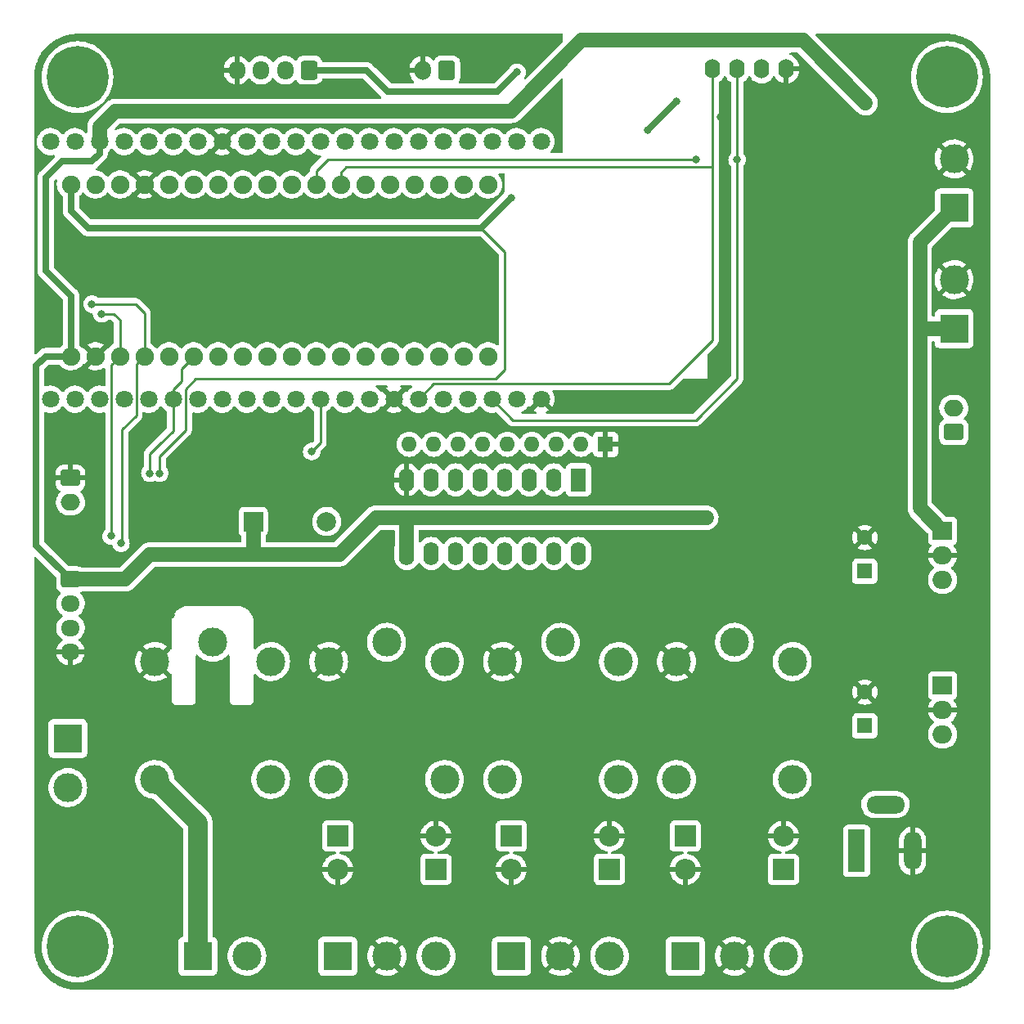
<source format=gbr>
%TF.GenerationSoftware,KiCad,Pcbnew,(5.99.0-10406-ge27733587d)*%
%TF.CreationDate,2021-05-19T17:56:25+05:30*%
%TF.ProjectId,OxiKit-Brainboard_v1,4f78694b-6974-42d4-9272-61696e626f61,rev?*%
%TF.SameCoordinates,Original*%
%TF.FileFunction,Copper,L2,Bot*%
%TF.FilePolarity,Positive*%
%FSLAX46Y46*%
G04 Gerber Fmt 4.6, Leading zero omitted, Abs format (unit mm)*
G04 Created by KiCad (PCBNEW (5.99.0-10406-ge27733587d)) date 2021-05-19 17:56:25*
%MOMM*%
%LPD*%
G01*
G04 APERTURE LIST*
G04 Aperture macros list*
%AMRoundRect*
0 Rectangle with rounded corners*
0 $1 Rounding radius*
0 $2 $3 $4 $5 $6 $7 $8 $9 X,Y pos of 4 corners*
0 Add a 4 corners polygon primitive as box body*
4,1,4,$2,$3,$4,$5,$6,$7,$8,$9,$2,$3,0*
0 Add four circle primitives for the rounded corners*
1,1,$1+$1,$2,$3*
1,1,$1+$1,$4,$5*
1,1,$1+$1,$6,$7*
1,1,$1+$1,$8,$9*
0 Add four rect primitives between the rounded corners*
20,1,$1+$1,$2,$3,$4,$5,0*
20,1,$1+$1,$4,$5,$6,$7,0*
20,1,$1+$1,$6,$7,$8,$9,0*
20,1,$1+$1,$8,$9,$2,$3,0*%
G04 Aperture macros list end*
%TA.AperFunction,ComponentPad*%
%ADD10RoundRect,0.250000X-0.750000X0.600000X-0.750000X-0.600000X0.750000X-0.600000X0.750000X0.600000X0*%
%TD*%
%TA.AperFunction,ComponentPad*%
%ADD11O,2.000000X1.700000*%
%TD*%
%TA.AperFunction,ComponentPad*%
%ADD12R,1.600000X1.600000*%
%TD*%
%TA.AperFunction,ComponentPad*%
%ADD13C,1.600000*%
%TD*%
%TA.AperFunction,ComponentPad*%
%ADD14R,2.200000X2.200000*%
%TD*%
%TA.AperFunction,ComponentPad*%
%ADD15O,2.200000X2.200000*%
%TD*%
%TA.AperFunction,ComponentPad*%
%ADD16R,3.000000X3.000000*%
%TD*%
%TA.AperFunction,ComponentPad*%
%ADD17C,3.000000*%
%TD*%
%TA.AperFunction,ComponentPad*%
%ADD18C,0.800000*%
%TD*%
%TA.AperFunction,ComponentPad*%
%ADD19C,6.400000*%
%TD*%
%TA.AperFunction,ComponentPad*%
%ADD20R,2.000000X2.000000*%
%TD*%
%TA.AperFunction,ComponentPad*%
%ADD21C,2.000000*%
%TD*%
%TA.AperFunction,ComponentPad*%
%ADD22C,1.800000*%
%TD*%
%TA.AperFunction,ComponentPad*%
%ADD23O,1.600000X2.000000*%
%TD*%
%TA.AperFunction,ComponentPad*%
%ADD24O,1.600000X1.600000*%
%TD*%
%TA.AperFunction,ComponentPad*%
%ADD25RoundRect,0.250000X0.600000X0.725000X-0.600000X0.725000X-0.600000X-0.725000X0.600000X-0.725000X0*%
%TD*%
%TA.AperFunction,ComponentPad*%
%ADD26O,1.700000X1.950000*%
%TD*%
%TA.AperFunction,ComponentPad*%
%ADD27R,2.000000X1.905000*%
%TD*%
%TA.AperFunction,ComponentPad*%
%ADD28O,2.000000X1.905000*%
%TD*%
%TA.AperFunction,ComponentPad*%
%ADD29C,1.900000*%
%TD*%
%TA.AperFunction,ComponentPad*%
%ADD30RoundRect,0.250000X0.750000X-0.600000X0.750000X0.600000X-0.750000X0.600000X-0.750000X-0.600000X0*%
%TD*%
%TA.AperFunction,ComponentPad*%
%ADD31RoundRect,0.250000X0.600000X0.750000X-0.600000X0.750000X-0.600000X-0.750000X0.600000X-0.750000X0*%
%TD*%
%TA.AperFunction,ComponentPad*%
%ADD32O,1.700000X2.000000*%
%TD*%
%TA.AperFunction,ComponentPad*%
%ADD33O,1.950000X1.700000*%
%TD*%
%TA.AperFunction,ComponentPad*%
%ADD34RoundRect,0.250000X-0.725000X0.600000X-0.725000X-0.600000X0.725000X-0.600000X0.725000X0.600000X0*%
%TD*%
%TA.AperFunction,ComponentPad*%
%ADD35R,1.600000X2.400000*%
%TD*%
%TA.AperFunction,ComponentPad*%
%ADD36O,1.600000X2.400000*%
%TD*%
%TA.AperFunction,ComponentPad*%
%ADD37R,1.800000X4.400000*%
%TD*%
%TA.AperFunction,ComponentPad*%
%ADD38O,1.800000X4.000000*%
%TD*%
%TA.AperFunction,ComponentPad*%
%ADD39O,4.000000X1.800000*%
%TD*%
%TA.AperFunction,ViaPad*%
%ADD40C,0.800000*%
%TD*%
%TA.AperFunction,Conductor*%
%ADD41C,0.700000*%
%TD*%
%TA.AperFunction,Conductor*%
%ADD42C,0.250000*%
%TD*%
%TA.AperFunction,Conductor*%
%ADD43C,0.254000*%
%TD*%
%TA.AperFunction,Conductor*%
%ADD44C,1.500000*%
%TD*%
%TA.AperFunction,Conductor*%
%ADD45C,2.000000*%
%TD*%
G04 APERTURE END LIST*
D10*
%TO.P,SW2,1*%
%TO.N,GND*%
X54275000Y-86500000D03*
D11*
%TO.P,SW2,2*%
%TO.N,EMR*%
X54275000Y-89000000D03*
%TD*%
D12*
%TO.P,C1,1*%
%TO.N,+12V*%
X136500000Y-112152651D03*
D13*
%TO.P,C1,2*%
%TO.N,GND*%
X136500000Y-108652651D03*
%TD*%
D14*
%TO.P,D12,1,K*%
%TO.N,+V3{slash}2*%
X92110000Y-127000000D03*
D15*
%TO.P,D12,2,A*%
%TO.N,GND*%
X81950000Y-127000000D03*
%TD*%
D16*
%TO.P,J11,1,Pin_1*%
%TO.N,/Comp*%
X67460000Y-136000000D03*
D17*
%TO.P,J11,2,Pin_2*%
%TO.N,N*%
X72540000Y-136000000D03*
%TD*%
%TO.P,K4,11*%
%TO.N,/L*%
X69000000Y-103500000D03*
%TO.P,K4,12*%
%TO.N,N/C*%
X75000000Y-117700000D03*
%TO.P,K4,14*%
%TO.N,/Comp*%
X63000000Y-117700000D03*
%TO.P,K4,A1*%
%TO.N,GND*%
X63000000Y-105500000D03*
%TO.P,K4,A2*%
%TO.N,O4*%
X75000000Y-105500000D03*
%TD*%
D18*
%TO.P,H3,1*%
%TO.N,N/C*%
X147400000Y-135000000D03*
X143302944Y-133302944D03*
X146697056Y-136697056D03*
X146697056Y-133302944D03*
D19*
X145000000Y-135000000D03*
D18*
X145000000Y-132600000D03*
X143302944Y-136697056D03*
X142600000Y-135000000D03*
X145000000Y-137400000D03*
%TD*%
D14*
%TO.P,D4,1,K*%
%TO.N,+V1{slash}1*%
X117920000Y-123550000D03*
D15*
%TO.P,D4,2,A*%
%TO.N,GND*%
X128080000Y-123550000D03*
%TD*%
D16*
%TO.P,J9,1,Pin_1*%
%TO.N,/L*%
X54000000Y-113460000D03*
D17*
%TO.P,J9,2,Pin_2*%
%TO.N,N*%
X54000000Y-118540000D03*
%TD*%
%TO.P,K3,11*%
%TO.N,+12V*%
X87000000Y-103500000D03*
%TO.P,K3,12*%
%TO.N,+V3{slash}2*%
X93000000Y-117700000D03*
%TO.P,K3,14*%
%TO.N,+V3{slash}1*%
X81000000Y-117700000D03*
%TO.P,K3,A1*%
%TO.N,GND*%
X81000000Y-105500000D03*
%TO.P,K3,A2*%
%TO.N,O3*%
X93000000Y-105500000D03*
%TD*%
D20*
%TO.P,BZ1,1,-*%
%TO.N,+5V*%
X73200000Y-91000000D03*
D21*
%TO.P,BZ1,2,+*%
%TO.N,O5*%
X80800000Y-91000000D03*
%TD*%
D22*
%TO.P,U5,1,3V3*%
%TO.N,+3.3V*%
X103000000Y-51665000D03*
%TO.P,U5,2,NC*%
%TO.N,N/C*%
X100460000Y-51665000D03*
%TO.P,U5,3,GPIO36*%
X97920000Y-51665000D03*
%TO.P,U5,4,GPIO39*%
X95380000Y-51665000D03*
%TO.P,U5,5,GPIO34*%
%TO.N,Oxy-out*%
X92840000Y-51665000D03*
%TO.P,U5,6,GPIO35*%
%TO.N,N/C*%
X90300000Y-51665000D03*
%TO.P,U5,7,GPIO32*%
X87760000Y-51665000D03*
%TO.P,U5,8,GPIO33*%
X85220000Y-51665000D03*
%TO.P,U5,9,GPIO25*%
X82680000Y-51665000D03*
%TO.P,U5,10,GPIO26*%
X80140000Y-51665000D03*
%TO.P,U5,11,GPIO27*%
X77600000Y-51665000D03*
%TO.P,U5,12,GPIO14*%
%TO.N,RX*%
X75060000Y-51665000D03*
%TO.P,U5,13,GPIO12*%
%TO.N,TX*%
X72520000Y-51665000D03*
%TO.P,U5,14,GND*%
%TO.N,GND*%
X69980000Y-51665000D03*
%TO.P,U5,15,GPIO13*%
%TO.N,N/C*%
X67440000Y-51665000D03*
%TO.P,U5,16,SD2*%
X64900000Y-51665000D03*
%TO.P,U5,17,SD3*%
X62360000Y-51665000D03*
%TO.P,U5,18,CMD*%
X59820000Y-51665000D03*
%TO.P,U5,19,5V*%
%TO.N,+5V*%
X57280000Y-51665000D03*
%TO.P,U5,20,SPK+*%
%TO.N,N/C*%
X54740000Y-51665000D03*
%TO.P,U5,21,SPK-*%
X52200000Y-51665000D03*
%TO.P,U5,22,GND*%
%TO.N,GND*%
X103000000Y-78335000D03*
%TO.P,U5,23,GPIO23*%
%TO.N,I1*%
X100460000Y-78335000D03*
%TO.P,U5,24,GPIO22*%
%TO.N,SCL*%
X97920000Y-78335000D03*
%TO.P,U5,25,TX*%
%TO.N,N/C*%
X95380000Y-78335000D03*
%TO.P,U5,26,RX*%
X92840000Y-78335000D03*
%TO.P,U5,27,GPIO21*%
%TO.N,SDA*%
X90300000Y-78335000D03*
%TO.P,U5,28,GND*%
%TO.N,GND*%
X87760000Y-78335000D03*
%TO.P,U5,29,GPIO19*%
%TO.N,I2*%
X85220000Y-78335000D03*
%TO.P,U5,30,GPIO18*%
%TO.N,I3*%
X82680000Y-78335000D03*
%TO.P,U5,31,GPIO5*%
%TO.N,LED*%
X80140000Y-78335000D03*
%TO.P,U5,32,NC*%
%TO.N,N/C*%
X77600000Y-78335000D03*
%TO.P,U5,33,NC*%
X75060000Y-78335000D03*
%TO.P,U5,34,GPIO4*%
%TO.N,I4*%
X72520000Y-78335000D03*
%TO.P,U5,35,GPIO0*%
%TO.N,N/C*%
X69980000Y-78335000D03*
%TO.P,U5,36,GPIO2*%
%TO.N,I5*%
X67440000Y-78335000D03*
%TO.P,U5,37,GPIO15*%
%TO.N,EMR*%
X64900000Y-78335000D03*
%TO.P,U5,38,SD1*%
%TO.N,N/C*%
X62360000Y-78335000D03*
%TO.P,U5,39,SD0*%
X59820000Y-78335000D03*
%TO.P,U5,40,CLK*%
X57280000Y-78335000D03*
%TO.P,U5,41,MIC-*%
X54740000Y-78335000D03*
%TO.P,U5,42,MIC+*%
X52200000Y-78335000D03*
%TD*%
D14*
%TO.P,D8,1,K*%
%TO.N,+V2{slash}2*%
X110080000Y-127000000D03*
D15*
%TO.P,D8,2,A*%
%TO.N,GND*%
X99920000Y-127000000D03*
%TD*%
D12*
%TO.P,C7,1*%
%TO.N,+5VP*%
X136500000Y-96152651D03*
D13*
%TO.P,C7,2*%
%TO.N,GND*%
X136500000Y-92652651D03*
%TD*%
D17*
%TO.P,K2,11*%
%TO.N,+12V*%
X105000000Y-103500000D03*
%TO.P,K2,12*%
%TO.N,+V2{slash}2*%
X111000000Y-117700000D03*
%TO.P,K2,14*%
%TO.N,+V2{slash}1*%
X99000000Y-117700000D03*
%TO.P,K2,A1*%
%TO.N,GND*%
X99000000Y-105500000D03*
%TO.P,K2,A2*%
%TO.N,O2*%
X111000000Y-105500000D03*
%TD*%
D23*
%TO.P,Brd1,1,GND*%
%TO.N,GND*%
X128370000Y-44150000D03*
%TO.P,Brd1,2,VCC*%
%TO.N,+3.3V*%
X125830000Y-44150000D03*
%TO.P,Brd1,3,SCL*%
%TO.N,SCL*%
X123290000Y-44150000D03*
%TO.P,Brd1,4,SDA*%
%TO.N,SDA*%
X120750000Y-44150000D03*
%TD*%
D16*
%TO.P,J5,1,Pin_1*%
%TO.N,+12V*%
X145750000Y-71040000D03*
D17*
%TO.P,J5,2,Pin_2*%
%TO.N,GND*%
X145750000Y-65960000D03*
%TD*%
D18*
%TO.P,H1,1*%
%TO.N,N/C*%
X55000000Y-132600000D03*
X55000000Y-137400000D03*
X53302944Y-133302944D03*
X57400000Y-135000000D03*
D19*
X55000000Y-135000000D03*
D18*
X52600000Y-135000000D03*
X53302944Y-136697056D03*
X56697056Y-136697056D03*
X56697056Y-133302944D03*
%TD*%
D16*
%TO.P,J8,1,Pin_1*%
%TO.N,+V2{slash}1*%
X99920000Y-136000000D03*
D17*
%TO.P,J8,2,Pin_2*%
%TO.N,GND*%
X105000000Y-136000000D03*
%TO.P,J8,3,Pin_3*%
%TO.N,+V2{slash}2*%
X110080000Y-136000000D03*
%TD*%
D12*
%TO.P,RN1,1,common*%
%TO.N,GND*%
X109675000Y-83000000D03*
D24*
%TO.P,RN1,2,R1*%
%TO.N,I1*%
X107135000Y-83000000D03*
%TO.P,RN1,3,R2*%
%TO.N,I2*%
X104595000Y-83000000D03*
%TO.P,RN1,4,R3*%
%TO.N,I3*%
X102055000Y-83000000D03*
%TO.P,RN1,5,R4*%
%TO.N,I4*%
X99515000Y-83000000D03*
%TO.P,RN1,6,R5*%
%TO.N,I5*%
X96975000Y-83000000D03*
%TO.P,RN1,7,R6*%
%TO.N,I6*%
X94435000Y-83000000D03*
%TO.P,RN1,8,R7*%
%TO.N,I7*%
X91895000Y-83000000D03*
%TO.P,RN1,9,R8*%
%TO.N,N/C*%
X89355000Y-83000000D03*
%TD*%
D16*
%TO.P,J4,1,Pin_1*%
%TO.N,+12V*%
X145750000Y-58540000D03*
D17*
%TO.P,J4,2,Pin_2*%
%TO.N,GND*%
X145750000Y-53460000D03*
%TD*%
D16*
%TO.P,J7,1,Pin_1*%
%TO.N,+V1{slash}1*%
X117920000Y-136000000D03*
D17*
%TO.P,J7,2,Pin_2*%
%TO.N,GND*%
X123000000Y-136000000D03*
%TO.P,J7,3,Pin_3*%
%TO.N,+V1{slash}2*%
X128080000Y-136000000D03*
%TD*%
D25*
%TO.P,J3,1,Pin_1*%
%TO.N,+3.3V*%
X79000000Y-44275000D03*
D26*
%TO.P,J3,2,Pin_2*%
%TO.N,SDA*%
X76500000Y-44275000D03*
%TO.P,J3,3,Pin_3*%
%TO.N,SCL*%
X74000000Y-44275000D03*
%TO.P,J3,4,Pin_4*%
%TO.N,GND*%
X71500000Y-44275000D03*
%TD*%
D27*
%TO.P,U3,1,VI*%
%TO.N,+12V*%
X144555000Y-91960000D03*
D28*
%TO.P,U3,2,GND*%
%TO.N,GND*%
X144555000Y-94500000D03*
%TO.P,U3,3,VO*%
%TO.N,+5VP*%
X144555000Y-97040000D03*
%TD*%
D18*
%TO.P,H4,1*%
%TO.N,N/C*%
X146697056Y-46697056D03*
D19*
X145000000Y-45000000D03*
D18*
X147400000Y-45000000D03*
X142600000Y-45000000D03*
X145000000Y-42600000D03*
X146697056Y-43302944D03*
X143302944Y-43302944D03*
X143302944Y-46697056D03*
X145000000Y-47400000D03*
%TD*%
D29*
%TO.P,U1,1,VIN*%
%TO.N,+5V*%
X54322500Y-73890000D03*
%TO.P,U1,2,GND*%
%TO.N,GND*%
X56862500Y-73890000D03*
%TO.P,U1,3,TX*%
%TO.N,TX*%
X59402500Y-73890000D03*
%TO.P,U1,4,RX*%
%TO.N,RX*%
X61942500Y-73890000D03*
%TO.P,U1,5,A7*%
%TO.N,N/C*%
X64482500Y-73890000D03*
%TO.P,U1,6,A6*%
%TO.N,EMR*%
X67022500Y-73890000D03*
%TO.P,U1,7,A5*%
%TO.N,N/C*%
X69562500Y-73890000D03*
%TO.P,U1,8,A4*%
X72102500Y-73890000D03*
%TO.P,U1,9,A3*%
X74642500Y-73890000D03*
%TO.P,U1,10,A2*%
X77182500Y-73890000D03*
%TO.P,U1,11,A1*%
X79722500Y-73890000D03*
%TO.P,U1,12,A0*%
%TO.N,Oxy-out*%
X82262500Y-73890000D03*
%TO.P,U1,13,B5*%
%TO.N,I5*%
X84802500Y-73890000D03*
%TO.P,U1,14,B4*%
%TO.N,I4*%
X87342500Y-73890000D03*
%TO.P,U1,15,B3*%
%TO.N,I3*%
X89882500Y-73890000D03*
%TO.P,U1,16,B2*%
%TO.N,I2*%
X92422500Y-73890000D03*
%TO.P,U1,17,B1*%
%TO.N,I1*%
X94962500Y-73890000D03*
%TO.P,U1,18,B0*%
%TO.N,N/C*%
X97502500Y-73890000D03*
%TO.P,U1,19,C0*%
X97502500Y-56110000D03*
%TO.P,U1,20,C1*%
X94962500Y-56110000D03*
%TO.P,U1,21,C2*%
X92422500Y-56110000D03*
%TO.P,U1,22,C3*%
X89882500Y-56110000D03*
%TO.P,U1,23,C4*%
X87342500Y-56110000D03*
%TO.P,U1,24,C5*%
X84802500Y-56110000D03*
%TO.P,U1,25,D0*%
%TO.N,SDA*%
X82262500Y-56110000D03*
%TO.P,U1,26,D1*%
%TO.N,SCL*%
X79722500Y-56110000D03*
%TO.P,U1,27,D2*%
%TO.N,LED*%
X77182500Y-56110000D03*
%TO.P,U1,28,D3*%
%TO.N,N/C*%
X74642500Y-56110000D03*
%TO.P,U1,29,D4*%
X72102500Y-56110000D03*
%TO.P,U1,30,D5*%
X69562500Y-56110000D03*
%TO.P,U1,31,D6*%
X67022500Y-56110000D03*
%TO.P,U1,32,D7*%
X64482500Y-56110000D03*
%TO.P,U1,33,GND*%
%TO.N,GND*%
X61942500Y-56110000D03*
%TO.P,U1,34,VBAT*%
%TO.N,N/C*%
X59402500Y-56110000D03*
%TO.P,U1,35,RESET*%
X56862500Y-56110000D03*
%TO.P,U1,36,3V3*%
%TO.N,+3.3V*%
X54322500Y-56110000D03*
%TD*%
D14*
%TO.P,D11,1,K*%
%TO.N,+V3{slash}1*%
X81950000Y-123550000D03*
D15*
%TO.P,D11,2,A*%
%TO.N,GND*%
X92110000Y-123550000D03*
%TD*%
D30*
%TO.P,SW1,1*%
%TO.N,+5VP*%
X145725000Y-81750000D03*
D11*
%TO.P,SW1,2*%
%TO.N,+5V*%
X145725000Y-79250000D03*
%TD*%
D31*
%TO.P,J1,1,Pin_1*%
%TO.N,Net-(J1-Pad1)*%
X93250000Y-44275000D03*
D32*
%TO.P,J1,2,Pin_2*%
%TO.N,GND*%
X90750000Y-44275000D03*
%TD*%
D33*
%TO.P,J6,4,Pin_4*%
%TO.N,GND*%
X54275000Y-104500000D03*
%TO.P,J6,3,Pin_3*%
%TO.N,RX*%
X54275000Y-102000000D03*
%TO.P,J6,2,Pin_2*%
%TO.N,TX*%
X54275000Y-99500000D03*
D34*
%TO.P,J6,1,Pin_1*%
%TO.N,+5V*%
X54275000Y-97000000D03*
%TD*%
D14*
%TO.P,D5,1,K*%
%TO.N,+V1{slash}2*%
X128080000Y-127000000D03*
D15*
%TO.P,D5,2,A*%
%TO.N,GND*%
X117920000Y-127000000D03*
%TD*%
D35*
%TO.P,U6,1,I1*%
%TO.N,I1*%
X106875000Y-86675000D03*
D36*
%TO.P,U6,2,I2*%
%TO.N,I2*%
X104335000Y-86675000D03*
%TO.P,U6,3,I3*%
%TO.N,I3*%
X101795000Y-86675000D03*
%TO.P,U6,4,I4*%
%TO.N,I4*%
X99255000Y-86675000D03*
%TO.P,U6,5,I5*%
%TO.N,I5*%
X96715000Y-86675000D03*
%TO.P,U6,6,I6*%
%TO.N,I6*%
X94175000Y-86675000D03*
%TO.P,U6,7,I7*%
%TO.N,I7*%
X91635000Y-86675000D03*
%TO.P,U6,8,GND*%
%TO.N,GND*%
X89095000Y-86675000D03*
%TO.P,U6,9,COM*%
%TO.N,+5V*%
X89095000Y-94295000D03*
%TO.P,U6,10,O7*%
%TO.N,N/C*%
X91635000Y-94295000D03*
%TO.P,U6,11,O6*%
X94175000Y-94295000D03*
%TO.P,U6,12,O5*%
%TO.N,O5*%
X96715000Y-94295000D03*
%TO.P,U6,13,O4*%
%TO.N,O4*%
X99255000Y-94295000D03*
%TO.P,U6,14,O3*%
%TO.N,O3*%
X101795000Y-94295000D03*
%TO.P,U6,15,O2*%
%TO.N,O2*%
X104335000Y-94295000D03*
%TO.P,U6,16,O1*%
%TO.N,O1*%
X106875000Y-94295000D03*
%TD*%
D18*
%TO.P,H2,1*%
%TO.N,N/C*%
X53302944Y-46697056D03*
D19*
X55000000Y-45000000D03*
D18*
X55000000Y-42600000D03*
X52600000Y-45000000D03*
X55000000Y-47400000D03*
X57400000Y-45000000D03*
X56697056Y-43302944D03*
X56697056Y-46697056D03*
X53302944Y-43302944D03*
%TD*%
D16*
%TO.P,J10,1,Pin_1*%
%TO.N,+V3{slash}1*%
X81950000Y-136000000D03*
D17*
%TO.P,J10,2,Pin_2*%
%TO.N,GND*%
X87030000Y-136000000D03*
%TO.P,J10,3,Pin_3*%
%TO.N,+V3{slash}2*%
X92110000Y-136000000D03*
%TD*%
%TO.P,K1,11*%
%TO.N,+12V*%
X123000000Y-103500000D03*
%TO.P,K1,12*%
%TO.N,+V1{slash}2*%
X129000000Y-117700000D03*
%TO.P,K1,14*%
%TO.N,+V1{slash}1*%
X117000000Y-117700000D03*
%TO.P,K1,A1*%
%TO.N,GND*%
X117000000Y-105500000D03*
%TO.P,K1,A2*%
%TO.N,O1*%
X129000000Y-105500000D03*
%TD*%
D37*
%TO.P,J2,1*%
%TO.N,+12V*%
X135650000Y-125100000D03*
D38*
%TO.P,J2,2*%
%TO.N,GND*%
X141450000Y-125100000D03*
D39*
%TO.P,J2,3*%
%TO.N,N/C*%
X138650000Y-120300000D03*
%TD*%
D14*
%TO.P,D7,1,K*%
%TO.N,+V2{slash}1*%
X99920000Y-123550000D03*
D15*
%TO.P,D7,2,A*%
%TO.N,GND*%
X110080000Y-123550000D03*
%TD*%
D27*
%TO.P,U4,1,VI*%
%TO.N,+12V*%
X144555000Y-107960000D03*
D28*
%TO.P,U4,2,GND*%
%TO.N,GND*%
X144555000Y-110500000D03*
%TO.P,U4,3,VO*%
%TO.N,+5VP*%
X144555000Y-113040000D03*
%TD*%
D40*
%TO.N,GND*%
X96000000Y-71250000D03*
X72750000Y-83500000D03*
%TO.N,+3.3V*%
X114000000Y-50500000D03*
X117000000Y-47500000D03*
X99900000Y-57500000D03*
%TO.N,SCL*%
X123290000Y-53540000D03*
X119000000Y-53500000D03*
%TO.N,+3.3V*%
X63500000Y-86000000D03*
%TO.N,RX*%
X59500000Y-93250000D03*
%TO.N,TX*%
X58500000Y-92500000D03*
%TO.N,EMR*%
X62500000Y-86000000D03*
%TO.N,+5V*%
X120100000Y-90600000D03*
X136600000Y-47700000D03*
%TO.N,GND*%
X96000000Y-69000000D03*
X124000000Y-88000000D03*
X119500000Y-83900000D03*
X117800000Y-85400000D03*
X94000000Y-67000000D03*
X63500000Y-67000000D03*
X120000000Y-93000000D03*
X71500000Y-65000000D03*
X88000000Y-59000000D03*
X92000000Y-59000000D03*
X113400000Y-79300000D03*
X124900000Y-51000000D03*
X124000000Y-93000000D03*
X112000000Y-96000000D03*
X92000000Y-69000000D03*
X140000000Y-46000000D03*
X118000000Y-88000000D03*
X96000000Y-63000000D03*
X120000000Y-96000000D03*
X114000000Y-88000000D03*
X140000000Y-44000000D03*
X127500000Y-47000000D03*
X63500000Y-63000000D03*
X138000000Y-42000000D03*
X140000000Y-50000000D03*
X90000000Y-65000000D03*
X127500000Y-51000000D03*
X112000000Y-88000000D03*
X65500000Y-65000000D03*
X73500000Y-69000000D03*
X112000000Y-93000000D03*
X122000000Y-96000000D03*
X130000000Y-47000000D03*
X92000000Y-63000000D03*
X146000000Y-50000000D03*
X114000000Y-96000000D03*
X101500000Y-97400000D03*
X140000000Y-42000000D03*
X76750000Y-86750000D03*
X119500000Y-97300000D03*
X67500000Y-69000000D03*
X140000000Y-48000000D03*
X76750000Y-88500000D03*
X132000000Y-47000000D03*
X88000000Y-67000000D03*
X83400000Y-100700000D03*
X69500000Y-65000000D03*
X92000000Y-67000000D03*
X67500000Y-67000000D03*
X130000000Y-51000000D03*
X65500000Y-63000000D03*
X73500000Y-63000000D03*
X130000000Y-49000000D03*
X134000000Y-42000000D03*
X124900000Y-49000000D03*
X90000000Y-59000000D03*
X109700000Y-79300000D03*
X83400000Y-97300000D03*
X135600000Y-51000000D03*
X116000000Y-88000000D03*
X94000000Y-59000000D03*
X114000000Y-93000000D03*
X136000000Y-42000000D03*
X71500000Y-63000000D03*
X65500000Y-67000000D03*
X148000000Y-50000000D03*
X142000000Y-50000000D03*
X124000000Y-96000000D03*
X118000000Y-96000000D03*
X101500000Y-100700000D03*
X94000000Y-65000000D03*
X116100000Y-83900000D03*
X90000000Y-63000000D03*
X88000000Y-69000000D03*
X116000000Y-96000000D03*
X92000000Y-65000000D03*
X73500000Y-67000000D03*
X90000000Y-67000000D03*
X132000000Y-49000000D03*
X129500000Y-80900000D03*
X136000000Y-44000000D03*
X127800000Y-82400000D03*
X132000000Y-51000000D03*
X96000000Y-67000000D03*
X122000000Y-93000000D03*
X67500000Y-65000000D03*
X86000000Y-65000000D03*
X86000000Y-69000000D03*
X131400000Y-77900000D03*
X94000000Y-63000000D03*
X94000000Y-69000000D03*
X71500000Y-69000000D03*
X127500000Y-49000000D03*
X69500000Y-69000000D03*
X122000000Y-88000000D03*
X120000000Y-88000000D03*
X88000000Y-63000000D03*
X65500000Y-97200000D03*
X63500000Y-69000000D03*
X90000000Y-69000000D03*
X86000000Y-67000000D03*
X118000000Y-93000000D03*
X116000000Y-93000000D03*
X129500000Y-79500000D03*
X96000000Y-65000000D03*
X69500000Y-67000000D03*
X121600000Y-49100000D03*
X64700000Y-100700000D03*
X86000000Y-63000000D03*
X88000000Y-65000000D03*
X96000000Y-59000000D03*
X63500000Y-65000000D03*
X138000000Y-46000000D03*
X73500000Y-65000000D03*
X138000000Y-44000000D03*
X111600000Y-79300000D03*
X119500000Y-100700000D03*
X71500000Y-67000000D03*
X144000000Y-50000000D03*
X67500000Y-63000000D03*
X69500000Y-63000000D03*
X65500000Y-69000000D03*
%TO.N,+3.3V*%
X100500000Y-44500000D03*
%TO.N,TX*%
X57500000Y-69500000D03*
%TO.N,RX*%
X56500000Y-68500000D03*
%TO.N,LED*%
X79250000Y-83750000D03*
%TD*%
D41*
%TO.N,+3.3V*%
X114000000Y-50500000D02*
X117000000Y-47500000D01*
D42*
%TO.N,SCL*%
X123290000Y-76210000D02*
X123290000Y-53540000D01*
D43*
X85000000Y-53500000D02*
X119000000Y-53500000D01*
X80900000Y-53500000D02*
X85000000Y-53500000D01*
D42*
X123290000Y-53540000D02*
X123290000Y-44150000D01*
D43*
%TO.N,SDA*%
X82262500Y-54837500D02*
X82800000Y-54300000D01*
X82800000Y-54300000D02*
X120700000Y-54300000D01*
X82262500Y-56110000D02*
X82262500Y-54837500D01*
X120700000Y-54300000D02*
X120750000Y-54250000D01*
D42*
X120750000Y-72250000D02*
X120750000Y-54250000D01*
X120750000Y-54250000D02*
X120750000Y-44150000D01*
%TO.N,SCL*%
X119000000Y-80500000D02*
X123290000Y-76210000D01*
X100085000Y-80500000D02*
X119000000Y-80500000D01*
X97920000Y-78335000D02*
X100085000Y-80500000D01*
%TO.N,SDA*%
X116250000Y-76750000D02*
X120750000Y-72250000D01*
X91885000Y-76750000D02*
X116250000Y-76750000D01*
X90300000Y-78335000D02*
X91885000Y-76750000D01*
D41*
%TO.N,+3.3V*%
X96800000Y-60600000D02*
X99900000Y-57500000D01*
D42*
X66215489Y-81534511D02*
X66215489Y-77284511D01*
X66215489Y-77284511D02*
X67250000Y-76250000D01*
X67250000Y-76250000D02*
X98250000Y-76250000D01*
X98250000Y-76250000D02*
X99250000Y-75250000D01*
X99250000Y-75250000D02*
X99250000Y-63050000D01*
X63500000Y-84250000D02*
X66215489Y-81534511D01*
X99250000Y-63050000D02*
X96800000Y-60600000D01*
X63500000Y-86000000D02*
X63500000Y-84250000D01*
D43*
%TO.N,RX*%
X59600000Y-93150000D02*
X59500000Y-93250000D01*
X59600000Y-83800000D02*
X59600000Y-93150000D01*
%TO.N,TX*%
X58500000Y-83800000D02*
X58500000Y-92500000D01*
D42*
%TO.N,EMR*%
X62500000Y-84000000D02*
X62500000Y-86000000D01*
X63500000Y-83000000D02*
X62500000Y-84000000D01*
X64900000Y-78335000D02*
X64900000Y-81600000D01*
X64900000Y-81600000D02*
X63500000Y-83000000D01*
X65750000Y-75162500D02*
X67022500Y-73890000D01*
X65750000Y-76500000D02*
X65750000Y-75162500D01*
X64900000Y-77350000D02*
X65750000Y-76500000D01*
X64900000Y-78335000D02*
X64900000Y-77350000D01*
D41*
%TO.N,+5V*%
X54250000Y-97000000D02*
X54275000Y-97000000D01*
X50700000Y-74900000D02*
X50700000Y-93450000D01*
X51710000Y-73890000D02*
X50700000Y-74900000D01*
X50700000Y-93450000D02*
X54250000Y-97000000D01*
X54322500Y-73890000D02*
X51710000Y-73890000D01*
D43*
%TO.N,LED*%
X79250000Y-83750000D02*
X80140000Y-82860000D01*
X80140000Y-82860000D02*
X80140000Y-78335000D01*
D44*
%TO.N,+5V*%
X59900000Y-97000000D02*
X54275000Y-97000000D01*
X73200000Y-94400000D02*
X62500000Y-94400000D01*
X62500000Y-94400000D02*
X59900000Y-97000000D01*
D41*
X54322500Y-67622500D02*
X54322500Y-73890000D01*
X53400000Y-53700000D02*
X51700000Y-55400000D01*
X57280000Y-52920000D02*
X56500000Y-53700000D01*
D44*
X107200000Y-41200000D02*
X99900000Y-48500000D01*
D41*
X57280000Y-51665000D02*
X57280000Y-52920000D01*
D44*
X82100000Y-94400000D02*
X73200000Y-94400000D01*
X85900000Y-90600000D02*
X82100000Y-94400000D01*
X130100000Y-41200000D02*
X107200000Y-41200000D01*
D41*
X51700000Y-55400000D02*
X51700000Y-65000000D01*
D44*
X73200000Y-94400000D02*
X73200000Y-91000000D01*
X58900000Y-48500000D02*
X57280000Y-50120000D01*
X89300000Y-90600000D02*
X89095000Y-90805000D01*
X57280000Y-50120000D02*
X57280000Y-51665000D01*
D41*
X51700000Y-65000000D02*
X54322500Y-67622500D01*
D44*
X120100000Y-90600000D02*
X89300000Y-90600000D01*
X89095000Y-90805000D02*
X89095000Y-94295000D01*
D41*
X56500000Y-53700000D02*
X53400000Y-53700000D01*
D44*
X99900000Y-48500000D02*
X58900000Y-48500000D01*
X89300000Y-90600000D02*
X85900000Y-90600000D01*
X136600000Y-47700000D02*
X130100000Y-41200000D01*
D43*
%TO.N,SCL*%
X79722500Y-54677500D02*
X80900000Y-53500000D01*
X79722500Y-56110000D02*
X79722500Y-54677500D01*
D41*
%TO.N,+3.3V*%
X95500000Y-46500000D02*
X98500000Y-46500000D01*
X79000000Y-44275000D02*
X84875000Y-44275000D01*
X56100000Y-60600000D02*
X96800000Y-60600000D01*
X54322500Y-58822500D02*
X56100000Y-60600000D01*
X84875000Y-44275000D02*
X86800000Y-46200000D01*
X86800000Y-46200000D02*
X87100000Y-46500000D01*
X98500000Y-46500000D02*
X100500000Y-44500000D01*
X54322500Y-56110000D02*
X54322500Y-58822500D01*
X87100000Y-46500000D02*
X95500000Y-46500000D01*
D44*
%TO.N,+12V*%
X142200000Y-89605000D02*
X144555000Y-91960000D01*
X145750000Y-58550000D02*
X142200000Y-62100000D01*
X142340000Y-71040000D02*
X142200000Y-70900000D01*
X142200000Y-70900000D02*
X142200000Y-89605000D01*
X145750000Y-58540000D02*
X145750000Y-58550000D01*
X142200000Y-62100000D02*
X142200000Y-70900000D01*
X145750000Y-71040000D02*
X142340000Y-71040000D01*
D42*
%TO.N,TX*%
X59402500Y-70152500D02*
X59402500Y-73890000D01*
X58750000Y-69500000D02*
X59402500Y-70152500D01*
D43*
X58506511Y-78923726D02*
X58506511Y-74785989D01*
X58500000Y-83800000D02*
X58500000Y-78930237D01*
X58500000Y-78930237D02*
X58506511Y-78923726D01*
X58506511Y-74785989D02*
X59402500Y-73890000D01*
D42*
X57500000Y-69500000D02*
X58750000Y-69500000D01*
D43*
%TO.N,RX*%
X61100000Y-80000000D02*
X61100000Y-74732500D01*
D42*
X61000000Y-68500000D02*
X61942500Y-69442500D01*
X56500000Y-68500000D02*
X61000000Y-68500000D01*
D43*
X59600000Y-83800000D02*
X59600000Y-81500000D01*
X59600000Y-81500000D02*
X61100000Y-80000000D01*
X61100000Y-74732500D02*
X61942500Y-73890000D01*
D42*
X61942500Y-69442500D02*
X61942500Y-73890000D01*
D45*
%TO.N,/Comp*%
X67460000Y-136000000D02*
X67460000Y-122160000D01*
X67460000Y-122160000D02*
X63000000Y-117700000D01*
%TD*%
%TA.AperFunction,Conductor*%
%TO.N,GND*%
G36*
X144939246Y-40509708D02*
G01*
X144956496Y-40512577D01*
X145090882Y-40513969D01*
X145134362Y-40514420D01*
X145138552Y-40514533D01*
X145175770Y-40516158D01*
X145233483Y-40518678D01*
X145238949Y-40519035D01*
X145542797Y-40545619D01*
X145548241Y-40546216D01*
X145574050Y-40549614D01*
X145623157Y-40556079D01*
X145628589Y-40556915D01*
X145761710Y-40580387D01*
X145928968Y-40609879D01*
X145934302Y-40610940D01*
X145991907Y-40623711D01*
X146008108Y-40627303D01*
X146013446Y-40628609D01*
X146308011Y-40707537D01*
X146313282Y-40709073D01*
X146385426Y-40731820D01*
X146390577Y-40733569D01*
X146628032Y-40819996D01*
X146677150Y-40837874D01*
X146682274Y-40839867D01*
X146752103Y-40868792D01*
X146757133Y-40871005D01*
X146967588Y-40969140D01*
X147033509Y-40999879D01*
X147038437Y-41002309D01*
X147105521Y-41037231D01*
X147110340Y-41039875D01*
X147374399Y-41192330D01*
X147379099Y-41195182D01*
X147442891Y-41235822D01*
X147447462Y-41238876D01*
X147697222Y-41413760D01*
X147701655Y-41417011D01*
X147761672Y-41463064D01*
X147765943Y-41466491D01*
X147999544Y-41662506D01*
X148003652Y-41666109D01*
X148059421Y-41717212D01*
X148063392Y-41721014D01*
X148278986Y-41936608D01*
X148282788Y-41940579D01*
X148333891Y-41996348D01*
X148337515Y-42000481D01*
X148356063Y-42022585D01*
X148533496Y-42234041D01*
X148533504Y-42234051D01*
X148536925Y-42238312D01*
X148583003Y-42298363D01*
X148586225Y-42302757D01*
X148761137Y-42552557D01*
X148764192Y-42557130D01*
X148804809Y-42620888D01*
X148807660Y-42625585D01*
X148888593Y-42765764D01*
X148960139Y-42889685D01*
X148962769Y-42894479D01*
X148997691Y-42961563D01*
X149000111Y-42966469D01*
X149129013Y-43242901D01*
X149131196Y-43247863D01*
X149160134Y-43317726D01*
X149160135Y-43317728D01*
X149162120Y-43322833D01*
X149266421Y-43609394D01*
X149266424Y-43609403D01*
X149268191Y-43614609D01*
X149290923Y-43686705D01*
X149292458Y-43691969D01*
X149314687Y-43774928D01*
X149371392Y-43986559D01*
X149372698Y-43991898D01*
X149389052Y-44065663D01*
X149390125Y-44071055D01*
X149432644Y-44312189D01*
X149443086Y-44371411D01*
X149443920Y-44376832D01*
X149449430Y-44418680D01*
X149453785Y-44451762D01*
X149454381Y-44457203D01*
X149462248Y-44547115D01*
X149480963Y-44761044D01*
X149481322Y-44766528D01*
X149485467Y-44861446D01*
X149485580Y-44865638D01*
X149487389Y-45040227D01*
X149488069Y-45044645D01*
X149488069Y-45044651D01*
X149490536Y-45060688D01*
X149492000Y-45079842D01*
X149492000Y-134918573D01*
X149490292Y-134939245D01*
X149487423Y-134956495D01*
X149486405Y-135054719D01*
X149485580Y-135134362D01*
X149485467Y-135138552D01*
X149481323Y-135233473D01*
X149480965Y-135238949D01*
X149462549Y-135449443D01*
X149454382Y-135542787D01*
X149453783Y-135548252D01*
X149443921Y-135623157D01*
X149443085Y-135628589D01*
X149421363Y-135751782D01*
X149390121Y-135928968D01*
X149389060Y-135934302D01*
X149377335Y-135987188D01*
X149372697Y-136008108D01*
X149371391Y-136013446D01*
X149292464Y-136308007D01*
X149290926Y-136313284D01*
X149268180Y-136385426D01*
X149266431Y-136390578D01*
X149254720Y-136422753D01*
X149162132Y-136677135D01*
X149160140Y-136682259D01*
X149131204Y-136752116D01*
X149128990Y-136757147D01*
X149000112Y-137033527D01*
X148997680Y-137038459D01*
X148962778Y-137105503D01*
X148960134Y-137110321D01*
X148807666Y-137374406D01*
X148804815Y-137379105D01*
X148764193Y-137442870D01*
X148764191Y-137442873D01*
X148761146Y-137447430D01*
X148586228Y-137697239D01*
X148583002Y-137701639D01*
X148536917Y-137761699D01*
X148533521Y-137765928D01*
X148351452Y-137982910D01*
X148337515Y-137999519D01*
X148333891Y-138003652D01*
X148282788Y-138059421D01*
X148278986Y-138063392D01*
X148063392Y-138278986D01*
X148059421Y-138282788D01*
X148003652Y-138333891D01*
X147999519Y-138337515D01*
X147765943Y-138533509D01*
X147761688Y-138536925D01*
X147701637Y-138583003D01*
X147697243Y-138586225D01*
X147464242Y-138749374D01*
X147447443Y-138761137D01*
X147442870Y-138764192D01*
X147379112Y-138804809D01*
X147374415Y-138807660D01*
X147234236Y-138888593D01*
X147110315Y-138960139D01*
X147105514Y-138962773D01*
X147038423Y-138997698D01*
X147033531Y-139000111D01*
X146757099Y-139129013D01*
X146752137Y-139131196D01*
X146682259Y-139160140D01*
X146677167Y-139162120D01*
X146390578Y-139266431D01*
X146385438Y-139268176D01*
X146313263Y-139290933D01*
X146308018Y-139292462D01*
X146013433Y-139371395D01*
X146008117Y-139372695D01*
X145934315Y-139389056D01*
X145928924Y-139390129D01*
X145890615Y-139396884D01*
X145628566Y-139443090D01*
X145623175Y-139443919D01*
X145548220Y-139453787D01*
X145542797Y-139454381D01*
X145419436Y-139465174D01*
X145238958Y-139480963D01*
X145233474Y-139481322D01*
X145138553Y-139485467D01*
X145134361Y-139485580D01*
X145089426Y-139486046D01*
X144959774Y-139487389D01*
X144955356Y-139488069D01*
X144955350Y-139488069D01*
X144939313Y-139490536D01*
X144920159Y-139492000D01*
X55081427Y-139492000D01*
X55060755Y-139490292D01*
X55043505Y-139487423D01*
X54908619Y-139486025D01*
X54865638Y-139485580D01*
X54861448Y-139485467D01*
X54824230Y-139483842D01*
X54766517Y-139481322D01*
X54761051Y-139480965D01*
X54457203Y-139454381D01*
X54451759Y-139453784D01*
X54425950Y-139450386D01*
X54376843Y-139443921D01*
X54371411Y-139443085D01*
X54238290Y-139419613D01*
X54071032Y-139390121D01*
X54065698Y-139389060D01*
X54008093Y-139376289D01*
X53991892Y-139372697D01*
X53986554Y-139371391D01*
X53691993Y-139292464D01*
X53686716Y-139290926D01*
X53674753Y-139287154D01*
X53614574Y-139268180D01*
X53609422Y-139266431D01*
X53414437Y-139195462D01*
X53322865Y-139162132D01*
X53317741Y-139160140D01*
X53247884Y-139131204D01*
X53242853Y-139128990D01*
X52966473Y-139000112D01*
X52961554Y-138997687D01*
X52938981Y-138985935D01*
X52894497Y-138962778D01*
X52889679Y-138960134D01*
X52625594Y-138807666D01*
X52620895Y-138804815D01*
X52557129Y-138764192D01*
X52557111Y-138764181D01*
X52552570Y-138761146D01*
X52302752Y-138586221D01*
X52298361Y-138583002D01*
X52238301Y-138536917D01*
X52234072Y-138533521D01*
X52000481Y-138337515D01*
X51996348Y-138333891D01*
X51940579Y-138282788D01*
X51936608Y-138278986D01*
X51721014Y-138063392D01*
X51717212Y-138059421D01*
X51666109Y-138003652D01*
X51662485Y-137999519D01*
X51482004Y-137784431D01*
X51466491Y-137765943D01*
X51463075Y-137761688D01*
X51416997Y-137701637D01*
X51413769Y-137697235D01*
X51392290Y-137666559D01*
X51238858Y-137447436D01*
X51235808Y-137442870D01*
X51195191Y-137379112D01*
X51192340Y-137374415D01*
X51084064Y-137186877D01*
X51039861Y-137110315D01*
X51037227Y-137105514D01*
X51018891Y-137070291D01*
X51002302Y-137038423D01*
X50999887Y-137033527D01*
X50870987Y-136757099D01*
X50868804Y-136752137D01*
X50839858Y-136682254D01*
X50837873Y-136677150D01*
X50837868Y-136677135D01*
X50733569Y-136390578D01*
X50731824Y-136385438D01*
X50709067Y-136313263D01*
X50707538Y-136308016D01*
X50700091Y-136280225D01*
X50628605Y-136013433D01*
X50627305Y-136008117D01*
X50610944Y-135934315D01*
X50609871Y-135928924D01*
X50596870Y-135855193D01*
X50556910Y-135628566D01*
X50556081Y-135623175D01*
X50546213Y-135548220D01*
X50545618Y-135542787D01*
X50532090Y-135388166D01*
X50519037Y-135238958D01*
X50518678Y-135233474D01*
X50514533Y-135138553D01*
X50514420Y-135134361D01*
X50513595Y-135054719D01*
X50513028Y-135000000D01*
X51286500Y-135000000D01*
X51306843Y-135388166D01*
X51307356Y-135391406D01*
X51307357Y-135391414D01*
X51332193Y-135548220D01*
X51367649Y-135772080D01*
X51468252Y-136147535D01*
X51607549Y-136510417D01*
X51609047Y-136513357D01*
X51762553Y-136814628D01*
X51784015Y-136856750D01*
X51785811Y-136859516D01*
X51785813Y-136859519D01*
X51949047Y-137110878D01*
X51995715Y-137182741D01*
X52118023Y-137333779D01*
X52210069Y-137447445D01*
X52240332Y-137484817D01*
X52515183Y-137759668D01*
X52517741Y-137761740D01*
X52517745Y-137761743D01*
X52617067Y-137842172D01*
X52817259Y-138004285D01*
X52820022Y-138006080D01*
X52820023Y-138006080D01*
X52829560Y-138012273D01*
X53143250Y-138215985D01*
X53146184Y-138217480D01*
X53146191Y-138217484D01*
X53402999Y-138348334D01*
X53489583Y-138392451D01*
X53852465Y-138531748D01*
X54227920Y-138632351D01*
X54431929Y-138664663D01*
X54608586Y-138692643D01*
X54608594Y-138692644D01*
X54611834Y-138693157D01*
X55000000Y-138713500D01*
X55388166Y-138693157D01*
X55391406Y-138692644D01*
X55391414Y-138692643D01*
X55568071Y-138664663D01*
X55772080Y-138632351D01*
X56147535Y-138531748D01*
X56510417Y-138392451D01*
X56597001Y-138348334D01*
X56853809Y-138217484D01*
X56853816Y-138217480D01*
X56856750Y-138215985D01*
X57170441Y-138012273D01*
X57179977Y-138006080D01*
X57179978Y-138006080D01*
X57182741Y-138004285D01*
X57382933Y-137842172D01*
X57482255Y-137761743D01*
X57482259Y-137761740D01*
X57484817Y-137759668D01*
X57759668Y-137484817D01*
X57789932Y-137447445D01*
X57881976Y-137333779D01*
X58004285Y-137182741D01*
X58050953Y-137110878D01*
X58214187Y-136859519D01*
X58214189Y-136859516D01*
X58215985Y-136856750D01*
X58237448Y-136814628D01*
X58390953Y-136513357D01*
X58392451Y-136510417D01*
X58531748Y-136147535D01*
X58632351Y-135772080D01*
X58667807Y-135548220D01*
X58692643Y-135391414D01*
X58692644Y-135391406D01*
X58693157Y-135388166D01*
X58713500Y-135000000D01*
X58693157Y-134611834D01*
X58692024Y-134604677D01*
X58648287Y-134328535D01*
X58632351Y-134227920D01*
X58531748Y-133852465D01*
X58392451Y-133489583D01*
X58215985Y-133143250D01*
X58004285Y-132817259D01*
X57759668Y-132515183D01*
X57484817Y-132240332D01*
X57182741Y-131995715D01*
X56856750Y-131784015D01*
X56853816Y-131782520D01*
X56853809Y-131782516D01*
X56513357Y-131609047D01*
X56510417Y-131607549D01*
X56147535Y-131468252D01*
X55772080Y-131367649D01*
X55568071Y-131335337D01*
X55391414Y-131307357D01*
X55391406Y-131307356D01*
X55388166Y-131306843D01*
X55000000Y-131286500D01*
X54611834Y-131306843D01*
X54608594Y-131307356D01*
X54608586Y-131307357D01*
X54431929Y-131335337D01*
X54227920Y-131367649D01*
X53852465Y-131468252D01*
X53489583Y-131607549D01*
X53486643Y-131609047D01*
X53146191Y-131782516D01*
X53146184Y-131782520D01*
X53143250Y-131784015D01*
X52817259Y-131995715D01*
X52515183Y-132240332D01*
X52240332Y-132515183D01*
X51995715Y-132817259D01*
X51784015Y-133143250D01*
X51607549Y-133489583D01*
X51468252Y-133852465D01*
X51367649Y-134227920D01*
X51351713Y-134328535D01*
X51307977Y-134604677D01*
X51306843Y-134611834D01*
X51286500Y-135000000D01*
X50513028Y-135000000D01*
X50512611Y-134959774D01*
X50509464Y-134939312D01*
X50508000Y-134920159D01*
X50508000Y-118399545D01*
X51991405Y-118399545D01*
X51991405Y-118680455D01*
X52030500Y-118958630D01*
X52107929Y-119228658D01*
X52109715Y-119232670D01*
X52109716Y-119232672D01*
X52133747Y-119286647D01*
X52222185Y-119485281D01*
X52371044Y-119723506D01*
X52373868Y-119726872D01*
X52373872Y-119726877D01*
X52460982Y-119830690D01*
X52551609Y-119938695D01*
X52760366Y-120126660D01*
X52764012Y-120129119D01*
X52989605Y-120281284D01*
X52989611Y-120281287D01*
X52993250Y-120283742D01*
X53124008Y-120347517D01*
X53241772Y-120404955D01*
X53241777Y-120404957D01*
X53245730Y-120406885D01*
X53512890Y-120493690D01*
X53638224Y-120515790D01*
X53785203Y-120541707D01*
X53785208Y-120541707D01*
X53789532Y-120542470D01*
X53793922Y-120542623D01*
X53793929Y-120542624D01*
X54065876Y-120552120D01*
X54065882Y-120552120D01*
X54070270Y-120552273D01*
X54074636Y-120551814D01*
X54074639Y-120551814D01*
X54345268Y-120523370D01*
X54345273Y-120523369D01*
X54349641Y-120522910D01*
X54531851Y-120477480D01*
X54617935Y-120456017D01*
X54617937Y-120456016D01*
X54622206Y-120454952D01*
X54737808Y-120408246D01*
X54878570Y-120351375D01*
X54878576Y-120351372D01*
X54882660Y-120349722D01*
X54886475Y-120347520D01*
X54886480Y-120347517D01*
X55001198Y-120281284D01*
X55125935Y-120209267D01*
X55236966Y-120122520D01*
X55343826Y-120039032D01*
X55343830Y-120039028D01*
X55347294Y-120036322D01*
X55380670Y-120001761D01*
X55539372Y-119837420D01*
X55539374Y-119837417D01*
X55542430Y-119834253D01*
X55586714Y-119773302D01*
X55704956Y-119610556D01*
X55704958Y-119610552D01*
X55707545Y-119606992D01*
X55709611Y-119603106D01*
X55709615Y-119603100D01*
X55837353Y-119362860D01*
X55837356Y-119362854D01*
X55839424Y-119358964D01*
X55864276Y-119290685D01*
X55933996Y-119099129D01*
X55933997Y-119099125D01*
X55935500Y-119094996D01*
X55993905Y-118820225D01*
X55997628Y-118766992D01*
X56013193Y-118544390D01*
X56013500Y-118540000D01*
X55993905Y-118259775D01*
X55935500Y-117985004D01*
X55888390Y-117855569D01*
X55840933Y-117725181D01*
X55840931Y-117725177D01*
X55839424Y-117721036D01*
X55837356Y-117717146D01*
X55837353Y-117717140D01*
X55753558Y-117559545D01*
X60991405Y-117559545D01*
X60991405Y-117840455D01*
X61030500Y-118118630D01*
X61107929Y-118388658D01*
X61109715Y-118392670D01*
X61109716Y-118392672D01*
X61112776Y-118399545D01*
X61222185Y-118645281D01*
X61224512Y-118649005D01*
X61295806Y-118763100D01*
X61371044Y-118883506D01*
X61373868Y-118886872D01*
X61373872Y-118886877D01*
X61460982Y-118990690D01*
X61551609Y-119098695D01*
X61760366Y-119286660D01*
X61832788Y-119335509D01*
X61989605Y-119441284D01*
X61989611Y-119441287D01*
X61993250Y-119443742D01*
X62086053Y-119489005D01*
X62241772Y-119564955D01*
X62241777Y-119564957D01*
X62245730Y-119566885D01*
X62512890Y-119653690D01*
X62613940Y-119671508D01*
X62785203Y-119701707D01*
X62785208Y-119701707D01*
X62789532Y-119702470D01*
X62793922Y-119702623D01*
X62793929Y-119702624D01*
X62822407Y-119703618D01*
X62889788Y-119725985D01*
X62907105Y-119740446D01*
X65914595Y-122747936D01*
X65948621Y-122810248D01*
X65951500Y-122837031D01*
X65951500Y-133878443D01*
X65931498Y-133946564D01*
X65877842Y-133993057D01*
X65861003Y-133999337D01*
X65821140Y-134011042D01*
X65755330Y-134030365D01*
X65755328Y-134030366D01*
X65746684Y-134032904D01*
X65739105Y-134037775D01*
X65631309Y-134107051D01*
X65631306Y-134107053D01*
X65623729Y-134111923D01*
X65617828Y-134118733D01*
X65533918Y-134215569D01*
X65533916Y-134215572D01*
X65528016Y-134222381D01*
X65467300Y-134355330D01*
X65466018Y-134364245D01*
X65466018Y-134364246D01*
X65447139Y-134495552D01*
X65447138Y-134495559D01*
X65446500Y-134500000D01*
X65446500Y-137500000D01*
X65451727Y-137573079D01*
X65470130Y-137635754D01*
X65489475Y-137701637D01*
X65492904Y-137713316D01*
X65497775Y-137720895D01*
X65567051Y-137828691D01*
X65567053Y-137828694D01*
X65571923Y-137836271D01*
X65578733Y-137842172D01*
X65675569Y-137926082D01*
X65675572Y-137926084D01*
X65682381Y-137931984D01*
X65690579Y-137935728D01*
X65790484Y-137981353D01*
X65815330Y-137992700D01*
X65824245Y-137993982D01*
X65824246Y-137993982D01*
X65955552Y-138012861D01*
X65955559Y-138012862D01*
X65960000Y-138013500D01*
X68960000Y-138013500D01*
X69033079Y-138008273D01*
X69111165Y-137985345D01*
X69164670Y-137969635D01*
X69164672Y-137969634D01*
X69173316Y-137967096D01*
X69222125Y-137935728D01*
X69288691Y-137892949D01*
X69288694Y-137892947D01*
X69296271Y-137888077D01*
X69314634Y-137866885D01*
X69386082Y-137784431D01*
X69386084Y-137784428D01*
X69391984Y-137777619D01*
X69397314Y-137765949D01*
X69448958Y-137652864D01*
X69448958Y-137652863D01*
X69452700Y-137644670D01*
X69453982Y-137635754D01*
X69472861Y-137504448D01*
X69472862Y-137504441D01*
X69473500Y-137500000D01*
X69473500Y-135859545D01*
X70531405Y-135859545D01*
X70531405Y-136140455D01*
X70550422Y-136275770D01*
X70569874Y-136414173D01*
X70570500Y-136418630D01*
X70647929Y-136688658D01*
X70649715Y-136692670D01*
X70649716Y-136692672D01*
X70660935Y-136717870D01*
X70762185Y-136945281D01*
X70911044Y-137183506D01*
X70913868Y-137186872D01*
X70913872Y-137186877D01*
X70944508Y-137223387D01*
X71091609Y-137398695D01*
X71300366Y-137586660D01*
X71304012Y-137589119D01*
X71529605Y-137741284D01*
X71529611Y-137741287D01*
X71533250Y-137743742D01*
X71616675Y-137784431D01*
X71781772Y-137864955D01*
X71781777Y-137864957D01*
X71785730Y-137866885D01*
X72052890Y-137953690D01*
X72143318Y-137969635D01*
X72325203Y-138001707D01*
X72325208Y-138001707D01*
X72329532Y-138002470D01*
X72333922Y-138002623D01*
X72333929Y-138002624D01*
X72605876Y-138012120D01*
X72605882Y-138012120D01*
X72610270Y-138012273D01*
X72614636Y-138011814D01*
X72614639Y-138011814D01*
X72885268Y-137983370D01*
X72885273Y-137983369D01*
X72889641Y-137982910D01*
X73025923Y-137948931D01*
X73157935Y-137916017D01*
X73157937Y-137916016D01*
X73162206Y-137914952D01*
X73228724Y-137888077D01*
X73418570Y-137811375D01*
X73418576Y-137811372D01*
X73422660Y-137809722D01*
X73426475Y-137807520D01*
X73426480Y-137807517D01*
X73556002Y-137732737D01*
X73665935Y-137669267D01*
X73708830Y-137635754D01*
X73883826Y-137499032D01*
X73883830Y-137499028D01*
X73887294Y-137496322D01*
X73896148Y-137487154D01*
X74079372Y-137297420D01*
X74079374Y-137297417D01*
X74082430Y-137294253D01*
X74085019Y-137290690D01*
X74244956Y-137070556D01*
X74244958Y-137070552D01*
X74247545Y-137066992D01*
X74249611Y-137063106D01*
X74249615Y-137063100D01*
X74377353Y-136822860D01*
X74377356Y-136822854D01*
X74379424Y-136818964D01*
X74381003Y-136814628D01*
X74473996Y-136559129D01*
X74473997Y-136559125D01*
X74475500Y-136554996D01*
X74533905Y-136280225D01*
X74537499Y-136228838D01*
X74553193Y-136004390D01*
X74553500Y-136000000D01*
X74548530Y-135928924D01*
X74534212Y-135724160D01*
X74534211Y-135724155D01*
X74533905Y-135719775D01*
X74475500Y-135445004D01*
X74454813Y-135388166D01*
X74380933Y-135185181D01*
X74380931Y-135185177D01*
X74379424Y-135181036D01*
X74377356Y-135177146D01*
X74377353Y-135177140D01*
X74249615Y-134936900D01*
X74249611Y-134936894D01*
X74247545Y-134933008D01*
X74237058Y-134918573D01*
X74085019Y-134709310D01*
X74085017Y-134709307D01*
X74082430Y-134705747D01*
X74079372Y-134702580D01*
X73890348Y-134506840D01*
X73890344Y-134506837D01*
X73887294Y-134503678D01*
X73883830Y-134500972D01*
X73883826Y-134500968D01*
X73882587Y-134500000D01*
X79936500Y-134500000D01*
X79936500Y-137500000D01*
X79941727Y-137573079D01*
X79960130Y-137635754D01*
X79979475Y-137701637D01*
X79982904Y-137713316D01*
X79987775Y-137720895D01*
X80057051Y-137828691D01*
X80057053Y-137828694D01*
X80061923Y-137836271D01*
X80068733Y-137842172D01*
X80165569Y-137926082D01*
X80165572Y-137926084D01*
X80172381Y-137931984D01*
X80180579Y-137935728D01*
X80280484Y-137981353D01*
X80305330Y-137992700D01*
X80314245Y-137993982D01*
X80314246Y-137993982D01*
X80445552Y-138012861D01*
X80445559Y-138012862D01*
X80450000Y-138013500D01*
X83450000Y-138013500D01*
X83523079Y-138008273D01*
X83601165Y-137985345D01*
X83654670Y-137969635D01*
X83654672Y-137969634D01*
X83663316Y-137967096D01*
X83712125Y-137935728D01*
X83778691Y-137892949D01*
X83778694Y-137892947D01*
X83786271Y-137888077D01*
X83804634Y-137866885D01*
X83876082Y-137784431D01*
X83876084Y-137784428D01*
X83881984Y-137777619D01*
X83887314Y-137765949D01*
X83938958Y-137652864D01*
X83938958Y-137652863D01*
X83942700Y-137644670D01*
X83943982Y-137635754D01*
X83950585Y-137589830D01*
X85804570Y-137589830D01*
X85814334Y-137602226D01*
X86019855Y-137740850D01*
X86027451Y-137745236D01*
X86271959Y-137864491D01*
X86280106Y-137867782D01*
X86538833Y-137951848D01*
X86547334Y-137953967D01*
X86815255Y-138001210D01*
X86823981Y-138002127D01*
X87095859Y-138011621D01*
X87104622Y-138011315D01*
X87375180Y-137982878D01*
X87383825Y-137981353D01*
X87647776Y-137915543D01*
X87656134Y-137912828D01*
X87908361Y-137810920D01*
X87916253Y-137807071D01*
X88151844Y-137671053D01*
X88159120Y-137666145D01*
X88244671Y-137599307D01*
X88253139Y-137587495D01*
X88246602Y-137575812D01*
X87042812Y-136372022D01*
X87028868Y-136364408D01*
X87027035Y-136364539D01*
X87020420Y-136368790D01*
X85810813Y-137578397D01*
X85804570Y-137589830D01*
X83950585Y-137589830D01*
X83962861Y-137504448D01*
X83962862Y-137504441D01*
X83963500Y-137500000D01*
X83963500Y-135863977D01*
X85021904Y-135863977D01*
X85021904Y-136136023D01*
X85022516Y-136144772D01*
X85060377Y-136414173D01*
X85062201Y-136422753D01*
X85137187Y-136684260D01*
X85140186Y-136692501D01*
X85250841Y-136941036D01*
X85254953Y-136948770D01*
X85399118Y-137179482D01*
X85404277Y-137186582D01*
X85429101Y-137216166D01*
X85441795Y-137224612D01*
X85452297Y-137218493D01*
X86657978Y-136012812D01*
X86664356Y-136001132D01*
X87394408Y-136001132D01*
X87394539Y-136002965D01*
X87398790Y-136009580D01*
X88605984Y-137216774D01*
X88618095Y-137223387D01*
X88629714Y-137214559D01*
X88734532Y-137070291D01*
X88739191Y-137062835D01*
X88866900Y-136822648D01*
X88870471Y-136814628D01*
X88963515Y-136558994D01*
X88965934Y-136550557D01*
X89022497Y-136284451D01*
X89023717Y-136275770D01*
X89042693Y-136004390D01*
X89042693Y-135995610D01*
X89033179Y-135859545D01*
X90101405Y-135859545D01*
X90101405Y-136140455D01*
X90120422Y-136275770D01*
X90139874Y-136414173D01*
X90140500Y-136418630D01*
X90217929Y-136688658D01*
X90219715Y-136692670D01*
X90219716Y-136692672D01*
X90230935Y-136717870D01*
X90332185Y-136945281D01*
X90481044Y-137183506D01*
X90483868Y-137186872D01*
X90483872Y-137186877D01*
X90514508Y-137223387D01*
X90661609Y-137398695D01*
X90870366Y-137586660D01*
X90874012Y-137589119D01*
X91099605Y-137741284D01*
X91099611Y-137741287D01*
X91103250Y-137743742D01*
X91186675Y-137784431D01*
X91351772Y-137864955D01*
X91351777Y-137864957D01*
X91355730Y-137866885D01*
X91622890Y-137953690D01*
X91713318Y-137969635D01*
X91895203Y-138001707D01*
X91895208Y-138001707D01*
X91899532Y-138002470D01*
X91903922Y-138002623D01*
X91903929Y-138002624D01*
X92175876Y-138012120D01*
X92175882Y-138012120D01*
X92180270Y-138012273D01*
X92184636Y-138011814D01*
X92184639Y-138011814D01*
X92455268Y-137983370D01*
X92455273Y-137983369D01*
X92459641Y-137982910D01*
X92595923Y-137948931D01*
X92727935Y-137916017D01*
X92727937Y-137916016D01*
X92732206Y-137914952D01*
X92798724Y-137888077D01*
X92988570Y-137811375D01*
X92988576Y-137811372D01*
X92992660Y-137809722D01*
X92996475Y-137807520D01*
X92996480Y-137807517D01*
X93126002Y-137732737D01*
X93235935Y-137669267D01*
X93278830Y-137635754D01*
X93453826Y-137499032D01*
X93453830Y-137499028D01*
X93457294Y-137496322D01*
X93466148Y-137487154D01*
X93649372Y-137297420D01*
X93649374Y-137297417D01*
X93652430Y-137294253D01*
X93655019Y-137290690D01*
X93814956Y-137070556D01*
X93814958Y-137070552D01*
X93817545Y-137066992D01*
X93819611Y-137063106D01*
X93819615Y-137063100D01*
X93947353Y-136822860D01*
X93947356Y-136822854D01*
X93949424Y-136818964D01*
X93951003Y-136814628D01*
X94043996Y-136559129D01*
X94043997Y-136559125D01*
X94045500Y-136554996D01*
X94103905Y-136280225D01*
X94107499Y-136228838D01*
X94123193Y-136004390D01*
X94123500Y-136000000D01*
X94118530Y-135928924D01*
X94104212Y-135724160D01*
X94104211Y-135724155D01*
X94103905Y-135719775D01*
X94045500Y-135445004D01*
X94024813Y-135388166D01*
X93950933Y-135185181D01*
X93950931Y-135185177D01*
X93949424Y-135181036D01*
X93947356Y-135177146D01*
X93947353Y-135177140D01*
X93819615Y-134936900D01*
X93819611Y-134936894D01*
X93817545Y-134933008D01*
X93807058Y-134918573D01*
X93655019Y-134709310D01*
X93655017Y-134709307D01*
X93652430Y-134705747D01*
X93649372Y-134702580D01*
X93460348Y-134506840D01*
X93460344Y-134506837D01*
X93457294Y-134503678D01*
X93453830Y-134500972D01*
X93453826Y-134500968D01*
X93452587Y-134500000D01*
X97906500Y-134500000D01*
X97906500Y-137500000D01*
X97911727Y-137573079D01*
X97930130Y-137635754D01*
X97949475Y-137701637D01*
X97952904Y-137713316D01*
X97957775Y-137720895D01*
X98027051Y-137828691D01*
X98027053Y-137828694D01*
X98031923Y-137836271D01*
X98038733Y-137842172D01*
X98135569Y-137926082D01*
X98135572Y-137926084D01*
X98142381Y-137931984D01*
X98150579Y-137935728D01*
X98250484Y-137981353D01*
X98275330Y-137992700D01*
X98284245Y-137993982D01*
X98284246Y-137993982D01*
X98415552Y-138012861D01*
X98415559Y-138012862D01*
X98420000Y-138013500D01*
X101420000Y-138013500D01*
X101493079Y-138008273D01*
X101571165Y-137985345D01*
X101624670Y-137969635D01*
X101624672Y-137969634D01*
X101633316Y-137967096D01*
X101682125Y-137935728D01*
X101748691Y-137892949D01*
X101748694Y-137892947D01*
X101756271Y-137888077D01*
X101774634Y-137866885D01*
X101846082Y-137784431D01*
X101846084Y-137784428D01*
X101851984Y-137777619D01*
X101857314Y-137765949D01*
X101908958Y-137652864D01*
X101908958Y-137652863D01*
X101912700Y-137644670D01*
X101913982Y-137635754D01*
X101920585Y-137589830D01*
X103774570Y-137589830D01*
X103784334Y-137602226D01*
X103989855Y-137740850D01*
X103997451Y-137745236D01*
X104241959Y-137864491D01*
X104250106Y-137867782D01*
X104508833Y-137951848D01*
X104517334Y-137953967D01*
X104785255Y-138001210D01*
X104793981Y-138002127D01*
X105065859Y-138011621D01*
X105074622Y-138011315D01*
X105345180Y-137982878D01*
X105353825Y-137981353D01*
X105617776Y-137915543D01*
X105626134Y-137912828D01*
X105878361Y-137810920D01*
X105886253Y-137807071D01*
X106121844Y-137671053D01*
X106129120Y-137666145D01*
X106214671Y-137599307D01*
X106223139Y-137587495D01*
X106216602Y-137575812D01*
X105012812Y-136372022D01*
X104998868Y-136364408D01*
X104997035Y-136364539D01*
X104990420Y-136368790D01*
X103780813Y-137578397D01*
X103774570Y-137589830D01*
X101920585Y-137589830D01*
X101932861Y-137504448D01*
X101932862Y-137504441D01*
X101933500Y-137500000D01*
X101933500Y-135863977D01*
X102991904Y-135863977D01*
X102991904Y-136136023D01*
X102992516Y-136144772D01*
X103030377Y-136414173D01*
X103032201Y-136422753D01*
X103107187Y-136684260D01*
X103110186Y-136692501D01*
X103220841Y-136941036D01*
X103224953Y-136948770D01*
X103369118Y-137179482D01*
X103374277Y-137186582D01*
X103399101Y-137216166D01*
X103411795Y-137224612D01*
X103422297Y-137218493D01*
X104627978Y-136012812D01*
X104634356Y-136001132D01*
X105364408Y-136001132D01*
X105364539Y-136002965D01*
X105368790Y-136009580D01*
X106575984Y-137216774D01*
X106588095Y-137223387D01*
X106599714Y-137214559D01*
X106704532Y-137070291D01*
X106709191Y-137062835D01*
X106836900Y-136822648D01*
X106840471Y-136814628D01*
X106933515Y-136558994D01*
X106935934Y-136550557D01*
X106992497Y-136284451D01*
X106993717Y-136275770D01*
X107012693Y-136004390D01*
X107012693Y-135995610D01*
X107003179Y-135859545D01*
X108071405Y-135859545D01*
X108071405Y-136140455D01*
X108090422Y-136275770D01*
X108109874Y-136414173D01*
X108110500Y-136418630D01*
X108187929Y-136688658D01*
X108189715Y-136692670D01*
X108189716Y-136692672D01*
X108200935Y-136717870D01*
X108302185Y-136945281D01*
X108451044Y-137183506D01*
X108453868Y-137186872D01*
X108453872Y-137186877D01*
X108484508Y-137223387D01*
X108631609Y-137398695D01*
X108840366Y-137586660D01*
X108844012Y-137589119D01*
X109069605Y-137741284D01*
X109069611Y-137741287D01*
X109073250Y-137743742D01*
X109156675Y-137784431D01*
X109321772Y-137864955D01*
X109321777Y-137864957D01*
X109325730Y-137866885D01*
X109592890Y-137953690D01*
X109683318Y-137969635D01*
X109865203Y-138001707D01*
X109865208Y-138001707D01*
X109869532Y-138002470D01*
X109873922Y-138002623D01*
X109873929Y-138002624D01*
X110145876Y-138012120D01*
X110145882Y-138012120D01*
X110150270Y-138012273D01*
X110154636Y-138011814D01*
X110154639Y-138011814D01*
X110425268Y-137983370D01*
X110425273Y-137983369D01*
X110429641Y-137982910D01*
X110565923Y-137948931D01*
X110697935Y-137916017D01*
X110697937Y-137916016D01*
X110702206Y-137914952D01*
X110768724Y-137888077D01*
X110958570Y-137811375D01*
X110958576Y-137811372D01*
X110962660Y-137809722D01*
X110966475Y-137807520D01*
X110966480Y-137807517D01*
X111096002Y-137732737D01*
X111205935Y-137669267D01*
X111248830Y-137635754D01*
X111423826Y-137499032D01*
X111423830Y-137499028D01*
X111427294Y-137496322D01*
X111436148Y-137487154D01*
X111619372Y-137297420D01*
X111619374Y-137297417D01*
X111622430Y-137294253D01*
X111625019Y-137290690D01*
X111784956Y-137070556D01*
X111784958Y-137070552D01*
X111787545Y-137066992D01*
X111789611Y-137063106D01*
X111789615Y-137063100D01*
X111917353Y-136822860D01*
X111917356Y-136822854D01*
X111919424Y-136818964D01*
X111921003Y-136814628D01*
X112013996Y-136559129D01*
X112013997Y-136559125D01*
X112015500Y-136554996D01*
X112073905Y-136280225D01*
X112077499Y-136228838D01*
X112093193Y-136004390D01*
X112093500Y-136000000D01*
X112088530Y-135928924D01*
X112074212Y-135724160D01*
X112074211Y-135724155D01*
X112073905Y-135719775D01*
X112015500Y-135445004D01*
X111994813Y-135388166D01*
X111920933Y-135185181D01*
X111920931Y-135185177D01*
X111919424Y-135181036D01*
X111917356Y-135177146D01*
X111917353Y-135177140D01*
X111789615Y-134936900D01*
X111789611Y-134936894D01*
X111787545Y-134933008D01*
X111777058Y-134918573D01*
X111625019Y-134709310D01*
X111625017Y-134709307D01*
X111622430Y-134705747D01*
X111619372Y-134702580D01*
X111430348Y-134506840D01*
X111430344Y-134506837D01*
X111427294Y-134503678D01*
X111423830Y-134500972D01*
X111423826Y-134500968D01*
X111422587Y-134500000D01*
X115906500Y-134500000D01*
X115906500Y-137500000D01*
X115911727Y-137573079D01*
X115930130Y-137635754D01*
X115949475Y-137701637D01*
X115952904Y-137713316D01*
X115957775Y-137720895D01*
X116027051Y-137828691D01*
X116027053Y-137828694D01*
X116031923Y-137836271D01*
X116038733Y-137842172D01*
X116135569Y-137926082D01*
X116135572Y-137926084D01*
X116142381Y-137931984D01*
X116150579Y-137935728D01*
X116250484Y-137981353D01*
X116275330Y-137992700D01*
X116284245Y-137993982D01*
X116284246Y-137993982D01*
X116415552Y-138012861D01*
X116415559Y-138012862D01*
X116420000Y-138013500D01*
X119420000Y-138013500D01*
X119493079Y-138008273D01*
X119571165Y-137985345D01*
X119624670Y-137969635D01*
X119624672Y-137969634D01*
X119633316Y-137967096D01*
X119682125Y-137935728D01*
X119748691Y-137892949D01*
X119748694Y-137892947D01*
X119756271Y-137888077D01*
X119774634Y-137866885D01*
X119846082Y-137784431D01*
X119846084Y-137784428D01*
X119851984Y-137777619D01*
X119857314Y-137765949D01*
X119908958Y-137652864D01*
X119908958Y-137652863D01*
X119912700Y-137644670D01*
X119913982Y-137635754D01*
X119920585Y-137589830D01*
X121774570Y-137589830D01*
X121784334Y-137602226D01*
X121989855Y-137740850D01*
X121997451Y-137745236D01*
X122241959Y-137864491D01*
X122250106Y-137867782D01*
X122508833Y-137951848D01*
X122517334Y-137953967D01*
X122785255Y-138001210D01*
X122793981Y-138002127D01*
X123065859Y-138011621D01*
X123074622Y-138011315D01*
X123345180Y-137982878D01*
X123353825Y-137981353D01*
X123617776Y-137915543D01*
X123626134Y-137912828D01*
X123878361Y-137810920D01*
X123886253Y-137807071D01*
X124121844Y-137671053D01*
X124129120Y-137666145D01*
X124214671Y-137599307D01*
X124223139Y-137587495D01*
X124216602Y-137575812D01*
X123012812Y-136372022D01*
X122998868Y-136364408D01*
X122997035Y-136364539D01*
X122990420Y-136368790D01*
X121780813Y-137578397D01*
X121774570Y-137589830D01*
X119920585Y-137589830D01*
X119932861Y-137504448D01*
X119932862Y-137504441D01*
X119933500Y-137500000D01*
X119933500Y-135863977D01*
X120991904Y-135863977D01*
X120991904Y-136136023D01*
X120992516Y-136144772D01*
X121030377Y-136414173D01*
X121032201Y-136422753D01*
X121107187Y-136684260D01*
X121110186Y-136692501D01*
X121220841Y-136941036D01*
X121224953Y-136948770D01*
X121369118Y-137179482D01*
X121374277Y-137186582D01*
X121399101Y-137216166D01*
X121411795Y-137224612D01*
X121422297Y-137218493D01*
X122627978Y-136012812D01*
X122634356Y-136001132D01*
X123364408Y-136001132D01*
X123364539Y-136002965D01*
X123368790Y-136009580D01*
X124575984Y-137216774D01*
X124588095Y-137223387D01*
X124599714Y-137214559D01*
X124704532Y-137070291D01*
X124709191Y-137062835D01*
X124836900Y-136822648D01*
X124840471Y-136814628D01*
X124933515Y-136558994D01*
X124935934Y-136550557D01*
X124992497Y-136284451D01*
X124993717Y-136275770D01*
X125012693Y-136004390D01*
X125012693Y-135995610D01*
X125003179Y-135859545D01*
X126071405Y-135859545D01*
X126071405Y-136140455D01*
X126090422Y-136275770D01*
X126109874Y-136414173D01*
X126110500Y-136418630D01*
X126187929Y-136688658D01*
X126189715Y-136692670D01*
X126189716Y-136692672D01*
X126200935Y-136717870D01*
X126302185Y-136945281D01*
X126451044Y-137183506D01*
X126453868Y-137186872D01*
X126453872Y-137186877D01*
X126484508Y-137223387D01*
X126631609Y-137398695D01*
X126840366Y-137586660D01*
X126844012Y-137589119D01*
X127069605Y-137741284D01*
X127069611Y-137741287D01*
X127073250Y-137743742D01*
X127156675Y-137784431D01*
X127321772Y-137864955D01*
X127321777Y-137864957D01*
X127325730Y-137866885D01*
X127592890Y-137953690D01*
X127683318Y-137969635D01*
X127865203Y-138001707D01*
X127865208Y-138001707D01*
X127869532Y-138002470D01*
X127873922Y-138002623D01*
X127873929Y-138002624D01*
X128145876Y-138012120D01*
X128145882Y-138012120D01*
X128150270Y-138012273D01*
X128154636Y-138011814D01*
X128154639Y-138011814D01*
X128425268Y-137983370D01*
X128425273Y-137983369D01*
X128429641Y-137982910D01*
X128565923Y-137948931D01*
X128697935Y-137916017D01*
X128697937Y-137916016D01*
X128702206Y-137914952D01*
X128768724Y-137888077D01*
X128958570Y-137811375D01*
X128958576Y-137811372D01*
X128962660Y-137809722D01*
X128966475Y-137807520D01*
X128966480Y-137807517D01*
X129096002Y-137732737D01*
X129205935Y-137669267D01*
X129248830Y-137635754D01*
X129423826Y-137499032D01*
X129423830Y-137499028D01*
X129427294Y-137496322D01*
X129436148Y-137487154D01*
X129619372Y-137297420D01*
X129619374Y-137297417D01*
X129622430Y-137294253D01*
X129625019Y-137290690D01*
X129784956Y-137070556D01*
X129784958Y-137070552D01*
X129787545Y-137066992D01*
X129789611Y-137063106D01*
X129789615Y-137063100D01*
X129917353Y-136822860D01*
X129917356Y-136822854D01*
X129919424Y-136818964D01*
X129921003Y-136814628D01*
X130013996Y-136559129D01*
X130013997Y-136559125D01*
X130015500Y-136554996D01*
X130073905Y-136280225D01*
X130077499Y-136228838D01*
X130093193Y-136004390D01*
X130093500Y-136000000D01*
X130088530Y-135928924D01*
X130074212Y-135724160D01*
X130074211Y-135724155D01*
X130073905Y-135719775D01*
X130015500Y-135445004D01*
X129994813Y-135388166D01*
X129920933Y-135185181D01*
X129920931Y-135185177D01*
X129919424Y-135181036D01*
X129917356Y-135177146D01*
X129917353Y-135177140D01*
X129823166Y-135000000D01*
X141286500Y-135000000D01*
X141306843Y-135388166D01*
X141307356Y-135391406D01*
X141307357Y-135391414D01*
X141332193Y-135548220D01*
X141367649Y-135772080D01*
X141468252Y-136147535D01*
X141607549Y-136510417D01*
X141609047Y-136513357D01*
X141762553Y-136814628D01*
X141784015Y-136856750D01*
X141785811Y-136859516D01*
X141785813Y-136859519D01*
X141949047Y-137110878D01*
X141995715Y-137182741D01*
X142118023Y-137333779D01*
X142210069Y-137447445D01*
X142240332Y-137484817D01*
X142515183Y-137759668D01*
X142517741Y-137761740D01*
X142517745Y-137761743D01*
X142617067Y-137842172D01*
X142817259Y-138004285D01*
X142820022Y-138006080D01*
X142820023Y-138006080D01*
X142829560Y-138012273D01*
X143143250Y-138215985D01*
X143146184Y-138217480D01*
X143146191Y-138217484D01*
X143402999Y-138348334D01*
X143489583Y-138392451D01*
X143852465Y-138531748D01*
X144227920Y-138632351D01*
X144431929Y-138664663D01*
X144608586Y-138692643D01*
X144608594Y-138692644D01*
X144611834Y-138693157D01*
X145000000Y-138713500D01*
X145388166Y-138693157D01*
X145391406Y-138692644D01*
X145391414Y-138692643D01*
X145568071Y-138664663D01*
X145772080Y-138632351D01*
X146147535Y-138531748D01*
X146510417Y-138392451D01*
X146597001Y-138348334D01*
X146853809Y-138217484D01*
X146853816Y-138217480D01*
X146856750Y-138215985D01*
X147170441Y-138012273D01*
X147179977Y-138006080D01*
X147179978Y-138006080D01*
X147182741Y-138004285D01*
X147382933Y-137842172D01*
X147482255Y-137761743D01*
X147482259Y-137761740D01*
X147484817Y-137759668D01*
X147759668Y-137484817D01*
X147789932Y-137447445D01*
X147881976Y-137333779D01*
X148004285Y-137182741D01*
X148050953Y-137110878D01*
X148214187Y-136859519D01*
X148214189Y-136859516D01*
X148215985Y-136856750D01*
X148237448Y-136814628D01*
X148390953Y-136513357D01*
X148392451Y-136510417D01*
X148531748Y-136147535D01*
X148632351Y-135772080D01*
X148667807Y-135548220D01*
X148692643Y-135391414D01*
X148692644Y-135391406D01*
X148693157Y-135388166D01*
X148713500Y-135000000D01*
X148693157Y-134611834D01*
X148692024Y-134604677D01*
X148648287Y-134328535D01*
X148632351Y-134227920D01*
X148531748Y-133852465D01*
X148392451Y-133489583D01*
X148215985Y-133143250D01*
X148004285Y-132817259D01*
X147759668Y-132515183D01*
X147484817Y-132240332D01*
X147182741Y-131995715D01*
X146856750Y-131784015D01*
X146853816Y-131782520D01*
X146853809Y-131782516D01*
X146513357Y-131609047D01*
X146510417Y-131607549D01*
X146147535Y-131468252D01*
X145772080Y-131367649D01*
X145568071Y-131335337D01*
X145391414Y-131307357D01*
X145391406Y-131307356D01*
X145388166Y-131306843D01*
X145000000Y-131286500D01*
X144611834Y-131306843D01*
X144608594Y-131307356D01*
X144608586Y-131307357D01*
X144431929Y-131335337D01*
X144227920Y-131367649D01*
X143852465Y-131468252D01*
X143489583Y-131607549D01*
X143486643Y-131609047D01*
X143146191Y-131782516D01*
X143146184Y-131782520D01*
X143143250Y-131784015D01*
X142817259Y-131995715D01*
X142515183Y-132240332D01*
X142240332Y-132515183D01*
X141995715Y-132817259D01*
X141784015Y-133143250D01*
X141607549Y-133489583D01*
X141468252Y-133852465D01*
X141367649Y-134227920D01*
X141351713Y-134328535D01*
X141307977Y-134604677D01*
X141306843Y-134611834D01*
X141286500Y-135000000D01*
X129823166Y-135000000D01*
X129789615Y-134936900D01*
X129789611Y-134936894D01*
X129787545Y-134933008D01*
X129777058Y-134918573D01*
X129625019Y-134709310D01*
X129625017Y-134709307D01*
X129622430Y-134705747D01*
X129619372Y-134702580D01*
X129430348Y-134506840D01*
X129430344Y-134506837D01*
X129427294Y-134503678D01*
X129423830Y-134500972D01*
X129423826Y-134500968D01*
X129209401Y-134333441D01*
X129209402Y-134333441D01*
X129205935Y-134330733D01*
X129033506Y-134231181D01*
X128966480Y-134192483D01*
X128966475Y-134192480D01*
X128962660Y-134190278D01*
X128958576Y-134188628D01*
X128958570Y-134188625D01*
X128706287Y-134086697D01*
X128702206Y-134085048D01*
X128633895Y-134068016D01*
X128512604Y-134037775D01*
X128429641Y-134017090D01*
X128425273Y-134016631D01*
X128425268Y-134016630D01*
X128154639Y-133988186D01*
X128154636Y-133988186D01*
X128150270Y-133987727D01*
X128145882Y-133987880D01*
X128145876Y-133987880D01*
X127873929Y-133997376D01*
X127873922Y-133997377D01*
X127869532Y-133997530D01*
X127865208Y-133998293D01*
X127865203Y-133998293D01*
X127718224Y-134024210D01*
X127592890Y-134046310D01*
X127325730Y-134133115D01*
X127321777Y-134135043D01*
X127321772Y-134135045D01*
X127262962Y-134163729D01*
X127073250Y-134256258D01*
X127069611Y-134258713D01*
X127069605Y-134258716D01*
X126926369Y-134355330D01*
X126840366Y-134413340D01*
X126631609Y-134601305D01*
X126554747Y-134692906D01*
X126453872Y-134813123D01*
X126453868Y-134813128D01*
X126451044Y-134816494D01*
X126302185Y-135054719D01*
X126187929Y-135311342D01*
X126110500Y-135581370D01*
X126109889Y-135585720D01*
X126109888Y-135585723D01*
X126096086Y-135683934D01*
X126071405Y-135859545D01*
X125003179Y-135859545D01*
X124993717Y-135724230D01*
X124992497Y-135715549D01*
X124935934Y-135449443D01*
X124933515Y-135441006D01*
X124840471Y-135185372D01*
X124836900Y-135177352D01*
X124709191Y-134937165D01*
X124704532Y-134929709D01*
X124599445Y-134785070D01*
X124588520Y-134776646D01*
X124575661Y-134783549D01*
X123372022Y-135987188D01*
X123364408Y-136001132D01*
X122634356Y-136001132D01*
X122635592Y-135998868D01*
X122635461Y-135997035D01*
X122631210Y-135990420D01*
X121423558Y-134782768D01*
X121410173Y-134775459D01*
X121400247Y-134782468D01*
X121374277Y-134813418D01*
X121369118Y-134820518D01*
X121224953Y-135051230D01*
X121220841Y-135058964D01*
X121110186Y-135307499D01*
X121107187Y-135315740D01*
X121032201Y-135577247D01*
X121030377Y-135585827D01*
X120992516Y-135855228D01*
X120991904Y-135863977D01*
X119933500Y-135863977D01*
X119933500Y-134500000D01*
X119928273Y-134426921D01*
X119922920Y-134408690D01*
X121774711Y-134408690D01*
X121781931Y-134422721D01*
X122987188Y-135627978D01*
X123001132Y-135635592D01*
X123002965Y-135635461D01*
X123009580Y-135631210D01*
X124216133Y-134424657D01*
X124223101Y-134411897D01*
X124215190Y-134401099D01*
X124129120Y-134333855D01*
X124121844Y-134328947D01*
X123886253Y-134192929D01*
X123878361Y-134189080D01*
X123626134Y-134087172D01*
X123617776Y-134084457D01*
X123353825Y-134018647D01*
X123345180Y-134017122D01*
X123074622Y-133988685D01*
X123065859Y-133988379D01*
X122793981Y-133997873D01*
X122785255Y-133998790D01*
X122517334Y-134046033D01*
X122508833Y-134048152D01*
X122250106Y-134132218D01*
X122241959Y-134135509D01*
X121997451Y-134254764D01*
X121989855Y-134259150D01*
X121783018Y-134398662D01*
X121774711Y-134408690D01*
X119922920Y-134408690D01*
X119900030Y-134330733D01*
X119889635Y-134295330D01*
X119889634Y-134295328D01*
X119887096Y-134286684D01*
X119851039Y-134230579D01*
X119812949Y-134171309D01*
X119812947Y-134171306D01*
X119808077Y-134163729D01*
X119771176Y-134131754D01*
X119704431Y-134073918D01*
X119704428Y-134073916D01*
X119697619Y-134068016D01*
X119615175Y-134030365D01*
X119572864Y-134011042D01*
X119572863Y-134011042D01*
X119564670Y-134007300D01*
X119555755Y-134006018D01*
X119555754Y-134006018D01*
X119424448Y-133987139D01*
X119424441Y-133987138D01*
X119420000Y-133986500D01*
X116420000Y-133986500D01*
X116346921Y-133991727D01*
X116293884Y-134007300D01*
X116215330Y-134030365D01*
X116215328Y-134030366D01*
X116206684Y-134032904D01*
X116199105Y-134037775D01*
X116091309Y-134107051D01*
X116091306Y-134107053D01*
X116083729Y-134111923D01*
X116077828Y-134118733D01*
X115993918Y-134215569D01*
X115993916Y-134215572D01*
X115988016Y-134222381D01*
X115927300Y-134355330D01*
X115926018Y-134364245D01*
X115926018Y-134364246D01*
X115907139Y-134495552D01*
X115907138Y-134495559D01*
X115906500Y-134500000D01*
X111422587Y-134500000D01*
X111209401Y-134333441D01*
X111209402Y-134333441D01*
X111205935Y-134330733D01*
X111033506Y-134231181D01*
X110966480Y-134192483D01*
X110966475Y-134192480D01*
X110962660Y-134190278D01*
X110958576Y-134188628D01*
X110958570Y-134188625D01*
X110706287Y-134086697D01*
X110702206Y-134085048D01*
X110633895Y-134068016D01*
X110512604Y-134037775D01*
X110429641Y-134017090D01*
X110425273Y-134016631D01*
X110425268Y-134016630D01*
X110154639Y-133988186D01*
X110154636Y-133988186D01*
X110150270Y-133987727D01*
X110145882Y-133987880D01*
X110145876Y-133987880D01*
X109873929Y-133997376D01*
X109873922Y-133997377D01*
X109869532Y-133997530D01*
X109865208Y-133998293D01*
X109865203Y-133998293D01*
X109718224Y-134024210D01*
X109592890Y-134046310D01*
X109325730Y-134133115D01*
X109321777Y-134135043D01*
X109321772Y-134135045D01*
X109262962Y-134163729D01*
X109073250Y-134256258D01*
X109069611Y-134258713D01*
X109069605Y-134258716D01*
X108926369Y-134355330D01*
X108840366Y-134413340D01*
X108631609Y-134601305D01*
X108554747Y-134692906D01*
X108453872Y-134813123D01*
X108453868Y-134813128D01*
X108451044Y-134816494D01*
X108302185Y-135054719D01*
X108187929Y-135311342D01*
X108110500Y-135581370D01*
X108109889Y-135585720D01*
X108109888Y-135585723D01*
X108096086Y-135683934D01*
X108071405Y-135859545D01*
X107003179Y-135859545D01*
X106993717Y-135724230D01*
X106992497Y-135715549D01*
X106935934Y-135449443D01*
X106933515Y-135441006D01*
X106840471Y-135185372D01*
X106836900Y-135177352D01*
X106709191Y-134937165D01*
X106704532Y-134929709D01*
X106599445Y-134785070D01*
X106588520Y-134776646D01*
X106575661Y-134783549D01*
X105372022Y-135987188D01*
X105364408Y-136001132D01*
X104634356Y-136001132D01*
X104635592Y-135998868D01*
X104635461Y-135997035D01*
X104631210Y-135990420D01*
X103423558Y-134782768D01*
X103410173Y-134775459D01*
X103400247Y-134782468D01*
X103374277Y-134813418D01*
X103369118Y-134820518D01*
X103224953Y-135051230D01*
X103220841Y-135058964D01*
X103110186Y-135307499D01*
X103107187Y-135315740D01*
X103032201Y-135577247D01*
X103030377Y-135585827D01*
X102992516Y-135855228D01*
X102991904Y-135863977D01*
X101933500Y-135863977D01*
X101933500Y-134500000D01*
X101928273Y-134426921D01*
X101922920Y-134408690D01*
X103774711Y-134408690D01*
X103781931Y-134422721D01*
X104987188Y-135627978D01*
X105001132Y-135635592D01*
X105002965Y-135635461D01*
X105009580Y-135631210D01*
X106216133Y-134424657D01*
X106223101Y-134411897D01*
X106215190Y-134401099D01*
X106129120Y-134333855D01*
X106121844Y-134328947D01*
X105886253Y-134192929D01*
X105878361Y-134189080D01*
X105626134Y-134087172D01*
X105617776Y-134084457D01*
X105353825Y-134018647D01*
X105345180Y-134017122D01*
X105074622Y-133988685D01*
X105065859Y-133988379D01*
X104793981Y-133997873D01*
X104785255Y-133998790D01*
X104517334Y-134046033D01*
X104508833Y-134048152D01*
X104250106Y-134132218D01*
X104241959Y-134135509D01*
X103997451Y-134254764D01*
X103989855Y-134259150D01*
X103783018Y-134398662D01*
X103774711Y-134408690D01*
X101922920Y-134408690D01*
X101900030Y-134330733D01*
X101889635Y-134295330D01*
X101889634Y-134295328D01*
X101887096Y-134286684D01*
X101851039Y-134230579D01*
X101812949Y-134171309D01*
X101812947Y-134171306D01*
X101808077Y-134163729D01*
X101771176Y-134131754D01*
X101704431Y-134073918D01*
X101704428Y-134073916D01*
X101697619Y-134068016D01*
X101615175Y-134030365D01*
X101572864Y-134011042D01*
X101572863Y-134011042D01*
X101564670Y-134007300D01*
X101555755Y-134006018D01*
X101555754Y-134006018D01*
X101424448Y-133987139D01*
X101424441Y-133987138D01*
X101420000Y-133986500D01*
X98420000Y-133986500D01*
X98346921Y-133991727D01*
X98293884Y-134007300D01*
X98215330Y-134030365D01*
X98215328Y-134030366D01*
X98206684Y-134032904D01*
X98199105Y-134037775D01*
X98091309Y-134107051D01*
X98091306Y-134107053D01*
X98083729Y-134111923D01*
X98077828Y-134118733D01*
X97993918Y-134215569D01*
X97993916Y-134215572D01*
X97988016Y-134222381D01*
X97927300Y-134355330D01*
X97926018Y-134364245D01*
X97926018Y-134364246D01*
X97907139Y-134495552D01*
X97907138Y-134495559D01*
X97906500Y-134500000D01*
X93452587Y-134500000D01*
X93239401Y-134333441D01*
X93239402Y-134333441D01*
X93235935Y-134330733D01*
X93063506Y-134231181D01*
X92996480Y-134192483D01*
X92996475Y-134192480D01*
X92992660Y-134190278D01*
X92988576Y-134188628D01*
X92988570Y-134188625D01*
X92736287Y-134086697D01*
X92732206Y-134085048D01*
X92663895Y-134068016D01*
X92542604Y-134037775D01*
X92459641Y-134017090D01*
X92455273Y-134016631D01*
X92455268Y-134016630D01*
X92184639Y-133988186D01*
X92184636Y-133988186D01*
X92180270Y-133987727D01*
X92175882Y-133987880D01*
X92175876Y-133987880D01*
X91903929Y-133997376D01*
X91903922Y-133997377D01*
X91899532Y-133997530D01*
X91895208Y-133998293D01*
X91895203Y-133998293D01*
X91748224Y-134024210D01*
X91622890Y-134046310D01*
X91355730Y-134133115D01*
X91351777Y-134135043D01*
X91351772Y-134135045D01*
X91292962Y-134163729D01*
X91103250Y-134256258D01*
X91099611Y-134258713D01*
X91099605Y-134258716D01*
X90956369Y-134355330D01*
X90870366Y-134413340D01*
X90661609Y-134601305D01*
X90584747Y-134692906D01*
X90483872Y-134813123D01*
X90483868Y-134813128D01*
X90481044Y-134816494D01*
X90332185Y-135054719D01*
X90217929Y-135311342D01*
X90140500Y-135581370D01*
X90139889Y-135585720D01*
X90139888Y-135585723D01*
X90126086Y-135683934D01*
X90101405Y-135859545D01*
X89033179Y-135859545D01*
X89023717Y-135724230D01*
X89022497Y-135715549D01*
X88965934Y-135449443D01*
X88963515Y-135441006D01*
X88870471Y-135185372D01*
X88866900Y-135177352D01*
X88739191Y-134937165D01*
X88734532Y-134929709D01*
X88629445Y-134785070D01*
X88618520Y-134776646D01*
X88605661Y-134783549D01*
X87402022Y-135987188D01*
X87394408Y-136001132D01*
X86664356Y-136001132D01*
X86665592Y-135998868D01*
X86665461Y-135997035D01*
X86661210Y-135990420D01*
X85453558Y-134782768D01*
X85440173Y-134775459D01*
X85430247Y-134782468D01*
X85404277Y-134813418D01*
X85399118Y-134820518D01*
X85254953Y-135051230D01*
X85250841Y-135058964D01*
X85140186Y-135307499D01*
X85137187Y-135315740D01*
X85062201Y-135577247D01*
X85060377Y-135585827D01*
X85022516Y-135855228D01*
X85021904Y-135863977D01*
X83963500Y-135863977D01*
X83963500Y-134500000D01*
X83958273Y-134426921D01*
X83952920Y-134408690D01*
X85804711Y-134408690D01*
X85811931Y-134422721D01*
X87017188Y-135627978D01*
X87031132Y-135635592D01*
X87032965Y-135635461D01*
X87039580Y-135631210D01*
X88246133Y-134424657D01*
X88253101Y-134411897D01*
X88245190Y-134401099D01*
X88159120Y-134333855D01*
X88151844Y-134328947D01*
X87916253Y-134192929D01*
X87908361Y-134189080D01*
X87656134Y-134087172D01*
X87647776Y-134084457D01*
X87383825Y-134018647D01*
X87375180Y-134017122D01*
X87104622Y-133988685D01*
X87095859Y-133988379D01*
X86823981Y-133997873D01*
X86815255Y-133998790D01*
X86547334Y-134046033D01*
X86538833Y-134048152D01*
X86280106Y-134132218D01*
X86271959Y-134135509D01*
X86027451Y-134254764D01*
X86019855Y-134259150D01*
X85813018Y-134398662D01*
X85804711Y-134408690D01*
X83952920Y-134408690D01*
X83930030Y-134330733D01*
X83919635Y-134295330D01*
X83919634Y-134295328D01*
X83917096Y-134286684D01*
X83881039Y-134230579D01*
X83842949Y-134171309D01*
X83842947Y-134171306D01*
X83838077Y-134163729D01*
X83801176Y-134131754D01*
X83734431Y-134073918D01*
X83734428Y-134073916D01*
X83727619Y-134068016D01*
X83645175Y-134030365D01*
X83602864Y-134011042D01*
X83602863Y-134011042D01*
X83594670Y-134007300D01*
X83585755Y-134006018D01*
X83585754Y-134006018D01*
X83454448Y-133987139D01*
X83454441Y-133987138D01*
X83450000Y-133986500D01*
X80450000Y-133986500D01*
X80376921Y-133991727D01*
X80323884Y-134007300D01*
X80245330Y-134030365D01*
X80245328Y-134030366D01*
X80236684Y-134032904D01*
X80229105Y-134037775D01*
X80121309Y-134107051D01*
X80121306Y-134107053D01*
X80113729Y-134111923D01*
X80107828Y-134118733D01*
X80023918Y-134215569D01*
X80023916Y-134215572D01*
X80018016Y-134222381D01*
X79957300Y-134355330D01*
X79956018Y-134364245D01*
X79956018Y-134364246D01*
X79937139Y-134495552D01*
X79937138Y-134495559D01*
X79936500Y-134500000D01*
X73882587Y-134500000D01*
X73669401Y-134333441D01*
X73669402Y-134333441D01*
X73665935Y-134330733D01*
X73493506Y-134231181D01*
X73426480Y-134192483D01*
X73426475Y-134192480D01*
X73422660Y-134190278D01*
X73418576Y-134188628D01*
X73418570Y-134188625D01*
X73166287Y-134086697D01*
X73162206Y-134085048D01*
X73093895Y-134068016D01*
X72972604Y-134037775D01*
X72889641Y-134017090D01*
X72885273Y-134016631D01*
X72885268Y-134016630D01*
X72614639Y-133988186D01*
X72614636Y-133988186D01*
X72610270Y-133987727D01*
X72605882Y-133987880D01*
X72605876Y-133987880D01*
X72333929Y-133997376D01*
X72333922Y-133997377D01*
X72329532Y-133997530D01*
X72325208Y-133998293D01*
X72325203Y-133998293D01*
X72178224Y-134024210D01*
X72052890Y-134046310D01*
X71785730Y-134133115D01*
X71781777Y-134135043D01*
X71781772Y-134135045D01*
X71722962Y-134163729D01*
X71533250Y-134256258D01*
X71529611Y-134258713D01*
X71529605Y-134258716D01*
X71386369Y-134355330D01*
X71300366Y-134413340D01*
X71091609Y-134601305D01*
X71014747Y-134692906D01*
X70913872Y-134813123D01*
X70913868Y-134813128D01*
X70911044Y-134816494D01*
X70762185Y-135054719D01*
X70647929Y-135311342D01*
X70570500Y-135581370D01*
X70569889Y-135585720D01*
X70569888Y-135585723D01*
X70556086Y-135683934D01*
X70531405Y-135859545D01*
X69473500Y-135859545D01*
X69473500Y-134500000D01*
X69468273Y-134426921D01*
X69440030Y-134330733D01*
X69429635Y-134295330D01*
X69429634Y-134295328D01*
X69427096Y-134286684D01*
X69391039Y-134230579D01*
X69352949Y-134171309D01*
X69352947Y-134171306D01*
X69348077Y-134163729D01*
X69311176Y-134131754D01*
X69244431Y-134073918D01*
X69244428Y-134073916D01*
X69237619Y-134068016D01*
X69155175Y-134030365D01*
X69112864Y-134011042D01*
X69112863Y-134011042D01*
X69104670Y-134007300D01*
X69076570Y-134003260D01*
X69011989Y-133973767D01*
X68973604Y-133914042D01*
X68968500Y-133878542D01*
X68968500Y-127267431D01*
X80360484Y-127267431D01*
X80414791Y-127493632D01*
X80417840Y-127503018D01*
X80510912Y-127727715D01*
X80515394Y-127736510D01*
X80642469Y-127943876D01*
X80648269Y-127951860D01*
X80806229Y-128136807D01*
X80813193Y-128143771D01*
X80998140Y-128301731D01*
X81006124Y-128307531D01*
X81213490Y-128434606D01*
X81222285Y-128439088D01*
X81446982Y-128532160D01*
X81456368Y-128535209D01*
X81678385Y-128588511D01*
X81692470Y-128587806D01*
X81696000Y-128578927D01*
X81696000Y-127272115D01*
X81694659Y-127267548D01*
X82204000Y-127267548D01*
X82204000Y-128574625D01*
X82207973Y-128588156D01*
X82217431Y-128589516D01*
X82443632Y-128535209D01*
X82453018Y-128532160D01*
X82677715Y-128439088D01*
X82686510Y-128434606D01*
X82893876Y-128307531D01*
X82901860Y-128301731D01*
X83086807Y-128143771D01*
X83093771Y-128136807D01*
X83251731Y-127951860D01*
X83257531Y-127943876D01*
X83384606Y-127736510D01*
X83389088Y-127727715D01*
X83482160Y-127503018D01*
X83485209Y-127493632D01*
X83538511Y-127271615D01*
X83537806Y-127257530D01*
X83528927Y-127254000D01*
X82222115Y-127254000D01*
X82206876Y-127258475D01*
X82205671Y-127259865D01*
X82204000Y-127267548D01*
X81694659Y-127267548D01*
X81691525Y-127256876D01*
X81690135Y-127255671D01*
X81682452Y-127254000D01*
X80375375Y-127254000D01*
X80361844Y-127257973D01*
X80360484Y-127267431D01*
X68968500Y-127267431D01*
X68968500Y-122450000D01*
X80336500Y-122450000D01*
X80336500Y-124650000D01*
X80341727Y-124723079D01*
X80343631Y-124729562D01*
X80377820Y-124846000D01*
X80382904Y-124863316D01*
X80387775Y-124870895D01*
X80457051Y-124978691D01*
X80457053Y-124978694D01*
X80461923Y-124986271D01*
X80468733Y-124992172D01*
X80565569Y-125076082D01*
X80565572Y-125076084D01*
X80572381Y-125081984D01*
X80705330Y-125142700D01*
X80714245Y-125143982D01*
X80714246Y-125143982D01*
X80845552Y-125162861D01*
X80845559Y-125162862D01*
X80850000Y-125163500D01*
X81646764Y-125163500D01*
X81714885Y-125183502D01*
X81761378Y-125237158D01*
X81771482Y-125307432D01*
X81741988Y-125372012D01*
X81676178Y-125412019D01*
X81456368Y-125464791D01*
X81446982Y-125467840D01*
X81222285Y-125560912D01*
X81213490Y-125565394D01*
X81006124Y-125692469D01*
X80998140Y-125698269D01*
X80813193Y-125856229D01*
X80806229Y-125863193D01*
X80648269Y-126048140D01*
X80642469Y-126056124D01*
X80515394Y-126263490D01*
X80510912Y-126272285D01*
X80417840Y-126496982D01*
X80414791Y-126506368D01*
X80361489Y-126728385D01*
X80362194Y-126742470D01*
X80371073Y-126746000D01*
X83524625Y-126746000D01*
X83538156Y-126742027D01*
X83539516Y-126732569D01*
X83485209Y-126506368D01*
X83482160Y-126496982D01*
X83389088Y-126272285D01*
X83384606Y-126263490D01*
X83257531Y-126056124D01*
X83251731Y-126048140D01*
X83125207Y-125900000D01*
X90496500Y-125900000D01*
X90496500Y-128100000D01*
X90501727Y-128173079D01*
X90542904Y-128313316D01*
X90547775Y-128320895D01*
X90617051Y-128428691D01*
X90617053Y-128428694D01*
X90621923Y-128436271D01*
X90628733Y-128442172D01*
X90725569Y-128526082D01*
X90725572Y-128526084D01*
X90732381Y-128531984D01*
X90740579Y-128535728D01*
X90854614Y-128587806D01*
X90865330Y-128592700D01*
X90874245Y-128593982D01*
X90874246Y-128593982D01*
X91005552Y-128612861D01*
X91005559Y-128612862D01*
X91010000Y-128613500D01*
X93210000Y-128613500D01*
X93283079Y-128608273D01*
X93383023Y-128578927D01*
X93414670Y-128569635D01*
X93414672Y-128569634D01*
X93423316Y-128567096D01*
X93487135Y-128526082D01*
X93538691Y-128492949D01*
X93538694Y-128492947D01*
X93546271Y-128488077D01*
X93586048Y-128442172D01*
X93636082Y-128384431D01*
X93636084Y-128384428D01*
X93641984Y-128377619D01*
X93702700Y-128244670D01*
X93718208Y-128136807D01*
X93722861Y-128104448D01*
X93722862Y-128104441D01*
X93723500Y-128100000D01*
X93723500Y-127267431D01*
X98330484Y-127267431D01*
X98384791Y-127493632D01*
X98387840Y-127503018D01*
X98480912Y-127727715D01*
X98485394Y-127736510D01*
X98612469Y-127943876D01*
X98618269Y-127951860D01*
X98776229Y-128136807D01*
X98783193Y-128143771D01*
X98968140Y-128301731D01*
X98976124Y-128307531D01*
X99183490Y-128434606D01*
X99192285Y-128439088D01*
X99416982Y-128532160D01*
X99426368Y-128535209D01*
X99648385Y-128588511D01*
X99662470Y-128587806D01*
X99666000Y-128578927D01*
X99666000Y-127272115D01*
X99664659Y-127267548D01*
X100174000Y-127267548D01*
X100174000Y-128574625D01*
X100177973Y-128588156D01*
X100187431Y-128589516D01*
X100413632Y-128535209D01*
X100423018Y-128532160D01*
X100647715Y-128439088D01*
X100656510Y-128434606D01*
X100863876Y-128307531D01*
X100871860Y-128301731D01*
X101056807Y-128143771D01*
X101063771Y-128136807D01*
X101221731Y-127951860D01*
X101227531Y-127943876D01*
X101354606Y-127736510D01*
X101359088Y-127727715D01*
X101452160Y-127503018D01*
X101455209Y-127493632D01*
X101508511Y-127271615D01*
X101507806Y-127257530D01*
X101498927Y-127254000D01*
X100192115Y-127254000D01*
X100176876Y-127258475D01*
X100175671Y-127259865D01*
X100174000Y-127267548D01*
X99664659Y-127267548D01*
X99661525Y-127256876D01*
X99660135Y-127255671D01*
X99652452Y-127254000D01*
X98345375Y-127254000D01*
X98331844Y-127257973D01*
X98330484Y-127267431D01*
X93723500Y-127267431D01*
X93723500Y-125900000D01*
X93718273Y-125826921D01*
X93677096Y-125686684D01*
X93631393Y-125615569D01*
X93602949Y-125571309D01*
X93602947Y-125571306D01*
X93598077Y-125563729D01*
X93591267Y-125557828D01*
X93494431Y-125473918D01*
X93494428Y-125473916D01*
X93487619Y-125468016D01*
X93354670Y-125407300D01*
X93345755Y-125406018D01*
X93345754Y-125406018D01*
X93214448Y-125387139D01*
X93214441Y-125387138D01*
X93210000Y-125386500D01*
X92413236Y-125386500D01*
X92345115Y-125366498D01*
X92298622Y-125312842D01*
X92288518Y-125242568D01*
X92318012Y-125177988D01*
X92383822Y-125137981D01*
X92603632Y-125085209D01*
X92613018Y-125082160D01*
X92837715Y-124989088D01*
X92846510Y-124984606D01*
X93053876Y-124857531D01*
X93061860Y-124851731D01*
X93246807Y-124693771D01*
X93253771Y-124686807D01*
X93411731Y-124501860D01*
X93417531Y-124493876D01*
X93544606Y-124286510D01*
X93549088Y-124277715D01*
X93642160Y-124053018D01*
X93645209Y-124043632D01*
X93698511Y-123821615D01*
X93697806Y-123807530D01*
X93688927Y-123804000D01*
X90535375Y-123804000D01*
X90521844Y-123807973D01*
X90520484Y-123817431D01*
X90574791Y-124043632D01*
X90577840Y-124053018D01*
X90670912Y-124277715D01*
X90675394Y-124286510D01*
X90802469Y-124493876D01*
X90808269Y-124501860D01*
X90966229Y-124686807D01*
X90973193Y-124693771D01*
X91158140Y-124851731D01*
X91166124Y-124857531D01*
X91373490Y-124984606D01*
X91382285Y-124989088D01*
X91606982Y-125082160D01*
X91616368Y-125085209D01*
X91836178Y-125137981D01*
X91897747Y-125173333D01*
X91930430Y-125236360D01*
X91923849Y-125307051D01*
X91880095Y-125362962D01*
X91806764Y-125386500D01*
X91010000Y-125386500D01*
X90936921Y-125391727D01*
X90883884Y-125407300D01*
X90805330Y-125430365D01*
X90805328Y-125430366D01*
X90796684Y-125432904D01*
X90789105Y-125437775D01*
X90681309Y-125507051D01*
X90681306Y-125507053D01*
X90673729Y-125511923D01*
X90667828Y-125518733D01*
X90583918Y-125615569D01*
X90583916Y-125615572D01*
X90578016Y-125622381D01*
X90517300Y-125755330D01*
X90516018Y-125764245D01*
X90516018Y-125764246D01*
X90497139Y-125895552D01*
X90497138Y-125895559D01*
X90496500Y-125900000D01*
X83125207Y-125900000D01*
X83093771Y-125863193D01*
X83086807Y-125856229D01*
X82901860Y-125698269D01*
X82893876Y-125692469D01*
X82686510Y-125565394D01*
X82677715Y-125560912D01*
X82453018Y-125467840D01*
X82443632Y-125464791D01*
X82223822Y-125412019D01*
X82162253Y-125376667D01*
X82129570Y-125313640D01*
X82136151Y-125242949D01*
X82179905Y-125187038D01*
X82253236Y-125163500D01*
X83050000Y-125163500D01*
X83123079Y-125158273D01*
X83201165Y-125135345D01*
X83254670Y-125119635D01*
X83254672Y-125119634D01*
X83263316Y-125117096D01*
X83327135Y-125076082D01*
X83378691Y-125042949D01*
X83378694Y-125042947D01*
X83386271Y-125038077D01*
X83426048Y-124992172D01*
X83476082Y-124934431D01*
X83476084Y-124934428D01*
X83481984Y-124927619D01*
X83521937Y-124840135D01*
X83538958Y-124802864D01*
X83538958Y-124802863D01*
X83542700Y-124794670D01*
X83558208Y-124686807D01*
X83562861Y-124654448D01*
X83562862Y-124654441D01*
X83563500Y-124650000D01*
X83563500Y-123278385D01*
X90521489Y-123278385D01*
X90522194Y-123292470D01*
X90531073Y-123296000D01*
X91837885Y-123296000D01*
X91853124Y-123291525D01*
X91854329Y-123290135D01*
X91856000Y-123282452D01*
X91856000Y-121975375D01*
X91854737Y-121971073D01*
X92364000Y-121971073D01*
X92364000Y-123277885D01*
X92368475Y-123293124D01*
X92369865Y-123294329D01*
X92377548Y-123296000D01*
X93684625Y-123296000D01*
X93698156Y-123292027D01*
X93699516Y-123282569D01*
X93645209Y-123056368D01*
X93642160Y-123046982D01*
X93549088Y-122822285D01*
X93544606Y-122813490D01*
X93417531Y-122606124D01*
X93411731Y-122598140D01*
X93285207Y-122450000D01*
X98306500Y-122450000D01*
X98306500Y-124650000D01*
X98311727Y-124723079D01*
X98313631Y-124729562D01*
X98347820Y-124846000D01*
X98352904Y-124863316D01*
X98357775Y-124870895D01*
X98427051Y-124978691D01*
X98427053Y-124978694D01*
X98431923Y-124986271D01*
X98438733Y-124992172D01*
X98535569Y-125076082D01*
X98535572Y-125076084D01*
X98542381Y-125081984D01*
X98675330Y-125142700D01*
X98684245Y-125143982D01*
X98684246Y-125143982D01*
X98815552Y-125162861D01*
X98815559Y-125162862D01*
X98820000Y-125163500D01*
X99616764Y-125163500D01*
X99684885Y-125183502D01*
X99731378Y-125237158D01*
X99741482Y-125307432D01*
X99711988Y-125372012D01*
X99646178Y-125412019D01*
X99426368Y-125464791D01*
X99416982Y-125467840D01*
X99192285Y-125560912D01*
X99183490Y-125565394D01*
X98976124Y-125692469D01*
X98968140Y-125698269D01*
X98783193Y-125856229D01*
X98776229Y-125863193D01*
X98618269Y-126048140D01*
X98612469Y-126056124D01*
X98485394Y-126263490D01*
X98480912Y-126272285D01*
X98387840Y-126496982D01*
X98384791Y-126506368D01*
X98331489Y-126728385D01*
X98332194Y-126742470D01*
X98341073Y-126746000D01*
X101494625Y-126746000D01*
X101508156Y-126742027D01*
X101509516Y-126732569D01*
X101455209Y-126506368D01*
X101452160Y-126496982D01*
X101359088Y-126272285D01*
X101354606Y-126263490D01*
X101227531Y-126056124D01*
X101221731Y-126048140D01*
X101095207Y-125900000D01*
X108466500Y-125900000D01*
X108466500Y-128100000D01*
X108471727Y-128173079D01*
X108512904Y-128313316D01*
X108517775Y-128320895D01*
X108587051Y-128428691D01*
X108587053Y-128428694D01*
X108591923Y-128436271D01*
X108598733Y-128442172D01*
X108695569Y-128526082D01*
X108695572Y-128526084D01*
X108702381Y-128531984D01*
X108710579Y-128535728D01*
X108824614Y-128587806D01*
X108835330Y-128592700D01*
X108844245Y-128593982D01*
X108844246Y-128593982D01*
X108975552Y-128612861D01*
X108975559Y-128612862D01*
X108980000Y-128613500D01*
X111180000Y-128613500D01*
X111253079Y-128608273D01*
X111353023Y-128578927D01*
X111384670Y-128569635D01*
X111384672Y-128569634D01*
X111393316Y-128567096D01*
X111457135Y-128526082D01*
X111508691Y-128492949D01*
X111508694Y-128492947D01*
X111516271Y-128488077D01*
X111556048Y-128442172D01*
X111606082Y-128384431D01*
X111606084Y-128384428D01*
X111611984Y-128377619D01*
X111672700Y-128244670D01*
X111688208Y-128136807D01*
X111692861Y-128104448D01*
X111692862Y-128104441D01*
X111693500Y-128100000D01*
X111693500Y-127267431D01*
X116330484Y-127267431D01*
X116384791Y-127493632D01*
X116387840Y-127503018D01*
X116480912Y-127727715D01*
X116485394Y-127736510D01*
X116612469Y-127943876D01*
X116618269Y-127951860D01*
X116776229Y-128136807D01*
X116783193Y-128143771D01*
X116968140Y-128301731D01*
X116976124Y-128307531D01*
X117183490Y-128434606D01*
X117192285Y-128439088D01*
X117416982Y-128532160D01*
X117426368Y-128535209D01*
X117648385Y-128588511D01*
X117662470Y-128587806D01*
X117666000Y-128578927D01*
X117666000Y-127272115D01*
X117664659Y-127267548D01*
X118174000Y-127267548D01*
X118174000Y-128574625D01*
X118177973Y-128588156D01*
X118187431Y-128589516D01*
X118413632Y-128535209D01*
X118423018Y-128532160D01*
X118647715Y-128439088D01*
X118656510Y-128434606D01*
X118863876Y-128307531D01*
X118871860Y-128301731D01*
X119056807Y-128143771D01*
X119063771Y-128136807D01*
X119221731Y-127951860D01*
X119227531Y-127943876D01*
X119354606Y-127736510D01*
X119359088Y-127727715D01*
X119452160Y-127503018D01*
X119455209Y-127493632D01*
X119508511Y-127271615D01*
X119507806Y-127257530D01*
X119498927Y-127254000D01*
X118192115Y-127254000D01*
X118176876Y-127258475D01*
X118175671Y-127259865D01*
X118174000Y-127267548D01*
X117664659Y-127267548D01*
X117661525Y-127256876D01*
X117660135Y-127255671D01*
X117652452Y-127254000D01*
X116345375Y-127254000D01*
X116331844Y-127257973D01*
X116330484Y-127267431D01*
X111693500Y-127267431D01*
X111693500Y-125900000D01*
X111688273Y-125826921D01*
X111647096Y-125686684D01*
X111601393Y-125615569D01*
X111572949Y-125571309D01*
X111572947Y-125571306D01*
X111568077Y-125563729D01*
X111561267Y-125557828D01*
X111464431Y-125473918D01*
X111464428Y-125473916D01*
X111457619Y-125468016D01*
X111324670Y-125407300D01*
X111315755Y-125406018D01*
X111315754Y-125406018D01*
X111184448Y-125387139D01*
X111184441Y-125387138D01*
X111180000Y-125386500D01*
X110383236Y-125386500D01*
X110315115Y-125366498D01*
X110268622Y-125312842D01*
X110258518Y-125242568D01*
X110288012Y-125177988D01*
X110353822Y-125137981D01*
X110573632Y-125085209D01*
X110583018Y-125082160D01*
X110807715Y-124989088D01*
X110816510Y-124984606D01*
X111023876Y-124857531D01*
X111031860Y-124851731D01*
X111216807Y-124693771D01*
X111223771Y-124686807D01*
X111381731Y-124501860D01*
X111387531Y-124493876D01*
X111514606Y-124286510D01*
X111519088Y-124277715D01*
X111612160Y-124053018D01*
X111615209Y-124043632D01*
X111668511Y-123821615D01*
X111667806Y-123807530D01*
X111658927Y-123804000D01*
X108505375Y-123804000D01*
X108491844Y-123807973D01*
X108490484Y-123817431D01*
X108544791Y-124043632D01*
X108547840Y-124053018D01*
X108640912Y-124277715D01*
X108645394Y-124286510D01*
X108772469Y-124493876D01*
X108778269Y-124501860D01*
X108936229Y-124686807D01*
X108943193Y-124693771D01*
X109128140Y-124851731D01*
X109136124Y-124857531D01*
X109343490Y-124984606D01*
X109352285Y-124989088D01*
X109576982Y-125082160D01*
X109586368Y-125085209D01*
X109806178Y-125137981D01*
X109867747Y-125173333D01*
X109900430Y-125236360D01*
X109893849Y-125307051D01*
X109850095Y-125362962D01*
X109776764Y-125386500D01*
X108980000Y-125386500D01*
X108906921Y-125391727D01*
X108853884Y-125407300D01*
X108775330Y-125430365D01*
X108775328Y-125430366D01*
X108766684Y-125432904D01*
X108759105Y-125437775D01*
X108651309Y-125507051D01*
X108651306Y-125507053D01*
X108643729Y-125511923D01*
X108637828Y-125518733D01*
X108553918Y-125615569D01*
X108553916Y-125615572D01*
X108548016Y-125622381D01*
X108487300Y-125755330D01*
X108486018Y-125764245D01*
X108486018Y-125764246D01*
X108467139Y-125895552D01*
X108467138Y-125895559D01*
X108466500Y-125900000D01*
X101095207Y-125900000D01*
X101063771Y-125863193D01*
X101056807Y-125856229D01*
X100871860Y-125698269D01*
X100863876Y-125692469D01*
X100656510Y-125565394D01*
X100647715Y-125560912D01*
X100423018Y-125467840D01*
X100413632Y-125464791D01*
X100193822Y-125412019D01*
X100132253Y-125376667D01*
X100099570Y-125313640D01*
X100106151Y-125242949D01*
X100149905Y-125187038D01*
X100223236Y-125163500D01*
X101020000Y-125163500D01*
X101093079Y-125158273D01*
X101171165Y-125135345D01*
X101224670Y-125119635D01*
X101224672Y-125119634D01*
X101233316Y-125117096D01*
X101297135Y-125076082D01*
X101348691Y-125042949D01*
X101348694Y-125042947D01*
X101356271Y-125038077D01*
X101396048Y-124992172D01*
X101446082Y-124934431D01*
X101446084Y-124934428D01*
X101451984Y-124927619D01*
X101491937Y-124840135D01*
X101508958Y-124802864D01*
X101508958Y-124802863D01*
X101512700Y-124794670D01*
X101528208Y-124686807D01*
X101532861Y-124654448D01*
X101532862Y-124654441D01*
X101533500Y-124650000D01*
X101533500Y-123278385D01*
X108491489Y-123278385D01*
X108492194Y-123292470D01*
X108501073Y-123296000D01*
X109807885Y-123296000D01*
X109823124Y-123291525D01*
X109824329Y-123290135D01*
X109826000Y-123282452D01*
X109826000Y-121975375D01*
X109824737Y-121971073D01*
X110334000Y-121971073D01*
X110334000Y-123277885D01*
X110338475Y-123293124D01*
X110339865Y-123294329D01*
X110347548Y-123296000D01*
X111654625Y-123296000D01*
X111668156Y-123292027D01*
X111669516Y-123282569D01*
X111615209Y-123056368D01*
X111612160Y-123046982D01*
X111519088Y-122822285D01*
X111514606Y-122813490D01*
X111387531Y-122606124D01*
X111381731Y-122598140D01*
X111255207Y-122450000D01*
X116306500Y-122450000D01*
X116306500Y-124650000D01*
X116311727Y-124723079D01*
X116313631Y-124729562D01*
X116347820Y-124846000D01*
X116352904Y-124863316D01*
X116357775Y-124870895D01*
X116427051Y-124978691D01*
X116427053Y-124978694D01*
X116431923Y-124986271D01*
X116438733Y-124992172D01*
X116535569Y-125076082D01*
X116535572Y-125076084D01*
X116542381Y-125081984D01*
X116675330Y-125142700D01*
X116684245Y-125143982D01*
X116684246Y-125143982D01*
X116815552Y-125162861D01*
X116815559Y-125162862D01*
X116820000Y-125163500D01*
X117616764Y-125163500D01*
X117684885Y-125183502D01*
X117731378Y-125237158D01*
X117741482Y-125307432D01*
X117711988Y-125372012D01*
X117646178Y-125412019D01*
X117426368Y-125464791D01*
X117416982Y-125467840D01*
X117192285Y-125560912D01*
X117183490Y-125565394D01*
X116976124Y-125692469D01*
X116968140Y-125698269D01*
X116783193Y-125856229D01*
X116776229Y-125863193D01*
X116618269Y-126048140D01*
X116612469Y-126056124D01*
X116485394Y-126263490D01*
X116480912Y-126272285D01*
X116387840Y-126496982D01*
X116384791Y-126506368D01*
X116331489Y-126728385D01*
X116332194Y-126742470D01*
X116341073Y-126746000D01*
X119494625Y-126746000D01*
X119508156Y-126742027D01*
X119509516Y-126732569D01*
X119455209Y-126506368D01*
X119452160Y-126496982D01*
X119359088Y-126272285D01*
X119354606Y-126263490D01*
X119227531Y-126056124D01*
X119221731Y-126048140D01*
X119095207Y-125900000D01*
X126466500Y-125900000D01*
X126466500Y-128100000D01*
X126471727Y-128173079D01*
X126512904Y-128313316D01*
X126517775Y-128320895D01*
X126587051Y-128428691D01*
X126587053Y-128428694D01*
X126591923Y-128436271D01*
X126598733Y-128442172D01*
X126695569Y-128526082D01*
X126695572Y-128526084D01*
X126702381Y-128531984D01*
X126710579Y-128535728D01*
X126824614Y-128587806D01*
X126835330Y-128592700D01*
X126844245Y-128593982D01*
X126844246Y-128593982D01*
X126975552Y-128612861D01*
X126975559Y-128612862D01*
X126980000Y-128613500D01*
X129180000Y-128613500D01*
X129253079Y-128608273D01*
X129353023Y-128578927D01*
X129384670Y-128569635D01*
X129384672Y-128569634D01*
X129393316Y-128567096D01*
X129457135Y-128526082D01*
X129508691Y-128492949D01*
X129508694Y-128492947D01*
X129516271Y-128488077D01*
X129556048Y-128442172D01*
X129606082Y-128384431D01*
X129606084Y-128384428D01*
X129611984Y-128377619D01*
X129672700Y-128244670D01*
X129688208Y-128136807D01*
X129692861Y-128104448D01*
X129692862Y-128104441D01*
X129693500Y-128100000D01*
X129693500Y-125900000D01*
X129688273Y-125826921D01*
X129647096Y-125686684D01*
X129601393Y-125615569D01*
X129572949Y-125571309D01*
X129572947Y-125571306D01*
X129568077Y-125563729D01*
X129561267Y-125557828D01*
X129464431Y-125473918D01*
X129464428Y-125473916D01*
X129457619Y-125468016D01*
X129324670Y-125407300D01*
X129315755Y-125406018D01*
X129315754Y-125406018D01*
X129184448Y-125387139D01*
X129184441Y-125387138D01*
X129180000Y-125386500D01*
X128383236Y-125386500D01*
X128315115Y-125366498D01*
X128268622Y-125312842D01*
X128258518Y-125242568D01*
X128288012Y-125177988D01*
X128353822Y-125137981D01*
X128573632Y-125085209D01*
X128583018Y-125082160D01*
X128807715Y-124989088D01*
X128816510Y-124984606D01*
X129023876Y-124857531D01*
X129031860Y-124851731D01*
X129216807Y-124693771D01*
X129223771Y-124686807D01*
X129381731Y-124501860D01*
X129387531Y-124493876D01*
X129514606Y-124286510D01*
X129519088Y-124277715D01*
X129612160Y-124053018D01*
X129615209Y-124043632D01*
X129668511Y-123821615D01*
X129667806Y-123807530D01*
X129658927Y-123804000D01*
X126505375Y-123804000D01*
X126491844Y-123807973D01*
X126490484Y-123817431D01*
X126544791Y-124043632D01*
X126547840Y-124053018D01*
X126640912Y-124277715D01*
X126645394Y-124286510D01*
X126772469Y-124493876D01*
X126778269Y-124501860D01*
X126936229Y-124686807D01*
X126943193Y-124693771D01*
X127128140Y-124851731D01*
X127136124Y-124857531D01*
X127343490Y-124984606D01*
X127352285Y-124989088D01*
X127576982Y-125082160D01*
X127586368Y-125085209D01*
X127806178Y-125137981D01*
X127867747Y-125173333D01*
X127900430Y-125236360D01*
X127893849Y-125307051D01*
X127850095Y-125362962D01*
X127776764Y-125386500D01*
X126980000Y-125386500D01*
X126906921Y-125391727D01*
X126853884Y-125407300D01*
X126775330Y-125430365D01*
X126775328Y-125430366D01*
X126766684Y-125432904D01*
X126759105Y-125437775D01*
X126651309Y-125507051D01*
X126651306Y-125507053D01*
X126643729Y-125511923D01*
X126637828Y-125518733D01*
X126553918Y-125615569D01*
X126553916Y-125615572D01*
X126548016Y-125622381D01*
X126487300Y-125755330D01*
X126486018Y-125764245D01*
X126486018Y-125764246D01*
X126467139Y-125895552D01*
X126467138Y-125895559D01*
X126466500Y-125900000D01*
X119095207Y-125900000D01*
X119063771Y-125863193D01*
X119056807Y-125856229D01*
X118871860Y-125698269D01*
X118863876Y-125692469D01*
X118656510Y-125565394D01*
X118647715Y-125560912D01*
X118423018Y-125467840D01*
X118413632Y-125464791D01*
X118193822Y-125412019D01*
X118132253Y-125376667D01*
X118099570Y-125313640D01*
X118106151Y-125242949D01*
X118149905Y-125187038D01*
X118223236Y-125163500D01*
X119020000Y-125163500D01*
X119093079Y-125158273D01*
X119171165Y-125135345D01*
X119224670Y-125119635D01*
X119224672Y-125119634D01*
X119233316Y-125117096D01*
X119297135Y-125076082D01*
X119348691Y-125042949D01*
X119348694Y-125042947D01*
X119356271Y-125038077D01*
X119396048Y-124992172D01*
X119446082Y-124934431D01*
X119446084Y-124934428D01*
X119451984Y-124927619D01*
X119491937Y-124840135D01*
X119508958Y-124802864D01*
X119508958Y-124802863D01*
X119512700Y-124794670D01*
X119528208Y-124686807D01*
X119532861Y-124654448D01*
X119532862Y-124654441D01*
X119533500Y-124650000D01*
X119533500Y-123278385D01*
X126491489Y-123278385D01*
X126492194Y-123292470D01*
X126501073Y-123296000D01*
X127807885Y-123296000D01*
X127823124Y-123291525D01*
X127824329Y-123290135D01*
X127826000Y-123282452D01*
X127826000Y-121975375D01*
X127824737Y-121971073D01*
X128334000Y-121971073D01*
X128334000Y-123277885D01*
X128338475Y-123293124D01*
X128339865Y-123294329D01*
X128347548Y-123296000D01*
X129654625Y-123296000D01*
X129668156Y-123292027D01*
X129669516Y-123282569D01*
X129615209Y-123056368D01*
X129612160Y-123046982D01*
X129551278Y-122900000D01*
X134236500Y-122900000D01*
X134236500Y-127300000D01*
X134241727Y-127373079D01*
X134260130Y-127435754D01*
X134269482Y-127467603D01*
X134282904Y-127513316D01*
X134287775Y-127520895D01*
X134357051Y-127628691D01*
X134357053Y-127628694D01*
X134361923Y-127636271D01*
X134368733Y-127642172D01*
X134465569Y-127726082D01*
X134465572Y-127726084D01*
X134472381Y-127731984D01*
X134480579Y-127735728D01*
X134482292Y-127736510D01*
X134605330Y-127792700D01*
X134614245Y-127793982D01*
X134614246Y-127793982D01*
X134745552Y-127812861D01*
X134745559Y-127812862D01*
X134750000Y-127813500D01*
X136550000Y-127813500D01*
X136623079Y-127808273D01*
X136701165Y-127785345D01*
X136754670Y-127769635D01*
X136754672Y-127769634D01*
X136763316Y-127767096D01*
X136827135Y-127726082D01*
X136878691Y-127692949D01*
X136878694Y-127692947D01*
X136886271Y-127688077D01*
X136926048Y-127642172D01*
X136976082Y-127584431D01*
X136976084Y-127584428D01*
X136981984Y-127577619D01*
X137042700Y-127444670D01*
X137048646Y-127403316D01*
X137062861Y-127304448D01*
X137062862Y-127304441D01*
X137063500Y-127300000D01*
X137063500Y-125367548D01*
X140042000Y-125367548D01*
X140042000Y-126256267D01*
X140042225Y-126261576D01*
X140056750Y-126432764D01*
X140058540Y-126443236D01*
X140115884Y-126664173D01*
X140119419Y-126674213D01*
X140213170Y-126882331D01*
X140218339Y-126891617D01*
X140345815Y-127080964D01*
X140352476Y-127089250D01*
X140510039Y-127254417D01*
X140517996Y-127261457D01*
X140701129Y-127397712D01*
X140710166Y-127403316D01*
X140913639Y-127506767D01*
X140923490Y-127510767D01*
X141141486Y-127578456D01*
X141151867Y-127580739D01*
X141178041Y-127584208D01*
X141192208Y-127582011D01*
X141196000Y-127568827D01*
X141196000Y-125372115D01*
X141194659Y-125367548D01*
X141704000Y-125367548D01*
X141704000Y-127567190D01*
X141707973Y-127580721D01*
X141718580Y-127582246D01*
X141850823Y-127554498D01*
X141861002Y-127551443D01*
X142073301Y-127467603D01*
X142082833Y-127462872D01*
X142277974Y-127344457D01*
X142286564Y-127338193D01*
X142458962Y-127188594D01*
X142466382Y-127180964D01*
X142611106Y-127004459D01*
X142617128Y-126995697D01*
X142730049Y-126797326D01*
X142734512Y-126787666D01*
X142812392Y-126573109D01*
X142815163Y-126562841D01*
X142855991Y-126337059D01*
X142856924Y-126328830D01*
X142857930Y-126307512D01*
X142858000Y-126304537D01*
X142858000Y-125372115D01*
X142853525Y-125356876D01*
X142852135Y-125355671D01*
X142844452Y-125354000D01*
X141722115Y-125354000D01*
X141706876Y-125358475D01*
X141705671Y-125359865D01*
X141704000Y-125367548D01*
X141194659Y-125367548D01*
X141191525Y-125356876D01*
X141190135Y-125355671D01*
X141182452Y-125354000D01*
X140060115Y-125354000D01*
X140044876Y-125358475D01*
X140043671Y-125359865D01*
X140042000Y-125367548D01*
X137063500Y-125367548D01*
X137063500Y-123895463D01*
X140042000Y-123895463D01*
X140042000Y-124827885D01*
X140046475Y-124843124D01*
X140047865Y-124844329D01*
X140055548Y-124846000D01*
X141177885Y-124846000D01*
X141193124Y-124841525D01*
X141194329Y-124840135D01*
X141196000Y-124832452D01*
X141196000Y-122632810D01*
X141195519Y-122631173D01*
X141704000Y-122631173D01*
X141704000Y-124827885D01*
X141708475Y-124843124D01*
X141709865Y-124844329D01*
X141717548Y-124846000D01*
X142839885Y-124846000D01*
X142855124Y-124841525D01*
X142856329Y-124840135D01*
X142858000Y-124832452D01*
X142858000Y-123943733D01*
X142857775Y-123938424D01*
X142843250Y-123767236D01*
X142841460Y-123756764D01*
X142784116Y-123535827D01*
X142780581Y-123525787D01*
X142686830Y-123317669D01*
X142681661Y-123308383D01*
X142554185Y-123119036D01*
X142547524Y-123110750D01*
X142389961Y-122945583D01*
X142382004Y-122938543D01*
X142198871Y-122802288D01*
X142189834Y-122796684D01*
X141986361Y-122693233D01*
X141976510Y-122689233D01*
X141758514Y-122621544D01*
X141748133Y-122619261D01*
X141721959Y-122615792D01*
X141707792Y-122617989D01*
X141704000Y-122631173D01*
X141195519Y-122631173D01*
X141192027Y-122619279D01*
X141181420Y-122617754D01*
X141049177Y-122645502D01*
X141038998Y-122648557D01*
X140826699Y-122732397D01*
X140817167Y-122737128D01*
X140622026Y-122855543D01*
X140613436Y-122861807D01*
X140441038Y-123011406D01*
X140433618Y-123019036D01*
X140288894Y-123195541D01*
X140282872Y-123204303D01*
X140169951Y-123402674D01*
X140165488Y-123412334D01*
X140087608Y-123626891D01*
X140084837Y-123637159D01*
X140044009Y-123862941D01*
X140043076Y-123871170D01*
X140042070Y-123892488D01*
X140042000Y-123895463D01*
X137063500Y-123895463D01*
X137063500Y-122900000D01*
X137058273Y-122826921D01*
X137031908Y-122737128D01*
X137019635Y-122695330D01*
X137019634Y-122695328D01*
X137017096Y-122686684D01*
X136960192Y-122598140D01*
X136942949Y-122571309D01*
X136942947Y-122571306D01*
X136938077Y-122563729D01*
X136931267Y-122557828D01*
X136834431Y-122473918D01*
X136834428Y-122473916D01*
X136827619Y-122468016D01*
X136819421Y-122464272D01*
X136702864Y-122411042D01*
X136702863Y-122411042D01*
X136694670Y-122407300D01*
X136685755Y-122406018D01*
X136685754Y-122406018D01*
X136554448Y-122387139D01*
X136554441Y-122387138D01*
X136550000Y-122386500D01*
X134750000Y-122386500D01*
X134676921Y-122391727D01*
X134623884Y-122407300D01*
X134545330Y-122430365D01*
X134545328Y-122430366D01*
X134536684Y-122432904D01*
X134498528Y-122457426D01*
X134421309Y-122507051D01*
X134421306Y-122507053D01*
X134413729Y-122511923D01*
X134407828Y-122518733D01*
X134323918Y-122615569D01*
X134323916Y-122615572D01*
X134318016Y-122622381D01*
X134257300Y-122755330D01*
X134256018Y-122764245D01*
X134256018Y-122764246D01*
X134237139Y-122895552D01*
X134237138Y-122895559D01*
X134236500Y-122900000D01*
X129551278Y-122900000D01*
X129519088Y-122822285D01*
X129514606Y-122813490D01*
X129387531Y-122606124D01*
X129381731Y-122598140D01*
X129223771Y-122413193D01*
X129216807Y-122406229D01*
X129031860Y-122248269D01*
X129023876Y-122242469D01*
X128816510Y-122115394D01*
X128807715Y-122110912D01*
X128583018Y-122017840D01*
X128573632Y-122014791D01*
X128351615Y-121961489D01*
X128337530Y-121962194D01*
X128334000Y-121971073D01*
X127824737Y-121971073D01*
X127822027Y-121961844D01*
X127812569Y-121960484D01*
X127586368Y-122014791D01*
X127576982Y-122017840D01*
X127352285Y-122110912D01*
X127343490Y-122115394D01*
X127136124Y-122242469D01*
X127128140Y-122248269D01*
X126943193Y-122406229D01*
X126936229Y-122413193D01*
X126778269Y-122598140D01*
X126772469Y-122606124D01*
X126645394Y-122813490D01*
X126640912Y-122822285D01*
X126547840Y-123046982D01*
X126544791Y-123056368D01*
X126491489Y-123278385D01*
X119533500Y-123278385D01*
X119533500Y-122450000D01*
X119528273Y-122376921D01*
X119487096Y-122236684D01*
X119454222Y-122185531D01*
X119412949Y-122121309D01*
X119412947Y-122121306D01*
X119408077Y-122113729D01*
X119375896Y-122085844D01*
X119304431Y-122023918D01*
X119304428Y-122023916D01*
X119297619Y-122018016D01*
X119257362Y-121999631D01*
X119172864Y-121961042D01*
X119172863Y-121961042D01*
X119164670Y-121957300D01*
X119155755Y-121956018D01*
X119155754Y-121956018D01*
X119024448Y-121937139D01*
X119024441Y-121937138D01*
X119020000Y-121936500D01*
X116820000Y-121936500D01*
X116746921Y-121941727D01*
X116678408Y-121961844D01*
X116615330Y-121980365D01*
X116615328Y-121980366D01*
X116606684Y-121982904D01*
X116575568Y-122002901D01*
X116491309Y-122057051D01*
X116491306Y-122057053D01*
X116483729Y-122061923D01*
X116477828Y-122068733D01*
X116393918Y-122165569D01*
X116393916Y-122165572D01*
X116388016Y-122172381D01*
X116384272Y-122180579D01*
X116382011Y-122185531D01*
X116327300Y-122305330D01*
X116326018Y-122314245D01*
X116326018Y-122314246D01*
X116307139Y-122445552D01*
X116307138Y-122445559D01*
X116306500Y-122450000D01*
X111255207Y-122450000D01*
X111223771Y-122413193D01*
X111216807Y-122406229D01*
X111031860Y-122248269D01*
X111023876Y-122242469D01*
X110816510Y-122115394D01*
X110807715Y-122110912D01*
X110583018Y-122017840D01*
X110573632Y-122014791D01*
X110351615Y-121961489D01*
X110337530Y-121962194D01*
X110334000Y-121971073D01*
X109824737Y-121971073D01*
X109822027Y-121961844D01*
X109812569Y-121960484D01*
X109586368Y-122014791D01*
X109576982Y-122017840D01*
X109352285Y-122110912D01*
X109343490Y-122115394D01*
X109136124Y-122242469D01*
X109128140Y-122248269D01*
X108943193Y-122406229D01*
X108936229Y-122413193D01*
X108778269Y-122598140D01*
X108772469Y-122606124D01*
X108645394Y-122813490D01*
X108640912Y-122822285D01*
X108547840Y-123046982D01*
X108544791Y-123056368D01*
X108491489Y-123278385D01*
X101533500Y-123278385D01*
X101533500Y-122450000D01*
X101528273Y-122376921D01*
X101487096Y-122236684D01*
X101454222Y-122185531D01*
X101412949Y-122121309D01*
X101412947Y-122121306D01*
X101408077Y-122113729D01*
X101375896Y-122085844D01*
X101304431Y-122023918D01*
X101304428Y-122023916D01*
X101297619Y-122018016D01*
X101257362Y-121999631D01*
X101172864Y-121961042D01*
X101172863Y-121961042D01*
X101164670Y-121957300D01*
X101155755Y-121956018D01*
X101155754Y-121956018D01*
X101024448Y-121937139D01*
X101024441Y-121937138D01*
X101020000Y-121936500D01*
X98820000Y-121936500D01*
X98746921Y-121941727D01*
X98678408Y-121961844D01*
X98615330Y-121980365D01*
X98615328Y-121980366D01*
X98606684Y-121982904D01*
X98575568Y-122002901D01*
X98491309Y-122057051D01*
X98491306Y-122057053D01*
X98483729Y-122061923D01*
X98477828Y-122068733D01*
X98393918Y-122165569D01*
X98393916Y-122165572D01*
X98388016Y-122172381D01*
X98384272Y-122180579D01*
X98382011Y-122185531D01*
X98327300Y-122305330D01*
X98326018Y-122314245D01*
X98326018Y-122314246D01*
X98307139Y-122445552D01*
X98307138Y-122445559D01*
X98306500Y-122450000D01*
X93285207Y-122450000D01*
X93253771Y-122413193D01*
X93246807Y-122406229D01*
X93061860Y-122248269D01*
X93053876Y-122242469D01*
X92846510Y-122115394D01*
X92837715Y-122110912D01*
X92613018Y-122017840D01*
X92603632Y-122014791D01*
X92381615Y-121961489D01*
X92367530Y-121962194D01*
X92364000Y-121971073D01*
X91854737Y-121971073D01*
X91852027Y-121961844D01*
X91842569Y-121960484D01*
X91616368Y-122014791D01*
X91606982Y-122017840D01*
X91382285Y-122110912D01*
X91373490Y-122115394D01*
X91166124Y-122242469D01*
X91158140Y-122248269D01*
X90973193Y-122406229D01*
X90966229Y-122413193D01*
X90808269Y-122598140D01*
X90802469Y-122606124D01*
X90675394Y-122813490D01*
X90670912Y-122822285D01*
X90577840Y-123046982D01*
X90574791Y-123056368D01*
X90521489Y-123278385D01*
X83563500Y-123278385D01*
X83563500Y-122450000D01*
X83558273Y-122376921D01*
X83517096Y-122236684D01*
X83484222Y-122185531D01*
X83442949Y-122121309D01*
X83442947Y-122121306D01*
X83438077Y-122113729D01*
X83405896Y-122085844D01*
X83334431Y-122023918D01*
X83334428Y-122023916D01*
X83327619Y-122018016D01*
X83287362Y-121999631D01*
X83202864Y-121961042D01*
X83202863Y-121961042D01*
X83194670Y-121957300D01*
X83185755Y-121956018D01*
X83185754Y-121956018D01*
X83054448Y-121937139D01*
X83054441Y-121937138D01*
X83050000Y-121936500D01*
X80850000Y-121936500D01*
X80776921Y-121941727D01*
X80708408Y-121961844D01*
X80645330Y-121980365D01*
X80645328Y-121980366D01*
X80636684Y-121982904D01*
X80605568Y-122002901D01*
X80521309Y-122057051D01*
X80521306Y-122057053D01*
X80513729Y-122061923D01*
X80507828Y-122068733D01*
X80423918Y-122165569D01*
X80423916Y-122165572D01*
X80418016Y-122172381D01*
X80414272Y-122180579D01*
X80412011Y-122185531D01*
X80357300Y-122305330D01*
X80356018Y-122314245D01*
X80356018Y-122314246D01*
X80337139Y-122445552D01*
X80337138Y-122445559D01*
X80336500Y-122450000D01*
X68968500Y-122450000D01*
X68968500Y-122187295D01*
X68968549Y-122183777D01*
X68971285Y-122085844D01*
X68971285Y-122085841D01*
X68971426Y-122080789D01*
X68961032Y-122002889D01*
X68960332Y-121996340D01*
X68954437Y-121923065D01*
X68954437Y-121923064D01*
X68954031Y-121918020D01*
X68946195Y-121886116D01*
X68943665Y-121872728D01*
X68939988Y-121845172D01*
X68939988Y-121845171D01*
X68939319Y-121840159D01*
X68916609Y-121764941D01*
X68914868Y-121758577D01*
X68897331Y-121687179D01*
X68896124Y-121682265D01*
X68883283Y-121652012D01*
X68878646Y-121639203D01*
X68870615Y-121612602D01*
X68870613Y-121612597D01*
X68869152Y-121607758D01*
X68866936Y-121603214D01*
X68866933Y-121603207D01*
X68834715Y-121537151D01*
X68831979Y-121531149D01*
X68803245Y-121463456D01*
X68803245Y-121463455D01*
X68801269Y-121458801D01*
X68783760Y-121430996D01*
X68777138Y-121419099D01*
X68764954Y-121394118D01*
X68764952Y-121394115D01*
X68762733Y-121389565D01*
X68759819Y-121385435D01*
X68759813Y-121385424D01*
X68717435Y-121325351D01*
X68713773Y-121319861D01*
X68674603Y-121257660D01*
X68671907Y-121253378D01*
X68650182Y-121228736D01*
X68641736Y-121218042D01*
X68625079Y-121194429D01*
X68625077Y-121194426D01*
X68622796Y-121191193D01*
X68604528Y-121171187D01*
X68564402Y-121131061D01*
X68558983Y-121125291D01*
X68514709Y-121075072D01*
X68511365Y-121071279D01*
X68478356Y-121044165D01*
X68469237Y-121035896D01*
X67666756Y-120233415D01*
X136138069Y-120233415D01*
X136147036Y-120472262D01*
X136148131Y-120477480D01*
X136175648Y-120608623D01*
X136196118Y-120706184D01*
X136283911Y-120928492D01*
X136286680Y-120933055D01*
X136368609Y-121068069D01*
X136407906Y-121132829D01*
X136564557Y-121313353D01*
X136568683Y-121316736D01*
X136568688Y-121316741D01*
X136672175Y-121401594D01*
X136749385Y-121464902D01*
X136754021Y-121467541D01*
X136754024Y-121467543D01*
X136855709Y-121525425D01*
X136957104Y-121583143D01*
X137181777Y-121664696D01*
X137416978Y-121707227D01*
X137421117Y-121707422D01*
X137421124Y-121707423D01*
X137442484Y-121708430D01*
X137442493Y-121708430D01*
X137443973Y-121708500D01*
X139808927Y-121708500D01*
X139988160Y-121693292D01*
X139993324Y-121691952D01*
X139993328Y-121691951D01*
X140214345Y-121634586D01*
X140214350Y-121634584D01*
X140219510Y-121633245D01*
X140326699Y-121584960D01*
X140432574Y-121537267D01*
X140432577Y-121537266D01*
X140437435Y-121535077D01*
X140443270Y-121531149D01*
X140475503Y-121509448D01*
X140635704Y-121401594D01*
X140808649Y-121236613D01*
X140951323Y-121044852D01*
X140955877Y-121035896D01*
X141057230Y-120836549D01*
X141057230Y-120836548D01*
X141059648Y-120831793D01*
X141130526Y-120603528D01*
X141141211Y-120522910D01*
X141161231Y-120371868D01*
X141161231Y-120371865D01*
X141161931Y-120366585D01*
X141152964Y-120127738D01*
X141126531Y-120001761D01*
X141104979Y-119899043D01*
X141104978Y-119899040D01*
X141103882Y-119893816D01*
X141016089Y-119671508D01*
X140945480Y-119555148D01*
X140894862Y-119471732D01*
X140894860Y-119471729D01*
X140892094Y-119467171D01*
X140735443Y-119286647D01*
X140731317Y-119283264D01*
X140731312Y-119283259D01*
X140554743Y-119138483D01*
X140550615Y-119135098D01*
X140545979Y-119132459D01*
X140545976Y-119132457D01*
X140432569Y-119067902D01*
X140342896Y-119016857D01*
X140118223Y-118935304D01*
X139883022Y-118892773D01*
X139878883Y-118892578D01*
X139878876Y-118892577D01*
X139857516Y-118891570D01*
X139857507Y-118891570D01*
X139856027Y-118891500D01*
X137491073Y-118891500D01*
X137311840Y-118906708D01*
X137306676Y-118908048D01*
X137306672Y-118908049D01*
X137085655Y-118965414D01*
X137085650Y-118965416D01*
X137080490Y-118966755D01*
X137075624Y-118968947D01*
X136867426Y-119062733D01*
X136867423Y-119062734D01*
X136862565Y-119064923D01*
X136664296Y-119198406D01*
X136660439Y-119202085D01*
X136660437Y-119202087D01*
X136628376Y-119232672D01*
X136491351Y-119363387D01*
X136348677Y-119555148D01*
X136346261Y-119559899D01*
X136346259Y-119559903D01*
X136298188Y-119654452D01*
X136240352Y-119768207D01*
X136169474Y-119996472D01*
X136168773Y-120001761D01*
X136141270Y-120209267D01*
X136138069Y-120233415D01*
X67666756Y-120233415D01*
X65037802Y-117604461D01*
X65013275Y-117559545D01*
X72991405Y-117559545D01*
X72991405Y-117840455D01*
X73030500Y-118118630D01*
X73107929Y-118388658D01*
X73109715Y-118392670D01*
X73109716Y-118392672D01*
X73112776Y-118399545D01*
X73222185Y-118645281D01*
X73224512Y-118649005D01*
X73295806Y-118763100D01*
X73371044Y-118883506D01*
X73373868Y-118886872D01*
X73373872Y-118886877D01*
X73460982Y-118990690D01*
X73551609Y-119098695D01*
X73760366Y-119286660D01*
X73832788Y-119335509D01*
X73989605Y-119441284D01*
X73989611Y-119441287D01*
X73993250Y-119443742D01*
X74086053Y-119489005D01*
X74241772Y-119564955D01*
X74241777Y-119564957D01*
X74245730Y-119566885D01*
X74512890Y-119653690D01*
X74613940Y-119671508D01*
X74785203Y-119701707D01*
X74785208Y-119701707D01*
X74789532Y-119702470D01*
X74793922Y-119702623D01*
X74793929Y-119702624D01*
X75065876Y-119712120D01*
X75065882Y-119712120D01*
X75070270Y-119712273D01*
X75074636Y-119711814D01*
X75074639Y-119711814D01*
X75345268Y-119683370D01*
X75345273Y-119683369D01*
X75349641Y-119682910D01*
X75622206Y-119614952D01*
X75737808Y-119568246D01*
X75878570Y-119511375D01*
X75878576Y-119511372D01*
X75882660Y-119509722D01*
X75886475Y-119507520D01*
X75886480Y-119507517D01*
X76001198Y-119441284D01*
X76125935Y-119369267D01*
X76236020Y-119283259D01*
X76343826Y-119199032D01*
X76343830Y-119199028D01*
X76347294Y-119196322D01*
X76406418Y-119135098D01*
X76539372Y-118997420D01*
X76539374Y-118997417D01*
X76542430Y-118994253D01*
X76560816Y-118968947D01*
X76704956Y-118770556D01*
X76704958Y-118770552D01*
X76707545Y-118766992D01*
X76709611Y-118763106D01*
X76709615Y-118763100D01*
X76837353Y-118522860D01*
X76837356Y-118522854D01*
X76839424Y-118518964D01*
X76881289Y-118403942D01*
X76933996Y-118259129D01*
X76933997Y-118259125D01*
X76935500Y-118254996D01*
X76993905Y-117980225D01*
X77013500Y-117700000D01*
X77003679Y-117559545D01*
X78991405Y-117559545D01*
X78991405Y-117840455D01*
X79030500Y-118118630D01*
X79107929Y-118388658D01*
X79109715Y-118392670D01*
X79109716Y-118392672D01*
X79112776Y-118399545D01*
X79222185Y-118645281D01*
X79224512Y-118649005D01*
X79295806Y-118763100D01*
X79371044Y-118883506D01*
X79373868Y-118886872D01*
X79373872Y-118886877D01*
X79460982Y-118990690D01*
X79551609Y-119098695D01*
X79760366Y-119286660D01*
X79832788Y-119335509D01*
X79989605Y-119441284D01*
X79989611Y-119441287D01*
X79993250Y-119443742D01*
X80086053Y-119489005D01*
X80241772Y-119564955D01*
X80241777Y-119564957D01*
X80245730Y-119566885D01*
X80512890Y-119653690D01*
X80613940Y-119671508D01*
X80785203Y-119701707D01*
X80785208Y-119701707D01*
X80789532Y-119702470D01*
X80793922Y-119702623D01*
X80793929Y-119702624D01*
X81065876Y-119712120D01*
X81065882Y-119712120D01*
X81070270Y-119712273D01*
X81074636Y-119711814D01*
X81074639Y-119711814D01*
X81345268Y-119683370D01*
X81345273Y-119683369D01*
X81349641Y-119682910D01*
X81622206Y-119614952D01*
X81737808Y-119568246D01*
X81878570Y-119511375D01*
X81878576Y-119511372D01*
X81882660Y-119509722D01*
X81886475Y-119507520D01*
X81886480Y-119507517D01*
X82001198Y-119441284D01*
X82125935Y-119369267D01*
X82236020Y-119283259D01*
X82343826Y-119199032D01*
X82343830Y-119199028D01*
X82347294Y-119196322D01*
X82406418Y-119135098D01*
X82539372Y-118997420D01*
X82539374Y-118997417D01*
X82542430Y-118994253D01*
X82560816Y-118968947D01*
X82704956Y-118770556D01*
X82704958Y-118770552D01*
X82707545Y-118766992D01*
X82709611Y-118763106D01*
X82709615Y-118763100D01*
X82837353Y-118522860D01*
X82837356Y-118522854D01*
X82839424Y-118518964D01*
X82881289Y-118403942D01*
X82933996Y-118259129D01*
X82933997Y-118259125D01*
X82935500Y-118254996D01*
X82993905Y-117980225D01*
X83013500Y-117700000D01*
X83003679Y-117559545D01*
X90991405Y-117559545D01*
X90991405Y-117840455D01*
X91030500Y-118118630D01*
X91107929Y-118388658D01*
X91109715Y-118392670D01*
X91109716Y-118392672D01*
X91112776Y-118399545D01*
X91222185Y-118645281D01*
X91224512Y-118649005D01*
X91295806Y-118763100D01*
X91371044Y-118883506D01*
X91373868Y-118886872D01*
X91373872Y-118886877D01*
X91460982Y-118990690D01*
X91551609Y-119098695D01*
X91760366Y-119286660D01*
X91832788Y-119335509D01*
X91989605Y-119441284D01*
X91989611Y-119441287D01*
X91993250Y-119443742D01*
X92086053Y-119489005D01*
X92241772Y-119564955D01*
X92241777Y-119564957D01*
X92245730Y-119566885D01*
X92512890Y-119653690D01*
X92613940Y-119671508D01*
X92785203Y-119701707D01*
X92785208Y-119701707D01*
X92789532Y-119702470D01*
X92793922Y-119702623D01*
X92793929Y-119702624D01*
X93065876Y-119712120D01*
X93065882Y-119712120D01*
X93070270Y-119712273D01*
X93074636Y-119711814D01*
X93074639Y-119711814D01*
X93345268Y-119683370D01*
X93345273Y-119683369D01*
X93349641Y-119682910D01*
X93622206Y-119614952D01*
X93737808Y-119568246D01*
X93878570Y-119511375D01*
X93878576Y-119511372D01*
X93882660Y-119509722D01*
X93886475Y-119507520D01*
X93886480Y-119507517D01*
X94001198Y-119441284D01*
X94125935Y-119369267D01*
X94236020Y-119283259D01*
X94343826Y-119199032D01*
X94343830Y-119199028D01*
X94347294Y-119196322D01*
X94406418Y-119135098D01*
X94539372Y-118997420D01*
X94539374Y-118997417D01*
X94542430Y-118994253D01*
X94560816Y-118968947D01*
X94704956Y-118770556D01*
X94704958Y-118770552D01*
X94707545Y-118766992D01*
X94709611Y-118763106D01*
X94709615Y-118763100D01*
X94837353Y-118522860D01*
X94837356Y-118522854D01*
X94839424Y-118518964D01*
X94881289Y-118403942D01*
X94933996Y-118259129D01*
X94933997Y-118259125D01*
X94935500Y-118254996D01*
X94993905Y-117980225D01*
X95013500Y-117700000D01*
X95003679Y-117559545D01*
X96991405Y-117559545D01*
X96991405Y-117840455D01*
X97030500Y-118118630D01*
X97107929Y-118388658D01*
X97109715Y-118392670D01*
X97109716Y-118392672D01*
X97112776Y-118399545D01*
X97222185Y-118645281D01*
X97224512Y-118649005D01*
X97295806Y-118763100D01*
X97371044Y-118883506D01*
X97373868Y-118886872D01*
X97373872Y-118886877D01*
X97460982Y-118990690D01*
X97551609Y-119098695D01*
X97760366Y-119286660D01*
X97832788Y-119335509D01*
X97989605Y-119441284D01*
X97989611Y-119441287D01*
X97993250Y-119443742D01*
X98086053Y-119489005D01*
X98241772Y-119564955D01*
X98241777Y-119564957D01*
X98245730Y-119566885D01*
X98512890Y-119653690D01*
X98613940Y-119671508D01*
X98785203Y-119701707D01*
X98785208Y-119701707D01*
X98789532Y-119702470D01*
X98793922Y-119702623D01*
X98793929Y-119702624D01*
X99065876Y-119712120D01*
X99065882Y-119712120D01*
X99070270Y-119712273D01*
X99074636Y-119711814D01*
X99074639Y-119711814D01*
X99345268Y-119683370D01*
X99345273Y-119683369D01*
X99349641Y-119682910D01*
X99622206Y-119614952D01*
X99737808Y-119568246D01*
X99878570Y-119511375D01*
X99878576Y-119511372D01*
X99882660Y-119509722D01*
X99886475Y-119507520D01*
X99886480Y-119507517D01*
X100001198Y-119441284D01*
X100125935Y-119369267D01*
X100236020Y-119283259D01*
X100343826Y-119199032D01*
X100343830Y-119199028D01*
X100347294Y-119196322D01*
X100406418Y-119135098D01*
X100539372Y-118997420D01*
X100539374Y-118997417D01*
X100542430Y-118994253D01*
X100560816Y-118968947D01*
X100704956Y-118770556D01*
X100704958Y-118770552D01*
X100707545Y-118766992D01*
X100709611Y-118763106D01*
X100709615Y-118763100D01*
X100837353Y-118522860D01*
X100837356Y-118522854D01*
X100839424Y-118518964D01*
X100881289Y-118403942D01*
X100933996Y-118259129D01*
X100933997Y-118259125D01*
X100935500Y-118254996D01*
X100993905Y-117980225D01*
X101013500Y-117700000D01*
X101003679Y-117559545D01*
X108991405Y-117559545D01*
X108991405Y-117840455D01*
X109030500Y-118118630D01*
X109107929Y-118388658D01*
X109109715Y-118392670D01*
X109109716Y-118392672D01*
X109112776Y-118399545D01*
X109222185Y-118645281D01*
X109224512Y-118649005D01*
X109295806Y-118763100D01*
X109371044Y-118883506D01*
X109373868Y-118886872D01*
X109373872Y-118886877D01*
X109460982Y-118990690D01*
X109551609Y-119098695D01*
X109760366Y-119286660D01*
X109832788Y-119335509D01*
X109989605Y-119441284D01*
X109989611Y-119441287D01*
X109993250Y-119443742D01*
X110086053Y-119489005D01*
X110241772Y-119564955D01*
X110241777Y-119564957D01*
X110245730Y-119566885D01*
X110512890Y-119653690D01*
X110613940Y-119671508D01*
X110785203Y-119701707D01*
X110785208Y-119701707D01*
X110789532Y-119702470D01*
X110793922Y-119702623D01*
X110793929Y-119702624D01*
X111065876Y-119712120D01*
X111065882Y-119712120D01*
X111070270Y-119712273D01*
X111074636Y-119711814D01*
X111074639Y-119711814D01*
X111345268Y-119683370D01*
X111345273Y-119683369D01*
X111349641Y-119682910D01*
X111622206Y-119614952D01*
X111737808Y-119568246D01*
X111878570Y-119511375D01*
X111878576Y-119511372D01*
X111882660Y-119509722D01*
X111886475Y-119507520D01*
X111886480Y-119507517D01*
X112001198Y-119441284D01*
X112125935Y-119369267D01*
X112236020Y-119283259D01*
X112343826Y-119199032D01*
X112343830Y-119199028D01*
X112347294Y-119196322D01*
X112406418Y-119135098D01*
X112539372Y-118997420D01*
X112539374Y-118997417D01*
X112542430Y-118994253D01*
X112560816Y-118968947D01*
X112704956Y-118770556D01*
X112704958Y-118770552D01*
X112707545Y-118766992D01*
X112709611Y-118763106D01*
X112709615Y-118763100D01*
X112837353Y-118522860D01*
X112837356Y-118522854D01*
X112839424Y-118518964D01*
X112881289Y-118403942D01*
X112933996Y-118259129D01*
X112933997Y-118259125D01*
X112935500Y-118254996D01*
X112993905Y-117980225D01*
X113013500Y-117700000D01*
X113003679Y-117559545D01*
X114991405Y-117559545D01*
X114991405Y-117840455D01*
X115030500Y-118118630D01*
X115107929Y-118388658D01*
X115109715Y-118392670D01*
X115109716Y-118392672D01*
X115112776Y-118399545D01*
X115222185Y-118645281D01*
X115224512Y-118649005D01*
X115295806Y-118763100D01*
X115371044Y-118883506D01*
X115373868Y-118886872D01*
X115373872Y-118886877D01*
X115460982Y-118990690D01*
X115551609Y-119098695D01*
X115760366Y-119286660D01*
X115832788Y-119335509D01*
X115989605Y-119441284D01*
X115989611Y-119441287D01*
X115993250Y-119443742D01*
X116086053Y-119489005D01*
X116241772Y-119564955D01*
X116241777Y-119564957D01*
X116245730Y-119566885D01*
X116512890Y-119653690D01*
X116613940Y-119671508D01*
X116785203Y-119701707D01*
X116785208Y-119701707D01*
X116789532Y-119702470D01*
X116793922Y-119702623D01*
X116793929Y-119702624D01*
X117065876Y-119712120D01*
X117065882Y-119712120D01*
X117070270Y-119712273D01*
X117074636Y-119711814D01*
X117074639Y-119711814D01*
X117345268Y-119683370D01*
X117345273Y-119683369D01*
X117349641Y-119682910D01*
X117622206Y-119614952D01*
X117737808Y-119568246D01*
X117878570Y-119511375D01*
X117878576Y-119511372D01*
X117882660Y-119509722D01*
X117886475Y-119507520D01*
X117886480Y-119507517D01*
X118001198Y-119441284D01*
X118125935Y-119369267D01*
X118236020Y-119283259D01*
X118343826Y-119199032D01*
X118343830Y-119199028D01*
X118347294Y-119196322D01*
X118406418Y-119135098D01*
X118539372Y-118997420D01*
X118539374Y-118997417D01*
X118542430Y-118994253D01*
X118560816Y-118968947D01*
X118704956Y-118770556D01*
X118704958Y-118770552D01*
X118707545Y-118766992D01*
X118709611Y-118763106D01*
X118709615Y-118763100D01*
X118837353Y-118522860D01*
X118837356Y-118522854D01*
X118839424Y-118518964D01*
X118881289Y-118403942D01*
X118933996Y-118259129D01*
X118933997Y-118259125D01*
X118935500Y-118254996D01*
X118993905Y-117980225D01*
X119013500Y-117700000D01*
X119003679Y-117559545D01*
X126991405Y-117559545D01*
X126991405Y-117840455D01*
X127030500Y-118118630D01*
X127107929Y-118388658D01*
X127109715Y-118392670D01*
X127109716Y-118392672D01*
X127112776Y-118399545D01*
X127222185Y-118645281D01*
X127224512Y-118649005D01*
X127295806Y-118763100D01*
X127371044Y-118883506D01*
X127373868Y-118886872D01*
X127373872Y-118886877D01*
X127460982Y-118990690D01*
X127551609Y-119098695D01*
X127760366Y-119286660D01*
X127832788Y-119335509D01*
X127989605Y-119441284D01*
X127989611Y-119441287D01*
X127993250Y-119443742D01*
X128086053Y-119489005D01*
X128241772Y-119564955D01*
X128241777Y-119564957D01*
X128245730Y-119566885D01*
X128512890Y-119653690D01*
X128613940Y-119671508D01*
X128785203Y-119701707D01*
X128785208Y-119701707D01*
X128789532Y-119702470D01*
X128793922Y-119702623D01*
X128793929Y-119702624D01*
X129065876Y-119712120D01*
X129065882Y-119712120D01*
X129070270Y-119712273D01*
X129074636Y-119711814D01*
X129074639Y-119711814D01*
X129345268Y-119683370D01*
X129345273Y-119683369D01*
X129349641Y-119682910D01*
X129622206Y-119614952D01*
X129737808Y-119568246D01*
X129878570Y-119511375D01*
X129878576Y-119511372D01*
X129882660Y-119509722D01*
X129886475Y-119507520D01*
X129886480Y-119507517D01*
X130001198Y-119441284D01*
X130125935Y-119369267D01*
X130236020Y-119283259D01*
X130343826Y-119199032D01*
X130343830Y-119199028D01*
X130347294Y-119196322D01*
X130406418Y-119135098D01*
X130539372Y-118997420D01*
X130539374Y-118997417D01*
X130542430Y-118994253D01*
X130560816Y-118968947D01*
X130704956Y-118770556D01*
X130704958Y-118770552D01*
X130707545Y-118766992D01*
X130709611Y-118763106D01*
X130709615Y-118763100D01*
X130837353Y-118522860D01*
X130837356Y-118522854D01*
X130839424Y-118518964D01*
X130881289Y-118403942D01*
X130933996Y-118259129D01*
X130933997Y-118259125D01*
X130935500Y-118254996D01*
X130993905Y-117980225D01*
X131013500Y-117700000D01*
X130997900Y-117476900D01*
X130994212Y-117424160D01*
X130994211Y-117424155D01*
X130993905Y-117419775D01*
X130935500Y-117145004D01*
X130933081Y-117138357D01*
X130840933Y-116885181D01*
X130840931Y-116885177D01*
X130839424Y-116881036D01*
X130837356Y-116877146D01*
X130837353Y-116877140D01*
X130709615Y-116636900D01*
X130709611Y-116636894D01*
X130707545Y-116633008D01*
X130673064Y-116585548D01*
X130545019Y-116409310D01*
X130545017Y-116409307D01*
X130542430Y-116405747D01*
X130444828Y-116304677D01*
X130350348Y-116206840D01*
X130350344Y-116206837D01*
X130347294Y-116203678D01*
X130343830Y-116200972D01*
X130343826Y-116200968D01*
X130129401Y-116033441D01*
X130129402Y-116033441D01*
X130125935Y-116030733D01*
X129993603Y-115954331D01*
X129886480Y-115892483D01*
X129886475Y-115892480D01*
X129882660Y-115890278D01*
X129878576Y-115888628D01*
X129878570Y-115888625D01*
X129626287Y-115786697D01*
X129622206Y-115785048D01*
X129349641Y-115717090D01*
X129345273Y-115716631D01*
X129345268Y-115716630D01*
X129074639Y-115688186D01*
X129074636Y-115688186D01*
X129070270Y-115687727D01*
X129065882Y-115687880D01*
X129065876Y-115687880D01*
X128793929Y-115697376D01*
X128793922Y-115697377D01*
X128789532Y-115697530D01*
X128785208Y-115698293D01*
X128785203Y-115698293D01*
X128672563Y-115718155D01*
X128512890Y-115746310D01*
X128245730Y-115833115D01*
X128241777Y-115835043D01*
X128241772Y-115835045D01*
X128131918Y-115888625D01*
X127993250Y-115956258D01*
X127989611Y-115958713D01*
X127989605Y-115958716D01*
X127882836Y-116030733D01*
X127760366Y-116113340D01*
X127551609Y-116301305D01*
X127548780Y-116304677D01*
X127373872Y-116513123D01*
X127373868Y-116513128D01*
X127371044Y-116516494D01*
X127222185Y-116754719D01*
X127171511Y-116868535D01*
X127132442Y-116956286D01*
X127107929Y-117011342D01*
X127030500Y-117281370D01*
X126991405Y-117559545D01*
X119003679Y-117559545D01*
X118997900Y-117476900D01*
X118994212Y-117424160D01*
X118994211Y-117424155D01*
X118993905Y-117419775D01*
X118935500Y-117145004D01*
X118933081Y-117138357D01*
X118840933Y-116885181D01*
X118840931Y-116885177D01*
X118839424Y-116881036D01*
X118837356Y-116877146D01*
X118837353Y-116877140D01*
X118709615Y-116636900D01*
X118709611Y-116636894D01*
X118707545Y-116633008D01*
X118673064Y-116585548D01*
X118545019Y-116409310D01*
X118545017Y-116409307D01*
X118542430Y-116405747D01*
X118444828Y-116304677D01*
X118350348Y-116206840D01*
X118350344Y-116206837D01*
X118347294Y-116203678D01*
X118343830Y-116200972D01*
X118343826Y-116200968D01*
X118129401Y-116033441D01*
X118129402Y-116033441D01*
X118125935Y-116030733D01*
X117993603Y-115954331D01*
X117886480Y-115892483D01*
X117886475Y-115892480D01*
X117882660Y-115890278D01*
X117878576Y-115888628D01*
X117878570Y-115888625D01*
X117626287Y-115786697D01*
X117622206Y-115785048D01*
X117349641Y-115717090D01*
X117345273Y-115716631D01*
X117345268Y-115716630D01*
X117074639Y-115688186D01*
X117074636Y-115688186D01*
X117070270Y-115687727D01*
X117065882Y-115687880D01*
X117065876Y-115687880D01*
X116793929Y-115697376D01*
X116793922Y-115697377D01*
X116789532Y-115697530D01*
X116785208Y-115698293D01*
X116785203Y-115698293D01*
X116672563Y-115718155D01*
X116512890Y-115746310D01*
X116245730Y-115833115D01*
X116241777Y-115835043D01*
X116241772Y-115835045D01*
X116131918Y-115888625D01*
X115993250Y-115956258D01*
X115989611Y-115958713D01*
X115989605Y-115958716D01*
X115882836Y-116030733D01*
X115760366Y-116113340D01*
X115551609Y-116301305D01*
X115548780Y-116304677D01*
X115373872Y-116513123D01*
X115373868Y-116513128D01*
X115371044Y-116516494D01*
X115222185Y-116754719D01*
X115171511Y-116868535D01*
X115132442Y-116956286D01*
X115107929Y-117011342D01*
X115030500Y-117281370D01*
X114991405Y-117559545D01*
X113003679Y-117559545D01*
X112997900Y-117476900D01*
X112994212Y-117424160D01*
X112994211Y-117424155D01*
X112993905Y-117419775D01*
X112935500Y-117145004D01*
X112933081Y-117138357D01*
X112840933Y-116885181D01*
X112840931Y-116885177D01*
X112839424Y-116881036D01*
X112837356Y-116877146D01*
X112837353Y-116877140D01*
X112709615Y-116636900D01*
X112709611Y-116636894D01*
X112707545Y-116633008D01*
X112673064Y-116585548D01*
X112545019Y-116409310D01*
X112545017Y-116409307D01*
X112542430Y-116405747D01*
X112444828Y-116304677D01*
X112350348Y-116206840D01*
X112350344Y-116206837D01*
X112347294Y-116203678D01*
X112343830Y-116200972D01*
X112343826Y-116200968D01*
X112129401Y-116033441D01*
X112129402Y-116033441D01*
X112125935Y-116030733D01*
X111993603Y-115954331D01*
X111886480Y-115892483D01*
X111886475Y-115892480D01*
X111882660Y-115890278D01*
X111878576Y-115888628D01*
X111878570Y-115888625D01*
X111626287Y-115786697D01*
X111622206Y-115785048D01*
X111349641Y-115717090D01*
X111345273Y-115716631D01*
X111345268Y-115716630D01*
X111074639Y-115688186D01*
X111074636Y-115688186D01*
X111070270Y-115687727D01*
X111065882Y-115687880D01*
X111065876Y-115687880D01*
X110793929Y-115697376D01*
X110793922Y-115697377D01*
X110789532Y-115697530D01*
X110785208Y-115698293D01*
X110785203Y-115698293D01*
X110672563Y-115718155D01*
X110512890Y-115746310D01*
X110245730Y-115833115D01*
X110241777Y-115835043D01*
X110241772Y-115835045D01*
X110131918Y-115888625D01*
X109993250Y-115956258D01*
X109989611Y-115958713D01*
X109989605Y-115958716D01*
X109882836Y-116030733D01*
X109760366Y-116113340D01*
X109551609Y-116301305D01*
X109548780Y-116304677D01*
X109373872Y-116513123D01*
X109373868Y-116513128D01*
X109371044Y-116516494D01*
X109222185Y-116754719D01*
X109171511Y-116868535D01*
X109132442Y-116956286D01*
X109107929Y-117011342D01*
X109030500Y-117281370D01*
X108991405Y-117559545D01*
X101003679Y-117559545D01*
X100997900Y-117476900D01*
X100994212Y-117424160D01*
X100994211Y-117424155D01*
X100993905Y-117419775D01*
X100935500Y-117145004D01*
X100933081Y-117138357D01*
X100840933Y-116885181D01*
X100840931Y-116885177D01*
X100839424Y-116881036D01*
X100837356Y-116877146D01*
X100837353Y-116877140D01*
X100709615Y-116636900D01*
X100709611Y-116636894D01*
X100707545Y-116633008D01*
X100673064Y-116585548D01*
X100545019Y-116409310D01*
X100545017Y-116409307D01*
X100542430Y-116405747D01*
X100444828Y-116304677D01*
X100350348Y-116206840D01*
X100350344Y-116206837D01*
X100347294Y-116203678D01*
X100343830Y-116200972D01*
X100343826Y-116200968D01*
X100129401Y-116033441D01*
X100129402Y-116033441D01*
X100125935Y-116030733D01*
X99993603Y-115954331D01*
X99886480Y-115892483D01*
X99886475Y-115892480D01*
X99882660Y-115890278D01*
X99878576Y-115888628D01*
X99878570Y-115888625D01*
X99626287Y-115786697D01*
X99622206Y-115785048D01*
X99349641Y-115717090D01*
X99345273Y-115716631D01*
X99345268Y-115716630D01*
X99074639Y-115688186D01*
X99074636Y-115688186D01*
X99070270Y-115687727D01*
X99065882Y-115687880D01*
X99065876Y-115687880D01*
X98793929Y-115697376D01*
X98793922Y-115697377D01*
X98789532Y-115697530D01*
X98785208Y-115698293D01*
X98785203Y-115698293D01*
X98672563Y-115718155D01*
X98512890Y-115746310D01*
X98245730Y-115833115D01*
X98241777Y-115835043D01*
X98241772Y-115835045D01*
X98131918Y-115888625D01*
X97993250Y-115956258D01*
X97989611Y-115958713D01*
X97989605Y-115958716D01*
X97882836Y-116030733D01*
X97760366Y-116113340D01*
X97551609Y-116301305D01*
X97548780Y-116304677D01*
X97373872Y-116513123D01*
X97373868Y-116513128D01*
X97371044Y-116516494D01*
X97222185Y-116754719D01*
X97171511Y-116868535D01*
X97132442Y-116956286D01*
X97107929Y-117011342D01*
X97030500Y-117281370D01*
X96991405Y-117559545D01*
X95003679Y-117559545D01*
X94997900Y-117476900D01*
X94994212Y-117424160D01*
X94994211Y-117424155D01*
X94993905Y-117419775D01*
X94935500Y-117145004D01*
X94933081Y-117138357D01*
X94840933Y-116885181D01*
X94840931Y-116885177D01*
X94839424Y-116881036D01*
X94837356Y-116877146D01*
X94837353Y-116877140D01*
X94709615Y-116636900D01*
X94709611Y-116636894D01*
X94707545Y-116633008D01*
X94673064Y-116585548D01*
X94545019Y-116409310D01*
X94545017Y-116409307D01*
X94542430Y-116405747D01*
X94444828Y-116304677D01*
X94350348Y-116206840D01*
X94350344Y-116206837D01*
X94347294Y-116203678D01*
X94343830Y-116200972D01*
X94343826Y-116200968D01*
X94129401Y-116033441D01*
X94129402Y-116033441D01*
X94125935Y-116030733D01*
X93993603Y-115954331D01*
X93886480Y-115892483D01*
X93886475Y-115892480D01*
X93882660Y-115890278D01*
X93878576Y-115888628D01*
X93878570Y-115888625D01*
X93626287Y-115786697D01*
X93622206Y-115785048D01*
X93349641Y-115717090D01*
X93345273Y-115716631D01*
X93345268Y-115716630D01*
X93074639Y-115688186D01*
X93074636Y-115688186D01*
X93070270Y-115687727D01*
X93065882Y-115687880D01*
X93065876Y-115687880D01*
X92793929Y-115697376D01*
X92793922Y-115697377D01*
X92789532Y-115697530D01*
X92785208Y-115698293D01*
X92785203Y-115698293D01*
X92672563Y-115718155D01*
X92512890Y-115746310D01*
X92245730Y-115833115D01*
X92241777Y-115835043D01*
X92241772Y-115835045D01*
X92131918Y-115888625D01*
X91993250Y-115956258D01*
X91989611Y-115958713D01*
X91989605Y-115958716D01*
X91882836Y-116030733D01*
X91760366Y-116113340D01*
X91551609Y-116301305D01*
X91548780Y-116304677D01*
X91373872Y-116513123D01*
X91373868Y-116513128D01*
X91371044Y-116516494D01*
X91222185Y-116754719D01*
X91171511Y-116868535D01*
X91132442Y-116956286D01*
X91107929Y-117011342D01*
X91030500Y-117281370D01*
X90991405Y-117559545D01*
X83003679Y-117559545D01*
X82997900Y-117476900D01*
X82994212Y-117424160D01*
X82994211Y-117424155D01*
X82993905Y-117419775D01*
X82935500Y-117145004D01*
X82933081Y-117138357D01*
X82840933Y-116885181D01*
X82840931Y-116885177D01*
X82839424Y-116881036D01*
X82837356Y-116877146D01*
X82837353Y-116877140D01*
X82709615Y-116636900D01*
X82709611Y-116636894D01*
X82707545Y-116633008D01*
X82673064Y-116585548D01*
X82545019Y-116409310D01*
X82545017Y-116409307D01*
X82542430Y-116405747D01*
X82444828Y-116304677D01*
X82350348Y-116206840D01*
X82350344Y-116206837D01*
X82347294Y-116203678D01*
X82343830Y-116200972D01*
X82343826Y-116200968D01*
X82129401Y-116033441D01*
X82129402Y-116033441D01*
X82125935Y-116030733D01*
X81993603Y-115954331D01*
X81886480Y-115892483D01*
X81886475Y-115892480D01*
X81882660Y-115890278D01*
X81878576Y-115888628D01*
X81878570Y-115888625D01*
X81626287Y-115786697D01*
X81622206Y-115785048D01*
X81349641Y-115717090D01*
X81345273Y-115716631D01*
X81345268Y-115716630D01*
X81074639Y-115688186D01*
X81074636Y-115688186D01*
X81070270Y-115687727D01*
X81065882Y-115687880D01*
X81065876Y-115687880D01*
X80793929Y-115697376D01*
X80793922Y-115697377D01*
X80789532Y-115697530D01*
X80785208Y-115698293D01*
X80785203Y-115698293D01*
X80672563Y-115718155D01*
X80512890Y-115746310D01*
X80245730Y-115833115D01*
X80241777Y-115835043D01*
X80241772Y-115835045D01*
X80131918Y-115888625D01*
X79993250Y-115956258D01*
X79989611Y-115958713D01*
X79989605Y-115958716D01*
X79882836Y-116030733D01*
X79760366Y-116113340D01*
X79551609Y-116301305D01*
X79548780Y-116304677D01*
X79373872Y-116513123D01*
X79373868Y-116513128D01*
X79371044Y-116516494D01*
X79222185Y-116754719D01*
X79171511Y-116868535D01*
X79132442Y-116956286D01*
X79107929Y-117011342D01*
X79030500Y-117281370D01*
X78991405Y-117559545D01*
X77003679Y-117559545D01*
X76997900Y-117476900D01*
X76994212Y-117424160D01*
X76994211Y-117424155D01*
X76993905Y-117419775D01*
X76935500Y-117145004D01*
X76933081Y-117138357D01*
X76840933Y-116885181D01*
X76840931Y-116885177D01*
X76839424Y-116881036D01*
X76837356Y-116877146D01*
X76837353Y-116877140D01*
X76709615Y-116636900D01*
X76709611Y-116636894D01*
X76707545Y-116633008D01*
X76673064Y-116585548D01*
X76545019Y-116409310D01*
X76545017Y-116409307D01*
X76542430Y-116405747D01*
X76444828Y-116304677D01*
X76350348Y-116206840D01*
X76350344Y-116206837D01*
X76347294Y-116203678D01*
X76343830Y-116200972D01*
X76343826Y-116200968D01*
X76129401Y-116033441D01*
X76129402Y-116033441D01*
X76125935Y-116030733D01*
X75993603Y-115954331D01*
X75886480Y-115892483D01*
X75886475Y-115892480D01*
X75882660Y-115890278D01*
X75878576Y-115888628D01*
X75878570Y-115888625D01*
X75626287Y-115786697D01*
X75622206Y-115785048D01*
X75349641Y-115717090D01*
X75345273Y-115716631D01*
X75345268Y-115716630D01*
X75074639Y-115688186D01*
X75074636Y-115688186D01*
X75070270Y-115687727D01*
X75065882Y-115687880D01*
X75065876Y-115687880D01*
X74793929Y-115697376D01*
X74793922Y-115697377D01*
X74789532Y-115697530D01*
X74785208Y-115698293D01*
X74785203Y-115698293D01*
X74672563Y-115718155D01*
X74512890Y-115746310D01*
X74245730Y-115833115D01*
X74241777Y-115835043D01*
X74241772Y-115835045D01*
X74131918Y-115888625D01*
X73993250Y-115956258D01*
X73989611Y-115958713D01*
X73989605Y-115958716D01*
X73882836Y-116030733D01*
X73760366Y-116113340D01*
X73551609Y-116301305D01*
X73548780Y-116304677D01*
X73373872Y-116513123D01*
X73373868Y-116513128D01*
X73371044Y-116516494D01*
X73222185Y-116754719D01*
X73171511Y-116868535D01*
X73132442Y-116956286D01*
X73107929Y-117011342D01*
X73030500Y-117281370D01*
X72991405Y-117559545D01*
X65013275Y-117559545D01*
X65003776Y-117542149D01*
X65001204Y-117524155D01*
X64994212Y-117424160D01*
X64994211Y-117424155D01*
X64993905Y-117419775D01*
X64935500Y-117145004D01*
X64933081Y-117138357D01*
X64840933Y-116885181D01*
X64840931Y-116885177D01*
X64839424Y-116881036D01*
X64837356Y-116877146D01*
X64837353Y-116877140D01*
X64709615Y-116636900D01*
X64709611Y-116636894D01*
X64707545Y-116633008D01*
X64673064Y-116585548D01*
X64545019Y-116409310D01*
X64545017Y-116409307D01*
X64542430Y-116405747D01*
X64444828Y-116304677D01*
X64350348Y-116206840D01*
X64350344Y-116206837D01*
X64347294Y-116203678D01*
X64343830Y-116200972D01*
X64343826Y-116200968D01*
X64129401Y-116033441D01*
X64129402Y-116033441D01*
X64125935Y-116030733D01*
X63993603Y-115954331D01*
X63886480Y-115892483D01*
X63886475Y-115892480D01*
X63882660Y-115890278D01*
X63878576Y-115888628D01*
X63878570Y-115888625D01*
X63626287Y-115786697D01*
X63622206Y-115785048D01*
X63349641Y-115717090D01*
X63345273Y-115716631D01*
X63345268Y-115716630D01*
X63074639Y-115688186D01*
X63074636Y-115688186D01*
X63070270Y-115687727D01*
X63065882Y-115687880D01*
X63065876Y-115687880D01*
X62793929Y-115697376D01*
X62793922Y-115697377D01*
X62789532Y-115697530D01*
X62785208Y-115698293D01*
X62785203Y-115698293D01*
X62672563Y-115718155D01*
X62512890Y-115746310D01*
X62245730Y-115833115D01*
X62241777Y-115835043D01*
X62241772Y-115835045D01*
X62131918Y-115888625D01*
X61993250Y-115956258D01*
X61989611Y-115958713D01*
X61989605Y-115958716D01*
X61882836Y-116030733D01*
X61760366Y-116113340D01*
X61551609Y-116301305D01*
X61548780Y-116304677D01*
X61373872Y-116513123D01*
X61373868Y-116513128D01*
X61371044Y-116516494D01*
X61222185Y-116754719D01*
X61171511Y-116868535D01*
X61132442Y-116956286D01*
X61107929Y-117011342D01*
X61030500Y-117281370D01*
X60991405Y-117559545D01*
X55753558Y-117559545D01*
X55709615Y-117476900D01*
X55709611Y-117476894D01*
X55707545Y-117473008D01*
X55665749Y-117415480D01*
X55545019Y-117249310D01*
X55545017Y-117249307D01*
X55542430Y-117245747D01*
X55539372Y-117242580D01*
X55350348Y-117046840D01*
X55350344Y-117046837D01*
X55347294Y-117043678D01*
X55343830Y-117040972D01*
X55343826Y-117040968D01*
X55129401Y-116873441D01*
X55129402Y-116873441D01*
X55125935Y-116870733D01*
X54931939Y-116758729D01*
X54886480Y-116732483D01*
X54886475Y-116732480D01*
X54882660Y-116730278D01*
X54878576Y-116728628D01*
X54878570Y-116728625D01*
X54651541Y-116636900D01*
X54622206Y-116625048D01*
X54349641Y-116557090D01*
X54345273Y-116556631D01*
X54345268Y-116556630D01*
X54074639Y-116528186D01*
X54074636Y-116528186D01*
X54070270Y-116527727D01*
X54065882Y-116527880D01*
X54065876Y-116527880D01*
X53793929Y-116537376D01*
X53793922Y-116537377D01*
X53789532Y-116537530D01*
X53785208Y-116538293D01*
X53785203Y-116538293D01*
X53672563Y-116558155D01*
X53512890Y-116586310D01*
X53245730Y-116673115D01*
X53241777Y-116675043D01*
X53241772Y-116675045D01*
X53131918Y-116728625D01*
X52993250Y-116796258D01*
X52989611Y-116798713D01*
X52989605Y-116798716D01*
X52882836Y-116870733D01*
X52760366Y-116953340D01*
X52551609Y-117141305D01*
X52474747Y-117232906D01*
X52373872Y-117353123D01*
X52373868Y-117353128D01*
X52371044Y-117356494D01*
X52368712Y-117360226D01*
X52246884Y-117555193D01*
X52222185Y-117594719D01*
X52175311Y-117700000D01*
X52110839Y-117844807D01*
X52107929Y-117851342D01*
X52030500Y-118121370D01*
X51991405Y-118399545D01*
X50508000Y-118399545D01*
X50508000Y-111960000D01*
X51986500Y-111960000D01*
X51986500Y-114960000D01*
X51991727Y-115033079D01*
X52032904Y-115173316D01*
X52037775Y-115180895D01*
X52107051Y-115288691D01*
X52107053Y-115288694D01*
X52111923Y-115296271D01*
X52118733Y-115302172D01*
X52215569Y-115386082D01*
X52215572Y-115386084D01*
X52222381Y-115391984D01*
X52355330Y-115452700D01*
X52364245Y-115453982D01*
X52364246Y-115453982D01*
X52495552Y-115472861D01*
X52495559Y-115472862D01*
X52500000Y-115473500D01*
X55500000Y-115473500D01*
X55573079Y-115468273D01*
X55651165Y-115445345D01*
X55704670Y-115429635D01*
X55704672Y-115429634D01*
X55713316Y-115427096D01*
X55777135Y-115386082D01*
X55828691Y-115352949D01*
X55828694Y-115352947D01*
X55836271Y-115348077D01*
X55876048Y-115302172D01*
X55926082Y-115244431D01*
X55926084Y-115244428D01*
X55931984Y-115237619D01*
X55992700Y-115104670D01*
X56003962Y-115026340D01*
X56012861Y-114964448D01*
X56012862Y-114964441D01*
X56013500Y-114960000D01*
X56013500Y-111960000D01*
X56008273Y-111886921D01*
X55967096Y-111746684D01*
X55914112Y-111664240D01*
X55892949Y-111631309D01*
X55892947Y-111631306D01*
X55888077Y-111623729D01*
X55881267Y-111617828D01*
X55784431Y-111533918D01*
X55784428Y-111533916D01*
X55777619Y-111528016D01*
X55644670Y-111467300D01*
X55635755Y-111466018D01*
X55635754Y-111466018D01*
X55504448Y-111447139D01*
X55504441Y-111447138D01*
X55500000Y-111446500D01*
X52500000Y-111446500D01*
X52426921Y-111451727D01*
X52361140Y-111471042D01*
X52295330Y-111490365D01*
X52295328Y-111490366D01*
X52286684Y-111492904D01*
X52279105Y-111497775D01*
X52171309Y-111567051D01*
X52171306Y-111567053D01*
X52163729Y-111571923D01*
X52157828Y-111578733D01*
X52073918Y-111675569D01*
X52073916Y-111675572D01*
X52068016Y-111682381D01*
X52064272Y-111690579D01*
X52038045Y-111748009D01*
X52007300Y-111815330D01*
X52006018Y-111824245D01*
X52006018Y-111824246D01*
X51987139Y-111955552D01*
X51987138Y-111955559D01*
X51986500Y-111960000D01*
X50508000Y-111960000D01*
X50508000Y-111352651D01*
X135186500Y-111352651D01*
X135186500Y-112952651D01*
X135191727Y-113025730D01*
X135193631Y-113032213D01*
X135227446Y-113147377D01*
X135232904Y-113165967D01*
X135243884Y-113183052D01*
X135307051Y-113281342D01*
X135307053Y-113281345D01*
X135311923Y-113288922D01*
X135318733Y-113294823D01*
X135415569Y-113378733D01*
X135415572Y-113378735D01*
X135422381Y-113384635D01*
X135555330Y-113445351D01*
X135564245Y-113446633D01*
X135564246Y-113446633D01*
X135695552Y-113465512D01*
X135695559Y-113465513D01*
X135700000Y-113466151D01*
X137300000Y-113466151D01*
X137373079Y-113460924D01*
X137451165Y-113437996D01*
X137504670Y-113422286D01*
X137504672Y-113422285D01*
X137513316Y-113419747D01*
X137577135Y-113378733D01*
X137628691Y-113345600D01*
X137628694Y-113345598D01*
X137636271Y-113340728D01*
X137676048Y-113294823D01*
X137726082Y-113237082D01*
X137726084Y-113237079D01*
X137731984Y-113230270D01*
X137772176Y-113142263D01*
X143045071Y-113142263D01*
X143081411Y-113379742D01*
X143156049Y-113608098D01*
X143266981Y-113821197D01*
X143270084Y-113825330D01*
X143270086Y-113825333D01*
X143408123Y-114009181D01*
X143411228Y-114013316D01*
X143584916Y-114179296D01*
X143589188Y-114182210D01*
X143589189Y-114182211D01*
X143727027Y-114276238D01*
X143783381Y-114314680D01*
X143892337Y-114365255D01*
X143996598Y-114413652D01*
X143996602Y-114413653D01*
X144001293Y-114415831D01*
X144232799Y-114480033D01*
X144237936Y-114480582D01*
X144425659Y-114500644D01*
X144425667Y-114500644D01*
X144428994Y-114501000D01*
X144663317Y-114501000D01*
X144665890Y-114500788D01*
X144665901Y-114500788D01*
X144836785Y-114486739D01*
X144836791Y-114486738D01*
X144841936Y-114486315D01*
X145074942Y-114427788D01*
X145295259Y-114331991D01*
X145496973Y-114201497D01*
X145674665Y-114039810D01*
X145677864Y-114035759D01*
X145677868Y-114035755D01*
X145820361Y-113855327D01*
X145820363Y-113855324D01*
X145823563Y-113851272D01*
X145842699Y-113816608D01*
X145854745Y-113794786D01*
X145939668Y-113640947D01*
X145949675Y-113612690D01*
X146018137Y-113419358D01*
X146018138Y-113419354D01*
X146019863Y-113414483D01*
X146025180Y-113384635D01*
X146061088Y-113183052D01*
X146061089Y-113183046D01*
X146061994Y-113177963D01*
X146063936Y-113018991D01*
X146064866Y-112942907D01*
X146064866Y-112942905D01*
X146064929Y-112937737D01*
X146028589Y-112700258D01*
X145953951Y-112471902D01*
X145843019Y-112258803D01*
X145817394Y-112224673D01*
X145701877Y-112070819D01*
X145701875Y-112070816D01*
X145698772Y-112066684D01*
X145625523Y-111996686D01*
X145528821Y-111904275D01*
X145528820Y-111904274D01*
X145525084Y-111900704D01*
X145487639Y-111875161D01*
X145442637Y-111820252D01*
X145434465Y-111749727D01*
X145465719Y-111685980D01*
X145490201Y-111665284D01*
X145492322Y-111663912D01*
X145500495Y-111657618D01*
X145670476Y-111502947D01*
X145677502Y-111495414D01*
X145819945Y-111315049D01*
X145825641Y-111306476D01*
X145936715Y-111105266D01*
X145940938Y-111095869D01*
X146017656Y-110879223D01*
X146020285Y-110869274D01*
X146037641Y-110771836D01*
X146036182Y-110758540D01*
X146021626Y-110754000D01*
X143086909Y-110754000D01*
X143073565Y-110757918D01*
X143071578Y-110772194D01*
X143081115Y-110834518D01*
X143083502Y-110844537D01*
X143154904Y-111062991D01*
X143158899Y-111072493D01*
X143265015Y-111276341D01*
X143270509Y-111285066D01*
X143408497Y-111468849D01*
X143415340Y-111476556D01*
X143581492Y-111635334D01*
X143589503Y-111641821D01*
X143622367Y-111664240D01*
X143667370Y-111719152D01*
X143675540Y-111789677D01*
X143644285Y-111853424D01*
X143619806Y-111874118D01*
X143613027Y-111878503D01*
X143609202Y-111881983D01*
X143609200Y-111881985D01*
X143588628Y-111900704D01*
X143435335Y-112040190D01*
X143432136Y-112044241D01*
X143432132Y-112044245D01*
X143289639Y-112224673D01*
X143286437Y-112228728D01*
X143283941Y-112233249D01*
X143283940Y-112233251D01*
X143255255Y-112285214D01*
X143170332Y-112439053D01*
X143168608Y-112443922D01*
X143168606Y-112443926D01*
X143156958Y-112476820D01*
X143090137Y-112665517D01*
X143089230Y-112670610D01*
X143089229Y-112670613D01*
X143083949Y-112700258D01*
X143048006Y-112902037D01*
X143045071Y-113142263D01*
X137772176Y-113142263D01*
X137792700Y-113097321D01*
X137803962Y-113018991D01*
X137812861Y-112957099D01*
X137812862Y-112957092D01*
X137813500Y-112952651D01*
X137813500Y-111352651D01*
X137808273Y-111279572D01*
X137767096Y-111139335D01*
X137721393Y-111068220D01*
X137692949Y-111023960D01*
X137692947Y-111023957D01*
X137688077Y-111016380D01*
X137681267Y-111010479D01*
X137584431Y-110926569D01*
X137584428Y-110926567D01*
X137577619Y-110920667D01*
X137486870Y-110879223D01*
X137452864Y-110863693D01*
X137452863Y-110863693D01*
X137444670Y-110859951D01*
X137435755Y-110858669D01*
X137435754Y-110858669D01*
X137304448Y-110839790D01*
X137304441Y-110839789D01*
X137300000Y-110839151D01*
X135700000Y-110839151D01*
X135626921Y-110844378D01*
X135573884Y-110859951D01*
X135495330Y-110883016D01*
X135495328Y-110883017D01*
X135486684Y-110885555D01*
X135479105Y-110890426D01*
X135371309Y-110959702D01*
X135371306Y-110959704D01*
X135363729Y-110964574D01*
X135357828Y-110971384D01*
X135273918Y-111068220D01*
X135273916Y-111068223D01*
X135268016Y-111075032D01*
X135264272Y-111083230D01*
X135254209Y-111105266D01*
X135207300Y-111207981D01*
X135206018Y-111216896D01*
X135206018Y-111216897D01*
X135187139Y-111348203D01*
X135187138Y-111348210D01*
X135186500Y-111352651D01*
X50508000Y-111352651D01*
X50508000Y-107089830D01*
X61774570Y-107089830D01*
X61784334Y-107102226D01*
X61989855Y-107240850D01*
X61997451Y-107245236D01*
X62241959Y-107364491D01*
X62250106Y-107367782D01*
X62508833Y-107451848D01*
X62517334Y-107453967D01*
X62785255Y-107501210D01*
X62793981Y-107502127D01*
X63065859Y-107511621D01*
X63074622Y-107511315D01*
X63345180Y-107482878D01*
X63353825Y-107481353D01*
X63617776Y-107415543D01*
X63626134Y-107412828D01*
X63878361Y-107310920D01*
X63886253Y-107307071D01*
X64121844Y-107171053D01*
X64129120Y-107166145D01*
X64214671Y-107099307D01*
X64223139Y-107087495D01*
X64216602Y-107075812D01*
X63012812Y-105872022D01*
X62998868Y-105864408D01*
X62997035Y-105864539D01*
X62990420Y-105868790D01*
X61780813Y-107078397D01*
X61774570Y-107089830D01*
X50508000Y-107089830D01*
X50508000Y-104768580D01*
X52818661Y-104768580D01*
X52843391Y-104886446D01*
X52846451Y-104896642D01*
X52927182Y-105101068D01*
X52931916Y-105110604D01*
X53045942Y-105298514D01*
X53052206Y-105307104D01*
X53196264Y-105473116D01*
X53203895Y-105480536D01*
X53373860Y-105619900D01*
X53382627Y-105625925D01*
X53573644Y-105734658D01*
X53583308Y-105739123D01*
X53789916Y-105814118D01*
X53800184Y-105816889D01*
X54003174Y-105853596D01*
X54016413Y-105852178D01*
X54021000Y-105837539D01*
X54021000Y-104772115D01*
X54019659Y-104767548D01*
X54529000Y-104767548D01*
X54529000Y-105833939D01*
X54533310Y-105848617D01*
X54545193Y-105850680D01*
X54624331Y-105843965D01*
X54634819Y-105842173D01*
X54847573Y-105786952D01*
X54857601Y-105783420D01*
X55058002Y-105693147D01*
X55067308Y-105687967D01*
X55249634Y-105565218D01*
X55257920Y-105558557D01*
X55416970Y-105406830D01*
X55424010Y-105398873D01*
X55449973Y-105363977D01*
X60991904Y-105363977D01*
X60991904Y-105636023D01*
X60992516Y-105644772D01*
X61030377Y-105914173D01*
X61032201Y-105922753D01*
X61107187Y-106184260D01*
X61110186Y-106192501D01*
X61220841Y-106441036D01*
X61224953Y-106448770D01*
X61369118Y-106679482D01*
X61374277Y-106686582D01*
X61399101Y-106716166D01*
X61411795Y-106724612D01*
X61422297Y-106718493D01*
X62627978Y-105512812D01*
X62634356Y-105501132D01*
X63364408Y-105501132D01*
X63364539Y-105502965D01*
X63368790Y-105509580D01*
X64575984Y-106716774D01*
X64589929Y-106724389D01*
X64607012Y-106723167D01*
X64676386Y-106738259D01*
X64726588Y-106788461D01*
X64742000Y-106848846D01*
X64742000Y-109527622D01*
X64741998Y-109528392D01*
X64741746Y-109569622D01*
X64744212Y-109578250D01*
X64744212Y-109578251D01*
X64749859Y-109598013D01*
X64753436Y-109614770D01*
X64754303Y-109620820D01*
X64757620Y-109643982D01*
X64761335Y-109652152D01*
X64761336Y-109652156D01*
X64768224Y-109667305D01*
X64774673Y-109684833D01*
X64779248Y-109700842D01*
X64779251Y-109700849D01*
X64781716Y-109709474D01*
X64797472Y-109734445D01*
X64805605Y-109749519D01*
X64817822Y-109776389D01*
X64831329Y-109792065D01*
X64834550Y-109795803D01*
X64845654Y-109810810D01*
X64859331Y-109832486D01*
X64871344Y-109843095D01*
X64881453Y-109852023D01*
X64893500Y-109864219D01*
X64906905Y-109879777D01*
X64906909Y-109879780D01*
X64912766Y-109886578D01*
X64920295Y-109891458D01*
X64920296Y-109891459D01*
X64934271Y-109900517D01*
X64949145Y-109911807D01*
X64968351Y-109928769D01*
X64995077Y-109941317D01*
X65010048Y-109949633D01*
X65034821Y-109965690D01*
X65043425Y-109968263D01*
X65043427Y-109968264D01*
X65059377Y-109973034D01*
X65076822Y-109979696D01*
X65091887Y-109986769D01*
X65091889Y-109986769D01*
X65100013Y-109990584D01*
X65108877Y-109991964D01*
X65108886Y-109991967D01*
X65129180Y-109995127D01*
X65145891Y-109998908D01*
X65165572Y-110004793D01*
X65165575Y-110004793D01*
X65174174Y-110007365D01*
X65183146Y-110007420D01*
X65183147Y-110007420D01*
X65206998Y-110007566D01*
X65209838Y-110007684D01*
X65211865Y-110008000D01*
X65277622Y-110008000D01*
X65278392Y-110008002D01*
X65319622Y-110008254D01*
X65320454Y-110008016D01*
X65320692Y-110008000D01*
X66777622Y-110008000D01*
X66778392Y-110008002D01*
X66819622Y-110008254D01*
X66828251Y-110005788D01*
X66848013Y-110000141D01*
X66864770Y-109996564D01*
X66885097Y-109993653D01*
X66885100Y-109993652D01*
X66893982Y-109992380D01*
X66902152Y-109988665D01*
X66902156Y-109988664D01*
X66917305Y-109981776D01*
X66934833Y-109975327D01*
X66950842Y-109970752D01*
X66950849Y-109970749D01*
X66959474Y-109968284D01*
X66984445Y-109952528D01*
X66999519Y-109944395D01*
X67026389Y-109932178D01*
X67045803Y-109915450D01*
X67060810Y-109904346D01*
X67082486Y-109890669D01*
X67102026Y-109868544D01*
X67114219Y-109856500D01*
X67129777Y-109843095D01*
X67129780Y-109843091D01*
X67136578Y-109837234D01*
X67150517Y-109815729D01*
X67161807Y-109800855D01*
X67172826Y-109788378D01*
X67178769Y-109781649D01*
X67191317Y-109754923D01*
X67199633Y-109739952D01*
X67215690Y-109715179D01*
X67218264Y-109706573D01*
X67223034Y-109690623D01*
X67229696Y-109673178D01*
X67236769Y-109658113D01*
X67236769Y-109658111D01*
X67240584Y-109649987D01*
X67241964Y-109641123D01*
X67241967Y-109641114D01*
X67245127Y-109620820D01*
X67248908Y-109604109D01*
X67254793Y-109584428D01*
X67254793Y-109584425D01*
X67257365Y-109575826D01*
X67257566Y-109543002D01*
X67257684Y-109540162D01*
X67258000Y-109538135D01*
X67258000Y-109472378D01*
X67258002Y-109471608D01*
X67258239Y-109432817D01*
X67258254Y-109430378D01*
X67258016Y-109429546D01*
X67258000Y-109429308D01*
X67258000Y-104894968D01*
X67278002Y-104826847D01*
X67331658Y-104780354D01*
X67401932Y-104770250D01*
X67466512Y-104799744D01*
X67480522Y-104813977D01*
X67551609Y-104898695D01*
X67760366Y-105086660D01*
X67821623Y-105127978D01*
X67989605Y-105241284D01*
X67989611Y-105241287D01*
X67993250Y-105243742D01*
X68105549Y-105298514D01*
X68241772Y-105364955D01*
X68241777Y-105364957D01*
X68245730Y-105366885D01*
X68512890Y-105453690D01*
X68623059Y-105473116D01*
X68785203Y-105501707D01*
X68785208Y-105501707D01*
X68789532Y-105502470D01*
X68793922Y-105502623D01*
X68793929Y-105502624D01*
X69065876Y-105512120D01*
X69065882Y-105512120D01*
X69070270Y-105512273D01*
X69074636Y-105511814D01*
X69074639Y-105511814D01*
X69345268Y-105483370D01*
X69345273Y-105483369D01*
X69349641Y-105482910D01*
X69622206Y-105414952D01*
X69737808Y-105368246D01*
X69878570Y-105311375D01*
X69878576Y-105311372D01*
X69882660Y-105309722D01*
X69886475Y-105307520D01*
X69886480Y-105307517D01*
X70030736Y-105224230D01*
X70125935Y-105169267D01*
X70243848Y-105077143D01*
X70343826Y-104999032D01*
X70343830Y-104999028D01*
X70347294Y-104996322D01*
X70396852Y-104945004D01*
X70510954Y-104826847D01*
X70525364Y-104811926D01*
X70587072Y-104776819D01*
X70657965Y-104780647D01*
X70715535Y-104822195D01*
X70741503Y-104888272D01*
X70742000Y-104899453D01*
X70742000Y-109527622D01*
X70741998Y-109528392D01*
X70741746Y-109569622D01*
X70744212Y-109578250D01*
X70744212Y-109578251D01*
X70749859Y-109598013D01*
X70753436Y-109614770D01*
X70754303Y-109620820D01*
X70757620Y-109643982D01*
X70761335Y-109652152D01*
X70761336Y-109652156D01*
X70768224Y-109667305D01*
X70774673Y-109684833D01*
X70779248Y-109700842D01*
X70779251Y-109700849D01*
X70781716Y-109709474D01*
X70797472Y-109734445D01*
X70805605Y-109749519D01*
X70817822Y-109776389D01*
X70831329Y-109792065D01*
X70834550Y-109795803D01*
X70845654Y-109810810D01*
X70859331Y-109832486D01*
X70871344Y-109843095D01*
X70881453Y-109852023D01*
X70893500Y-109864219D01*
X70906905Y-109879777D01*
X70906909Y-109879780D01*
X70912766Y-109886578D01*
X70920295Y-109891458D01*
X70920296Y-109891459D01*
X70934271Y-109900517D01*
X70949145Y-109911807D01*
X70968351Y-109928769D01*
X70995077Y-109941317D01*
X71010048Y-109949633D01*
X71034821Y-109965690D01*
X71043425Y-109968263D01*
X71043427Y-109968264D01*
X71059377Y-109973034D01*
X71076822Y-109979696D01*
X71091887Y-109986769D01*
X71091889Y-109986769D01*
X71100013Y-109990584D01*
X71108877Y-109991964D01*
X71108886Y-109991967D01*
X71129180Y-109995127D01*
X71145891Y-109998908D01*
X71165572Y-110004793D01*
X71165575Y-110004793D01*
X71174174Y-110007365D01*
X71183146Y-110007420D01*
X71183147Y-110007420D01*
X71206998Y-110007566D01*
X71209838Y-110007684D01*
X71211865Y-110008000D01*
X71277622Y-110008000D01*
X71278392Y-110008002D01*
X71319622Y-110008254D01*
X71320454Y-110008016D01*
X71320692Y-110008000D01*
X72777622Y-110008000D01*
X72778392Y-110008002D01*
X72819622Y-110008254D01*
X72828251Y-110005788D01*
X72848013Y-110000141D01*
X72864770Y-109996564D01*
X72885097Y-109993653D01*
X72885100Y-109993652D01*
X72893982Y-109992380D01*
X72902152Y-109988665D01*
X72902156Y-109988664D01*
X72917305Y-109981776D01*
X72934833Y-109975327D01*
X72950842Y-109970752D01*
X72950849Y-109970749D01*
X72959474Y-109968284D01*
X72984445Y-109952528D01*
X72999519Y-109944395D01*
X73026389Y-109932178D01*
X73045803Y-109915450D01*
X73060810Y-109904346D01*
X73082486Y-109890669D01*
X73102026Y-109868544D01*
X73114219Y-109856500D01*
X73129777Y-109843095D01*
X73129780Y-109843091D01*
X73136578Y-109837234D01*
X73150517Y-109815729D01*
X73161807Y-109800855D01*
X73172826Y-109788378D01*
X73178769Y-109781649D01*
X73191317Y-109754923D01*
X73199633Y-109739952D01*
X73200435Y-109738715D01*
X135778490Y-109738715D01*
X135787787Y-109750731D01*
X135838995Y-109786587D01*
X135848481Y-109792065D01*
X136045943Y-109884142D01*
X136056239Y-109887890D01*
X136266690Y-109944281D01*
X136277477Y-109946183D01*
X136494525Y-109965172D01*
X136505475Y-109965172D01*
X136722523Y-109946183D01*
X136733310Y-109944281D01*
X136943761Y-109887890D01*
X136954057Y-109884142D01*
X137151519Y-109792065D01*
X137161005Y-109786587D01*
X137213051Y-109750145D01*
X137221426Y-109739667D01*
X137214358Y-109726219D01*
X136512812Y-109024673D01*
X136498868Y-109017059D01*
X136497035Y-109017190D01*
X136490420Y-109021441D01*
X135784920Y-109726941D01*
X135778490Y-109738715D01*
X73200435Y-109738715D01*
X73215690Y-109715179D01*
X73218264Y-109706573D01*
X73223034Y-109690623D01*
X73229696Y-109673178D01*
X73236769Y-109658113D01*
X73236769Y-109658111D01*
X73240584Y-109649987D01*
X73241964Y-109641123D01*
X73241967Y-109641114D01*
X73245127Y-109620820D01*
X73248908Y-109604109D01*
X73254793Y-109584428D01*
X73254793Y-109584425D01*
X73257365Y-109575826D01*
X73257566Y-109543002D01*
X73257684Y-109540162D01*
X73258000Y-109538135D01*
X73258000Y-109472378D01*
X73258002Y-109471608D01*
X73258239Y-109432817D01*
X73258254Y-109430378D01*
X73258016Y-109429546D01*
X73258000Y-109429308D01*
X73258000Y-108647176D01*
X135187479Y-108647176D01*
X135187479Y-108658126D01*
X135206468Y-108875174D01*
X135208370Y-108885961D01*
X135264761Y-109096412D01*
X135268509Y-109106708D01*
X135360586Y-109304170D01*
X135366064Y-109313656D01*
X135402506Y-109365702D01*
X135412984Y-109374077D01*
X135426432Y-109367009D01*
X136127978Y-108665463D01*
X136134356Y-108653783D01*
X136864408Y-108653783D01*
X136864539Y-108655616D01*
X136868790Y-108662231D01*
X137574290Y-109367731D01*
X137586064Y-109374161D01*
X137598080Y-109364864D01*
X137633936Y-109313656D01*
X137639414Y-109304170D01*
X137731491Y-109106708D01*
X137735239Y-109096412D01*
X137791630Y-108885961D01*
X137793532Y-108875174D01*
X137812521Y-108658126D01*
X137812521Y-108647176D01*
X137793532Y-108430128D01*
X137791630Y-108419341D01*
X137735239Y-108208890D01*
X137731491Y-108198594D01*
X137639414Y-108001132D01*
X137633936Y-107991646D01*
X137597494Y-107939600D01*
X137587016Y-107931225D01*
X137573568Y-107938293D01*
X136872022Y-108639839D01*
X136864408Y-108653783D01*
X136134356Y-108653783D01*
X136135592Y-108651519D01*
X136135461Y-108649686D01*
X136131210Y-108643071D01*
X135425710Y-107937571D01*
X135413936Y-107931141D01*
X135401920Y-107940438D01*
X135366064Y-107991646D01*
X135360586Y-108001132D01*
X135268509Y-108198594D01*
X135264761Y-108208890D01*
X135208370Y-108419341D01*
X135206468Y-108430128D01*
X135187479Y-108647176D01*
X73258000Y-108647176D01*
X73258000Y-107565635D01*
X135778574Y-107565635D01*
X135785642Y-107579083D01*
X136487188Y-108280629D01*
X136501132Y-108288243D01*
X136502965Y-108288112D01*
X136509580Y-108283861D01*
X137215080Y-107578361D01*
X137221510Y-107566587D01*
X137212213Y-107554571D01*
X137161005Y-107518715D01*
X137151519Y-107513237D01*
X136954057Y-107421160D01*
X136943761Y-107417412D01*
X136733310Y-107361021D01*
X136722523Y-107359119D01*
X136505475Y-107340130D01*
X136494525Y-107340130D01*
X136277477Y-107359119D01*
X136266690Y-107361021D01*
X136056239Y-107417412D01*
X136045943Y-107421160D01*
X135848481Y-107513237D01*
X135838995Y-107518715D01*
X135786949Y-107555157D01*
X135778574Y-107565635D01*
X73258000Y-107565635D01*
X73258000Y-106894968D01*
X73278002Y-106826847D01*
X73331658Y-106780354D01*
X73401932Y-106770250D01*
X73466512Y-106799744D01*
X73480522Y-106813977D01*
X73551609Y-106898695D01*
X73760366Y-107086660D01*
X73764012Y-107089119D01*
X73989605Y-107241284D01*
X73989611Y-107241287D01*
X73993250Y-107243742D01*
X74123093Y-107307071D01*
X74241772Y-107364955D01*
X74241777Y-107364957D01*
X74245730Y-107366885D01*
X74512890Y-107453690D01*
X74638224Y-107475790D01*
X74785203Y-107501707D01*
X74785208Y-107501707D01*
X74789532Y-107502470D01*
X74793922Y-107502623D01*
X74793929Y-107502624D01*
X75065876Y-107512120D01*
X75065882Y-107512120D01*
X75070270Y-107512273D01*
X75074636Y-107511814D01*
X75074639Y-107511814D01*
X75345268Y-107483370D01*
X75345273Y-107483369D01*
X75349641Y-107482910D01*
X75597307Y-107421160D01*
X75617935Y-107416017D01*
X75617937Y-107416016D01*
X75622206Y-107414952D01*
X75738956Y-107367782D01*
X75878570Y-107311375D01*
X75878576Y-107311372D01*
X75882660Y-107309722D01*
X75886475Y-107307520D01*
X75886480Y-107307517D01*
X76001950Y-107240850D01*
X76125935Y-107169267D01*
X76151822Y-107149042D01*
X76227610Y-107089830D01*
X79774570Y-107089830D01*
X79784334Y-107102226D01*
X79989855Y-107240850D01*
X79997451Y-107245236D01*
X80241959Y-107364491D01*
X80250106Y-107367782D01*
X80508833Y-107451848D01*
X80517334Y-107453967D01*
X80785255Y-107501210D01*
X80793981Y-107502127D01*
X81065859Y-107511621D01*
X81074622Y-107511315D01*
X81345180Y-107482878D01*
X81353825Y-107481353D01*
X81617776Y-107415543D01*
X81626134Y-107412828D01*
X81878361Y-107310920D01*
X81886253Y-107307071D01*
X82121844Y-107171053D01*
X82129120Y-107166145D01*
X82214671Y-107099307D01*
X82223139Y-107087495D01*
X82216602Y-107075812D01*
X81012812Y-105872022D01*
X80998868Y-105864408D01*
X80997035Y-105864539D01*
X80990420Y-105868790D01*
X79780813Y-107078397D01*
X79774570Y-107089830D01*
X76227610Y-107089830D01*
X76343826Y-106999032D01*
X76343830Y-106999028D01*
X76347294Y-106996322D01*
X76400564Y-106941160D01*
X76539372Y-106797420D01*
X76539374Y-106797417D01*
X76542430Y-106794253D01*
X76547987Y-106786605D01*
X76704956Y-106570556D01*
X76704958Y-106570552D01*
X76707545Y-106566992D01*
X76709611Y-106563106D01*
X76709615Y-106563100D01*
X76837353Y-106322860D01*
X76837356Y-106322854D01*
X76839424Y-106318964D01*
X76841003Y-106314628D01*
X76933996Y-106059129D01*
X76933997Y-106059125D01*
X76935500Y-106054996D01*
X76993905Y-105780225D01*
X76997092Y-105734658D01*
X77013193Y-105504390D01*
X77013500Y-105500000D01*
X77010167Y-105452332D01*
X77003989Y-105363977D01*
X78991904Y-105363977D01*
X78991904Y-105636023D01*
X78992516Y-105644772D01*
X79030377Y-105914173D01*
X79032201Y-105922753D01*
X79107187Y-106184260D01*
X79110186Y-106192501D01*
X79220841Y-106441036D01*
X79224953Y-106448770D01*
X79369118Y-106679482D01*
X79374277Y-106686582D01*
X79399101Y-106716166D01*
X79411795Y-106724612D01*
X79422297Y-106718493D01*
X80627978Y-105512812D01*
X80634356Y-105501132D01*
X81364408Y-105501132D01*
X81364539Y-105502965D01*
X81368790Y-105509580D01*
X82575984Y-106716774D01*
X82588095Y-106723387D01*
X82599714Y-106714559D01*
X82704532Y-106570291D01*
X82709191Y-106562835D01*
X82836900Y-106322648D01*
X82840471Y-106314628D01*
X82933515Y-106058994D01*
X82935934Y-106050557D01*
X82992497Y-105784451D01*
X82993717Y-105775770D01*
X83012693Y-105504390D01*
X83012693Y-105495610D01*
X82993717Y-105224230D01*
X82992497Y-105215549D01*
X82935934Y-104949443D01*
X82933515Y-104941006D01*
X82840471Y-104685372D01*
X82836900Y-104677352D01*
X82709191Y-104437165D01*
X82704532Y-104429709D01*
X82599445Y-104285070D01*
X82588520Y-104276646D01*
X82575661Y-104283549D01*
X81372022Y-105487188D01*
X81364408Y-105501132D01*
X80634356Y-105501132D01*
X80635592Y-105498868D01*
X80635461Y-105497035D01*
X80631210Y-105490420D01*
X79423558Y-104282768D01*
X79410173Y-104275459D01*
X79400247Y-104282468D01*
X79374277Y-104313418D01*
X79369118Y-104320518D01*
X79224953Y-104551230D01*
X79220841Y-104558964D01*
X79110186Y-104807499D01*
X79107187Y-104815740D01*
X79032201Y-105077247D01*
X79030377Y-105085827D01*
X78992516Y-105355228D01*
X78991904Y-105363977D01*
X77003989Y-105363977D01*
X76994212Y-105224160D01*
X76994211Y-105224155D01*
X76993905Y-105219775D01*
X76935500Y-104945004D01*
X76917418Y-104895323D01*
X76840933Y-104685181D01*
X76840931Y-104685177D01*
X76839424Y-104681036D01*
X76837356Y-104677146D01*
X76837353Y-104677140D01*
X76709615Y-104436900D01*
X76709611Y-104436894D01*
X76707545Y-104433008D01*
X76620444Y-104313123D01*
X76545019Y-104209310D01*
X76545017Y-104209307D01*
X76542430Y-104205747D01*
X76526301Y-104189045D01*
X76350348Y-104006840D01*
X76350344Y-104006837D01*
X76347294Y-104003678D01*
X76343830Y-104000972D01*
X76343826Y-104000968D01*
X76225715Y-103908690D01*
X79774711Y-103908690D01*
X79781931Y-103922721D01*
X80987188Y-105127978D01*
X81001132Y-105135592D01*
X81002965Y-105135461D01*
X81009580Y-105131210D01*
X82216133Y-103924657D01*
X82223101Y-103911897D01*
X82215190Y-103901099D01*
X82129120Y-103833855D01*
X82121844Y-103828947D01*
X81886253Y-103692929D01*
X81878361Y-103689080D01*
X81626134Y-103587172D01*
X81617776Y-103584457D01*
X81353825Y-103518647D01*
X81345180Y-103517122D01*
X81074622Y-103488685D01*
X81065859Y-103488379D01*
X80793981Y-103497873D01*
X80785255Y-103498790D01*
X80517334Y-103546033D01*
X80508833Y-103548152D01*
X80250106Y-103632218D01*
X80241959Y-103635509D01*
X79997451Y-103754764D01*
X79989855Y-103759150D01*
X79783018Y-103898662D01*
X79774711Y-103908690D01*
X76225715Y-103908690D01*
X76129401Y-103833441D01*
X76129402Y-103833441D01*
X76125935Y-103830733D01*
X75993603Y-103754331D01*
X75886480Y-103692483D01*
X75886475Y-103692480D01*
X75882660Y-103690278D01*
X75878576Y-103688628D01*
X75878570Y-103688625D01*
X75662003Y-103601127D01*
X75622206Y-103585048D01*
X75349641Y-103517090D01*
X75345273Y-103516631D01*
X75345268Y-103516630D01*
X75074639Y-103488186D01*
X75074636Y-103488186D01*
X75070270Y-103487727D01*
X75065882Y-103487880D01*
X75065876Y-103487880D01*
X74793929Y-103497376D01*
X74793922Y-103497377D01*
X74789532Y-103497530D01*
X74785208Y-103498293D01*
X74785203Y-103498293D01*
X74638224Y-103524210D01*
X74512890Y-103546310D01*
X74245730Y-103633115D01*
X74241777Y-103635043D01*
X74241772Y-103635045D01*
X74131918Y-103688625D01*
X73993250Y-103756258D01*
X73989611Y-103758713D01*
X73989605Y-103758716D01*
X73832788Y-103864491D01*
X73760366Y-103913340D01*
X73551609Y-104101305D01*
X73548780Y-104104677D01*
X73480522Y-104186023D01*
X73421412Y-104225350D01*
X73350424Y-104226476D01*
X73290097Y-104189045D01*
X73259583Y-104124940D01*
X73258000Y-104105032D01*
X73258000Y-103359545D01*
X84991405Y-103359545D01*
X84991405Y-103640455D01*
X85007409Y-103754331D01*
X85029757Y-103913340D01*
X85030500Y-103918630D01*
X85107929Y-104188658D01*
X85109715Y-104192670D01*
X85109716Y-104192672D01*
X85117124Y-104209310D01*
X85222185Y-104445281D01*
X85371044Y-104683506D01*
X85373868Y-104686872D01*
X85373872Y-104686877D01*
X85443831Y-104770250D01*
X85551609Y-104898695D01*
X85760366Y-105086660D01*
X85821623Y-105127978D01*
X85989605Y-105241284D01*
X85989611Y-105241287D01*
X85993250Y-105243742D01*
X86105549Y-105298514D01*
X86241772Y-105364955D01*
X86241777Y-105364957D01*
X86245730Y-105366885D01*
X86512890Y-105453690D01*
X86623059Y-105473116D01*
X86785203Y-105501707D01*
X86785208Y-105501707D01*
X86789532Y-105502470D01*
X86793922Y-105502623D01*
X86793929Y-105502624D01*
X87065876Y-105512120D01*
X87065882Y-105512120D01*
X87070270Y-105512273D01*
X87074636Y-105511814D01*
X87074639Y-105511814D01*
X87345268Y-105483370D01*
X87345273Y-105483369D01*
X87349641Y-105482910D01*
X87622206Y-105414952D01*
X87737808Y-105368246D01*
X87759344Y-105359545D01*
X90991405Y-105359545D01*
X90991405Y-105640455D01*
X91011642Y-105784451D01*
X91029874Y-105914173D01*
X91030500Y-105918630D01*
X91107929Y-106188658D01*
X91222185Y-106445281D01*
X91371044Y-106683506D01*
X91373868Y-106686872D01*
X91373872Y-106686877D01*
X91405536Y-106724612D01*
X91551609Y-106898695D01*
X91760366Y-107086660D01*
X91764012Y-107089119D01*
X91989605Y-107241284D01*
X91989611Y-107241287D01*
X91993250Y-107243742D01*
X92123093Y-107307071D01*
X92241772Y-107364955D01*
X92241777Y-107364957D01*
X92245730Y-107366885D01*
X92512890Y-107453690D01*
X92638224Y-107475790D01*
X92785203Y-107501707D01*
X92785208Y-107501707D01*
X92789532Y-107502470D01*
X92793922Y-107502623D01*
X92793929Y-107502624D01*
X93065876Y-107512120D01*
X93065882Y-107512120D01*
X93070270Y-107512273D01*
X93074636Y-107511814D01*
X93074639Y-107511814D01*
X93345268Y-107483370D01*
X93345273Y-107483369D01*
X93349641Y-107482910D01*
X93597307Y-107421160D01*
X93617935Y-107416017D01*
X93617937Y-107416016D01*
X93622206Y-107414952D01*
X93738956Y-107367782D01*
X93878570Y-107311375D01*
X93878576Y-107311372D01*
X93882660Y-107309722D01*
X93886475Y-107307520D01*
X93886480Y-107307517D01*
X94001950Y-107240850D01*
X94125935Y-107169267D01*
X94151822Y-107149042D01*
X94227610Y-107089830D01*
X97774570Y-107089830D01*
X97784334Y-107102226D01*
X97989855Y-107240850D01*
X97997451Y-107245236D01*
X98241959Y-107364491D01*
X98250106Y-107367782D01*
X98508833Y-107451848D01*
X98517334Y-107453967D01*
X98785255Y-107501210D01*
X98793981Y-107502127D01*
X99065859Y-107511621D01*
X99074622Y-107511315D01*
X99345180Y-107482878D01*
X99353825Y-107481353D01*
X99617776Y-107415543D01*
X99626134Y-107412828D01*
X99878361Y-107310920D01*
X99886253Y-107307071D01*
X100121844Y-107171053D01*
X100129120Y-107166145D01*
X100214671Y-107099307D01*
X100223139Y-107087495D01*
X100216602Y-107075812D01*
X99012812Y-105872022D01*
X98998868Y-105864408D01*
X98997035Y-105864539D01*
X98990420Y-105868790D01*
X97780813Y-107078397D01*
X97774570Y-107089830D01*
X94227610Y-107089830D01*
X94343826Y-106999032D01*
X94343830Y-106999028D01*
X94347294Y-106996322D01*
X94400564Y-106941160D01*
X94539372Y-106797420D01*
X94539374Y-106797417D01*
X94542430Y-106794253D01*
X94547987Y-106786605D01*
X94704956Y-106570556D01*
X94704958Y-106570552D01*
X94707545Y-106566992D01*
X94709611Y-106563106D01*
X94709615Y-106563100D01*
X94837353Y-106322860D01*
X94837356Y-106322854D01*
X94839424Y-106318964D01*
X94841003Y-106314628D01*
X94933996Y-106059129D01*
X94933997Y-106059125D01*
X94935500Y-106054996D01*
X94993905Y-105780225D01*
X94997092Y-105734658D01*
X95013193Y-105504390D01*
X95013500Y-105500000D01*
X95010167Y-105452332D01*
X95003989Y-105363977D01*
X96991904Y-105363977D01*
X96991904Y-105636023D01*
X96992516Y-105644772D01*
X97030377Y-105914173D01*
X97032201Y-105922753D01*
X97107187Y-106184260D01*
X97110186Y-106192501D01*
X97220841Y-106441036D01*
X97224953Y-106448770D01*
X97369118Y-106679482D01*
X97374277Y-106686582D01*
X97399101Y-106716166D01*
X97411795Y-106724612D01*
X97422297Y-106718493D01*
X98627978Y-105512812D01*
X98634356Y-105501132D01*
X99364408Y-105501132D01*
X99364539Y-105502965D01*
X99368790Y-105509580D01*
X100575984Y-106716774D01*
X100588095Y-106723387D01*
X100599714Y-106714559D01*
X100704532Y-106570291D01*
X100709191Y-106562835D01*
X100836900Y-106322648D01*
X100840471Y-106314628D01*
X100933515Y-106058994D01*
X100935934Y-106050557D01*
X100992497Y-105784451D01*
X100993717Y-105775770D01*
X101012693Y-105504390D01*
X101012693Y-105495610D01*
X100993717Y-105224230D01*
X100992497Y-105215549D01*
X100935934Y-104949443D01*
X100933515Y-104941006D01*
X100840471Y-104685372D01*
X100836900Y-104677352D01*
X100709191Y-104437165D01*
X100704532Y-104429709D01*
X100599445Y-104285070D01*
X100588520Y-104276646D01*
X100575661Y-104283549D01*
X99372022Y-105487188D01*
X99364408Y-105501132D01*
X98634356Y-105501132D01*
X98635592Y-105498868D01*
X98635461Y-105497035D01*
X98631210Y-105490420D01*
X97423558Y-104282768D01*
X97410173Y-104275459D01*
X97400247Y-104282468D01*
X97374277Y-104313418D01*
X97369118Y-104320518D01*
X97224953Y-104551230D01*
X97220841Y-104558964D01*
X97110186Y-104807499D01*
X97107187Y-104815740D01*
X97032201Y-105077247D01*
X97030377Y-105085827D01*
X96992516Y-105355228D01*
X96991904Y-105363977D01*
X95003989Y-105363977D01*
X94994212Y-105224160D01*
X94994211Y-105224155D01*
X94993905Y-105219775D01*
X94935500Y-104945004D01*
X94917418Y-104895323D01*
X94840933Y-104685181D01*
X94840931Y-104685177D01*
X94839424Y-104681036D01*
X94837356Y-104677146D01*
X94837353Y-104677140D01*
X94709615Y-104436900D01*
X94709611Y-104436894D01*
X94707545Y-104433008D01*
X94620444Y-104313123D01*
X94545019Y-104209310D01*
X94545017Y-104209307D01*
X94542430Y-104205747D01*
X94526301Y-104189045D01*
X94350348Y-104006840D01*
X94350344Y-104006837D01*
X94347294Y-104003678D01*
X94343830Y-104000972D01*
X94343826Y-104000968D01*
X94225715Y-103908690D01*
X97774711Y-103908690D01*
X97781931Y-103922721D01*
X98987188Y-105127978D01*
X99001132Y-105135592D01*
X99002965Y-105135461D01*
X99009580Y-105131210D01*
X100216133Y-103924657D01*
X100223101Y-103911897D01*
X100215190Y-103901099D01*
X100129120Y-103833855D01*
X100121844Y-103828947D01*
X99886253Y-103692929D01*
X99878361Y-103689080D01*
X99626134Y-103587172D01*
X99617776Y-103584457D01*
X99353825Y-103518647D01*
X99345180Y-103517122D01*
X99074622Y-103488685D01*
X99065859Y-103488379D01*
X98793981Y-103497873D01*
X98785255Y-103498790D01*
X98517334Y-103546033D01*
X98508833Y-103548152D01*
X98250106Y-103632218D01*
X98241959Y-103635509D01*
X97997451Y-103754764D01*
X97989855Y-103759150D01*
X97783018Y-103898662D01*
X97774711Y-103908690D01*
X94225715Y-103908690D01*
X94129401Y-103833441D01*
X94129402Y-103833441D01*
X94125935Y-103830733D01*
X93993603Y-103754331D01*
X93886480Y-103692483D01*
X93886475Y-103692480D01*
X93882660Y-103690278D01*
X93878576Y-103688628D01*
X93878570Y-103688625D01*
X93662003Y-103601127D01*
X93622206Y-103585048D01*
X93349641Y-103517090D01*
X93345273Y-103516631D01*
X93345268Y-103516630D01*
X93074639Y-103488186D01*
X93074636Y-103488186D01*
X93070270Y-103487727D01*
X93065882Y-103487880D01*
X93065876Y-103487880D01*
X92793929Y-103497376D01*
X92793922Y-103497377D01*
X92789532Y-103497530D01*
X92785208Y-103498293D01*
X92785203Y-103498293D01*
X92638224Y-103524210D01*
X92512890Y-103546310D01*
X92245730Y-103633115D01*
X92241777Y-103635043D01*
X92241772Y-103635045D01*
X92131918Y-103688625D01*
X91993250Y-103756258D01*
X91989611Y-103758713D01*
X91989605Y-103758716D01*
X91832788Y-103864491D01*
X91760366Y-103913340D01*
X91551609Y-104101305D01*
X91548780Y-104104677D01*
X91373872Y-104313123D01*
X91373868Y-104313128D01*
X91371044Y-104316494D01*
X91222185Y-104554719D01*
X91141626Y-104735656D01*
X91115538Y-104794253D01*
X91107929Y-104811342D01*
X91030500Y-105081370D01*
X91029889Y-105085720D01*
X91029888Y-105085723D01*
X91018527Y-105166559D01*
X90991405Y-105359545D01*
X87759344Y-105359545D01*
X87878570Y-105311375D01*
X87878576Y-105311372D01*
X87882660Y-105309722D01*
X87886475Y-105307520D01*
X87886480Y-105307517D01*
X88030736Y-105224230D01*
X88125935Y-105169267D01*
X88243848Y-105077143D01*
X88343826Y-104999032D01*
X88343830Y-104999028D01*
X88347294Y-104996322D01*
X88396852Y-104945004D01*
X88539372Y-104797420D01*
X88539374Y-104797417D01*
X88542430Y-104794253D01*
X88547412Y-104787396D01*
X88704956Y-104570556D01*
X88704958Y-104570552D01*
X88707545Y-104566992D01*
X88709611Y-104563106D01*
X88709615Y-104563100D01*
X88837353Y-104322860D01*
X88837356Y-104322854D01*
X88839424Y-104318964D01*
X88851761Y-104285070D01*
X88933996Y-104059129D01*
X88933997Y-104059125D01*
X88935500Y-104054996D01*
X88993905Y-103780225D01*
X88995686Y-103754764D01*
X89013193Y-103504390D01*
X89013500Y-103500000D01*
X89005116Y-103380100D01*
X89003679Y-103359545D01*
X102991405Y-103359545D01*
X102991405Y-103640455D01*
X103007409Y-103754331D01*
X103029757Y-103913340D01*
X103030500Y-103918630D01*
X103107929Y-104188658D01*
X103109715Y-104192670D01*
X103109716Y-104192672D01*
X103117124Y-104209310D01*
X103222185Y-104445281D01*
X103371044Y-104683506D01*
X103373868Y-104686872D01*
X103373872Y-104686877D01*
X103443831Y-104770250D01*
X103551609Y-104898695D01*
X103760366Y-105086660D01*
X103821623Y-105127978D01*
X103989605Y-105241284D01*
X103989611Y-105241287D01*
X103993250Y-105243742D01*
X104105549Y-105298514D01*
X104241772Y-105364955D01*
X104241777Y-105364957D01*
X104245730Y-105366885D01*
X104512890Y-105453690D01*
X104623059Y-105473116D01*
X104785203Y-105501707D01*
X104785208Y-105501707D01*
X104789532Y-105502470D01*
X104793922Y-105502623D01*
X104793929Y-105502624D01*
X105065876Y-105512120D01*
X105065882Y-105512120D01*
X105070270Y-105512273D01*
X105074636Y-105511814D01*
X105074639Y-105511814D01*
X105345268Y-105483370D01*
X105345273Y-105483369D01*
X105349641Y-105482910D01*
X105622206Y-105414952D01*
X105737808Y-105368246D01*
X105759344Y-105359545D01*
X108991405Y-105359545D01*
X108991405Y-105640455D01*
X109011642Y-105784451D01*
X109029874Y-105914173D01*
X109030500Y-105918630D01*
X109107929Y-106188658D01*
X109222185Y-106445281D01*
X109371044Y-106683506D01*
X109373868Y-106686872D01*
X109373872Y-106686877D01*
X109405536Y-106724612D01*
X109551609Y-106898695D01*
X109760366Y-107086660D01*
X109764012Y-107089119D01*
X109989605Y-107241284D01*
X109989611Y-107241287D01*
X109993250Y-107243742D01*
X110123093Y-107307071D01*
X110241772Y-107364955D01*
X110241777Y-107364957D01*
X110245730Y-107366885D01*
X110512890Y-107453690D01*
X110638224Y-107475790D01*
X110785203Y-107501707D01*
X110785208Y-107501707D01*
X110789532Y-107502470D01*
X110793922Y-107502623D01*
X110793929Y-107502624D01*
X111065876Y-107512120D01*
X111065882Y-107512120D01*
X111070270Y-107512273D01*
X111074636Y-107511814D01*
X111074639Y-107511814D01*
X111345268Y-107483370D01*
X111345273Y-107483369D01*
X111349641Y-107482910D01*
X111597307Y-107421160D01*
X111617935Y-107416017D01*
X111617937Y-107416016D01*
X111622206Y-107414952D01*
X111738956Y-107367782D01*
X111878570Y-107311375D01*
X111878576Y-107311372D01*
X111882660Y-107309722D01*
X111886475Y-107307520D01*
X111886480Y-107307517D01*
X112001950Y-107240850D01*
X112125935Y-107169267D01*
X112151822Y-107149042D01*
X112227610Y-107089830D01*
X115774570Y-107089830D01*
X115784334Y-107102226D01*
X115989855Y-107240850D01*
X115997451Y-107245236D01*
X116241959Y-107364491D01*
X116250106Y-107367782D01*
X116508833Y-107451848D01*
X116517334Y-107453967D01*
X116785255Y-107501210D01*
X116793981Y-107502127D01*
X117065859Y-107511621D01*
X117074622Y-107511315D01*
X117345180Y-107482878D01*
X117353825Y-107481353D01*
X117617776Y-107415543D01*
X117626134Y-107412828D01*
X117878361Y-107310920D01*
X117886253Y-107307071D01*
X118121844Y-107171053D01*
X118129120Y-107166145D01*
X118214671Y-107099307D01*
X118223139Y-107087495D01*
X118216602Y-107075812D01*
X117012812Y-105872022D01*
X116998868Y-105864408D01*
X116997035Y-105864539D01*
X116990420Y-105868790D01*
X115780813Y-107078397D01*
X115774570Y-107089830D01*
X112227610Y-107089830D01*
X112343826Y-106999032D01*
X112343830Y-106999028D01*
X112347294Y-106996322D01*
X112400564Y-106941160D01*
X112539372Y-106797420D01*
X112539374Y-106797417D01*
X112542430Y-106794253D01*
X112547987Y-106786605D01*
X112704956Y-106570556D01*
X112704958Y-106570552D01*
X112707545Y-106566992D01*
X112709611Y-106563106D01*
X112709615Y-106563100D01*
X112837353Y-106322860D01*
X112837356Y-106322854D01*
X112839424Y-106318964D01*
X112841003Y-106314628D01*
X112933996Y-106059129D01*
X112933997Y-106059125D01*
X112935500Y-106054996D01*
X112993905Y-105780225D01*
X112997092Y-105734658D01*
X113013193Y-105504390D01*
X113013500Y-105500000D01*
X113010167Y-105452332D01*
X113003989Y-105363977D01*
X114991904Y-105363977D01*
X114991904Y-105636023D01*
X114992516Y-105644772D01*
X115030377Y-105914173D01*
X115032201Y-105922753D01*
X115107187Y-106184260D01*
X115110186Y-106192501D01*
X115220841Y-106441036D01*
X115224953Y-106448770D01*
X115369118Y-106679482D01*
X115374277Y-106686582D01*
X115399101Y-106716166D01*
X115411795Y-106724612D01*
X115422297Y-106718493D01*
X116627978Y-105512812D01*
X116634356Y-105501132D01*
X117364408Y-105501132D01*
X117364539Y-105502965D01*
X117368790Y-105509580D01*
X118575984Y-106716774D01*
X118588095Y-106723387D01*
X118599714Y-106714559D01*
X118704532Y-106570291D01*
X118709191Y-106562835D01*
X118836900Y-106322648D01*
X118840471Y-106314628D01*
X118933515Y-106058994D01*
X118935934Y-106050557D01*
X118992497Y-105784451D01*
X118993717Y-105775770D01*
X119012693Y-105504390D01*
X119012693Y-105495610D01*
X118993717Y-105224230D01*
X118992497Y-105215549D01*
X118935934Y-104949443D01*
X118933515Y-104941006D01*
X118840471Y-104685372D01*
X118836900Y-104677352D01*
X118709191Y-104437165D01*
X118704532Y-104429709D01*
X118599445Y-104285070D01*
X118588520Y-104276646D01*
X118575661Y-104283549D01*
X117372022Y-105487188D01*
X117364408Y-105501132D01*
X116634356Y-105501132D01*
X116635592Y-105498868D01*
X116635461Y-105497035D01*
X116631210Y-105490420D01*
X115423558Y-104282768D01*
X115410173Y-104275459D01*
X115400247Y-104282468D01*
X115374277Y-104313418D01*
X115369118Y-104320518D01*
X115224953Y-104551230D01*
X115220841Y-104558964D01*
X115110186Y-104807499D01*
X115107187Y-104815740D01*
X115032201Y-105077247D01*
X115030377Y-105085827D01*
X114992516Y-105355228D01*
X114991904Y-105363977D01*
X113003989Y-105363977D01*
X112994212Y-105224160D01*
X112994211Y-105224155D01*
X112993905Y-105219775D01*
X112935500Y-104945004D01*
X112917418Y-104895323D01*
X112840933Y-104685181D01*
X112840931Y-104685177D01*
X112839424Y-104681036D01*
X112837356Y-104677146D01*
X112837353Y-104677140D01*
X112709615Y-104436900D01*
X112709611Y-104436894D01*
X112707545Y-104433008D01*
X112620444Y-104313123D01*
X112545019Y-104209310D01*
X112545017Y-104209307D01*
X112542430Y-104205747D01*
X112526301Y-104189045D01*
X112350348Y-104006840D01*
X112350344Y-104006837D01*
X112347294Y-104003678D01*
X112343830Y-104000972D01*
X112343826Y-104000968D01*
X112225715Y-103908690D01*
X115774711Y-103908690D01*
X115781931Y-103922721D01*
X116987188Y-105127978D01*
X117001132Y-105135592D01*
X117002965Y-105135461D01*
X117009580Y-105131210D01*
X118216133Y-103924657D01*
X118223101Y-103911897D01*
X118215190Y-103901099D01*
X118129120Y-103833855D01*
X118121844Y-103828947D01*
X117886253Y-103692929D01*
X117878361Y-103689080D01*
X117626134Y-103587172D01*
X117617776Y-103584457D01*
X117353825Y-103518647D01*
X117345180Y-103517122D01*
X117074622Y-103488685D01*
X117065859Y-103488379D01*
X116793981Y-103497873D01*
X116785255Y-103498790D01*
X116517334Y-103546033D01*
X116508833Y-103548152D01*
X116250106Y-103632218D01*
X116241959Y-103635509D01*
X115997451Y-103754764D01*
X115989855Y-103759150D01*
X115783018Y-103898662D01*
X115774711Y-103908690D01*
X112225715Y-103908690D01*
X112129401Y-103833441D01*
X112129402Y-103833441D01*
X112125935Y-103830733D01*
X111993603Y-103754331D01*
X111886480Y-103692483D01*
X111886475Y-103692480D01*
X111882660Y-103690278D01*
X111878576Y-103688628D01*
X111878570Y-103688625D01*
X111662003Y-103601127D01*
X111622206Y-103585048D01*
X111349641Y-103517090D01*
X111345273Y-103516631D01*
X111345268Y-103516630D01*
X111074639Y-103488186D01*
X111074636Y-103488186D01*
X111070270Y-103487727D01*
X111065882Y-103487880D01*
X111065876Y-103487880D01*
X110793929Y-103497376D01*
X110793922Y-103497377D01*
X110789532Y-103497530D01*
X110785208Y-103498293D01*
X110785203Y-103498293D01*
X110638224Y-103524210D01*
X110512890Y-103546310D01*
X110245730Y-103633115D01*
X110241777Y-103635043D01*
X110241772Y-103635045D01*
X110131918Y-103688625D01*
X109993250Y-103756258D01*
X109989611Y-103758713D01*
X109989605Y-103758716D01*
X109832788Y-103864491D01*
X109760366Y-103913340D01*
X109551609Y-104101305D01*
X109548780Y-104104677D01*
X109373872Y-104313123D01*
X109373868Y-104313128D01*
X109371044Y-104316494D01*
X109222185Y-104554719D01*
X109141626Y-104735656D01*
X109115538Y-104794253D01*
X109107929Y-104811342D01*
X109030500Y-105081370D01*
X109029889Y-105085720D01*
X109029888Y-105085723D01*
X109018527Y-105166559D01*
X108991405Y-105359545D01*
X105759344Y-105359545D01*
X105878570Y-105311375D01*
X105878576Y-105311372D01*
X105882660Y-105309722D01*
X105886475Y-105307520D01*
X105886480Y-105307517D01*
X106030736Y-105224230D01*
X106125935Y-105169267D01*
X106243848Y-105077143D01*
X106343826Y-104999032D01*
X106343830Y-104999028D01*
X106347294Y-104996322D01*
X106396852Y-104945004D01*
X106539372Y-104797420D01*
X106539374Y-104797417D01*
X106542430Y-104794253D01*
X106547412Y-104787396D01*
X106704956Y-104570556D01*
X106704958Y-104570552D01*
X106707545Y-104566992D01*
X106709611Y-104563106D01*
X106709615Y-104563100D01*
X106837353Y-104322860D01*
X106837356Y-104322854D01*
X106839424Y-104318964D01*
X106851761Y-104285070D01*
X106933996Y-104059129D01*
X106933997Y-104059125D01*
X106935500Y-104054996D01*
X106993905Y-103780225D01*
X106995686Y-103754764D01*
X107013193Y-103504390D01*
X107013500Y-103500000D01*
X107005116Y-103380100D01*
X107003679Y-103359545D01*
X120991405Y-103359545D01*
X120991405Y-103640455D01*
X121007409Y-103754331D01*
X121029757Y-103913340D01*
X121030500Y-103918630D01*
X121107929Y-104188658D01*
X121109715Y-104192670D01*
X121109716Y-104192672D01*
X121117124Y-104209310D01*
X121222185Y-104445281D01*
X121371044Y-104683506D01*
X121373868Y-104686872D01*
X121373872Y-104686877D01*
X121443831Y-104770250D01*
X121551609Y-104898695D01*
X121760366Y-105086660D01*
X121821623Y-105127978D01*
X121989605Y-105241284D01*
X121989611Y-105241287D01*
X121993250Y-105243742D01*
X122105549Y-105298514D01*
X122241772Y-105364955D01*
X122241777Y-105364957D01*
X122245730Y-105366885D01*
X122512890Y-105453690D01*
X122623059Y-105473116D01*
X122785203Y-105501707D01*
X122785208Y-105501707D01*
X122789532Y-105502470D01*
X122793922Y-105502623D01*
X122793929Y-105502624D01*
X123065876Y-105512120D01*
X123065882Y-105512120D01*
X123070270Y-105512273D01*
X123074636Y-105511814D01*
X123074639Y-105511814D01*
X123345268Y-105483370D01*
X123345273Y-105483369D01*
X123349641Y-105482910D01*
X123622206Y-105414952D01*
X123737808Y-105368246D01*
X123759344Y-105359545D01*
X126991405Y-105359545D01*
X126991405Y-105640455D01*
X127011642Y-105784451D01*
X127029874Y-105914173D01*
X127030500Y-105918630D01*
X127107929Y-106188658D01*
X127222185Y-106445281D01*
X127371044Y-106683506D01*
X127373868Y-106686872D01*
X127373872Y-106686877D01*
X127405536Y-106724612D01*
X127551609Y-106898695D01*
X127760366Y-107086660D01*
X127764012Y-107089119D01*
X127989605Y-107241284D01*
X127989611Y-107241287D01*
X127993250Y-107243742D01*
X128123093Y-107307071D01*
X128241772Y-107364955D01*
X128241777Y-107364957D01*
X128245730Y-107366885D01*
X128512890Y-107453690D01*
X128638224Y-107475790D01*
X128785203Y-107501707D01*
X128785208Y-107501707D01*
X128789532Y-107502470D01*
X128793922Y-107502623D01*
X128793929Y-107502624D01*
X129065876Y-107512120D01*
X129065882Y-107512120D01*
X129070270Y-107512273D01*
X129074636Y-107511814D01*
X129074639Y-107511814D01*
X129345268Y-107483370D01*
X129345273Y-107483369D01*
X129349641Y-107482910D01*
X129597307Y-107421160D01*
X129617935Y-107416017D01*
X129617937Y-107416016D01*
X129622206Y-107414952D01*
X129738956Y-107367782D01*
X129878570Y-107311375D01*
X129878576Y-107311372D01*
X129882660Y-107309722D01*
X129886475Y-107307520D01*
X129886480Y-107307517D01*
X130001950Y-107240850D01*
X130125935Y-107169267D01*
X130151822Y-107149042D01*
X130332987Y-107007500D01*
X143041500Y-107007500D01*
X143041500Y-108912500D01*
X143046727Y-108985579D01*
X143087904Y-109125816D01*
X143092775Y-109133395D01*
X143162051Y-109241191D01*
X143162053Y-109241194D01*
X143166923Y-109248771D01*
X143173733Y-109254672D01*
X143270569Y-109338582D01*
X143270572Y-109338584D01*
X143277381Y-109344484D01*
X143338256Y-109372285D01*
X143391911Y-109418777D01*
X143411913Y-109486898D01*
X143391911Y-109555018D01*
X143384795Y-109564990D01*
X143290055Y-109684951D01*
X143284359Y-109693524D01*
X143173285Y-109894734D01*
X143169062Y-109904131D01*
X143092344Y-110120777D01*
X143089715Y-110130726D01*
X143072359Y-110228164D01*
X143073818Y-110241460D01*
X143088374Y-110246000D01*
X146023091Y-110246000D01*
X146036435Y-110242082D01*
X146038422Y-110227806D01*
X146028885Y-110165482D01*
X146026498Y-110155463D01*
X145955096Y-109937009D01*
X145951101Y-109927507D01*
X145844985Y-109723659D01*
X145839491Y-109714934D01*
X145727055Y-109565184D01*
X145702149Y-109498699D01*
X145717141Y-109429304D01*
X145766042Y-109380264D01*
X145768316Y-109379596D01*
X145775894Y-109374726D01*
X145775896Y-109374725D01*
X145883691Y-109305449D01*
X145883694Y-109305447D01*
X145891271Y-109300577D01*
X145931048Y-109254672D01*
X145981082Y-109196931D01*
X145981084Y-109196928D01*
X145986984Y-109190119D01*
X146047700Y-109057170D01*
X146058962Y-108978840D01*
X146067861Y-108916948D01*
X146067862Y-108916941D01*
X146068500Y-108912500D01*
X146068500Y-107007500D01*
X146063273Y-106934421D01*
X146022096Y-106794184D01*
X145980771Y-106729881D01*
X145947949Y-106678809D01*
X145947947Y-106678806D01*
X145943077Y-106671229D01*
X145936267Y-106665328D01*
X145839431Y-106581418D01*
X145839428Y-106581416D01*
X145832619Y-106575516D01*
X145699670Y-106514800D01*
X145690755Y-106513518D01*
X145690754Y-106513518D01*
X145559448Y-106494639D01*
X145559441Y-106494638D01*
X145555000Y-106494000D01*
X143555000Y-106494000D01*
X143481921Y-106499227D01*
X143428884Y-106514800D01*
X143350330Y-106537865D01*
X143350328Y-106537866D01*
X143341684Y-106540404D01*
X143334105Y-106545275D01*
X143226309Y-106614551D01*
X143226306Y-106614553D01*
X143218729Y-106619423D01*
X143212828Y-106626233D01*
X143128918Y-106723069D01*
X143128916Y-106723072D01*
X143123016Y-106729881D01*
X143119272Y-106738079D01*
X143084611Y-106813977D01*
X143062300Y-106862830D01*
X143061018Y-106871745D01*
X143061018Y-106871746D01*
X143042139Y-107003052D01*
X143042138Y-107003059D01*
X143041500Y-107007500D01*
X130332987Y-107007500D01*
X130343826Y-106999032D01*
X130343830Y-106999028D01*
X130347294Y-106996322D01*
X130400564Y-106941160D01*
X130539372Y-106797420D01*
X130539374Y-106797417D01*
X130542430Y-106794253D01*
X130547987Y-106786605D01*
X130704956Y-106570556D01*
X130704958Y-106570552D01*
X130707545Y-106566992D01*
X130709611Y-106563106D01*
X130709615Y-106563100D01*
X130837353Y-106322860D01*
X130837356Y-106322854D01*
X130839424Y-106318964D01*
X130841003Y-106314628D01*
X130933996Y-106059129D01*
X130933997Y-106059125D01*
X130935500Y-106054996D01*
X130993905Y-105780225D01*
X130997092Y-105734658D01*
X131013193Y-105504390D01*
X131013500Y-105500000D01*
X131010167Y-105452332D01*
X130994212Y-105224160D01*
X130994211Y-105224155D01*
X130993905Y-105219775D01*
X130935500Y-104945004D01*
X130917418Y-104895323D01*
X130840933Y-104685181D01*
X130840931Y-104685177D01*
X130839424Y-104681036D01*
X130837356Y-104677146D01*
X130837353Y-104677140D01*
X130709615Y-104436900D01*
X130709611Y-104436894D01*
X130707545Y-104433008D01*
X130620444Y-104313123D01*
X130545019Y-104209310D01*
X130545017Y-104209307D01*
X130542430Y-104205747D01*
X130526301Y-104189045D01*
X130350348Y-104006840D01*
X130350344Y-104006837D01*
X130347294Y-104003678D01*
X130343830Y-104000972D01*
X130343826Y-104000968D01*
X130129401Y-103833441D01*
X130129402Y-103833441D01*
X130125935Y-103830733D01*
X129993603Y-103754331D01*
X129886480Y-103692483D01*
X129886475Y-103692480D01*
X129882660Y-103690278D01*
X129878576Y-103688628D01*
X129878570Y-103688625D01*
X129662003Y-103601127D01*
X129622206Y-103585048D01*
X129349641Y-103517090D01*
X129345273Y-103516631D01*
X129345268Y-103516630D01*
X129074639Y-103488186D01*
X129074636Y-103488186D01*
X129070270Y-103487727D01*
X129065882Y-103487880D01*
X129065876Y-103487880D01*
X128793929Y-103497376D01*
X128793922Y-103497377D01*
X128789532Y-103497530D01*
X128785208Y-103498293D01*
X128785203Y-103498293D01*
X128638224Y-103524210D01*
X128512890Y-103546310D01*
X128245730Y-103633115D01*
X128241777Y-103635043D01*
X128241772Y-103635045D01*
X128131918Y-103688625D01*
X127993250Y-103756258D01*
X127989611Y-103758713D01*
X127989605Y-103758716D01*
X127832788Y-103864491D01*
X127760366Y-103913340D01*
X127551609Y-104101305D01*
X127548780Y-104104677D01*
X127373872Y-104313123D01*
X127373868Y-104313128D01*
X127371044Y-104316494D01*
X127222185Y-104554719D01*
X127141626Y-104735656D01*
X127115538Y-104794253D01*
X127107929Y-104811342D01*
X127030500Y-105081370D01*
X127029889Y-105085720D01*
X127029888Y-105085723D01*
X127018527Y-105166559D01*
X126991405Y-105359545D01*
X123759344Y-105359545D01*
X123878570Y-105311375D01*
X123878576Y-105311372D01*
X123882660Y-105309722D01*
X123886475Y-105307520D01*
X123886480Y-105307517D01*
X124030736Y-105224230D01*
X124125935Y-105169267D01*
X124243848Y-105077143D01*
X124343826Y-104999032D01*
X124343830Y-104999028D01*
X124347294Y-104996322D01*
X124396852Y-104945004D01*
X124539372Y-104797420D01*
X124539374Y-104797417D01*
X124542430Y-104794253D01*
X124547412Y-104787396D01*
X124704956Y-104570556D01*
X124704958Y-104570552D01*
X124707545Y-104566992D01*
X124709611Y-104563106D01*
X124709615Y-104563100D01*
X124837353Y-104322860D01*
X124837356Y-104322854D01*
X124839424Y-104318964D01*
X124851761Y-104285070D01*
X124933996Y-104059129D01*
X124933997Y-104059125D01*
X124935500Y-104054996D01*
X124993905Y-103780225D01*
X124995686Y-103754764D01*
X125013193Y-103504390D01*
X125013500Y-103500000D01*
X125005116Y-103380100D01*
X124994212Y-103224160D01*
X124994211Y-103224155D01*
X124993905Y-103219775D01*
X124935500Y-102945004D01*
X124933996Y-102940871D01*
X124840933Y-102685181D01*
X124840931Y-102685177D01*
X124839424Y-102681036D01*
X124837356Y-102677146D01*
X124837353Y-102677140D01*
X124709615Y-102436900D01*
X124709611Y-102436894D01*
X124707545Y-102433008D01*
X124681229Y-102396786D01*
X124545019Y-102209310D01*
X124545017Y-102209307D01*
X124542430Y-102205747D01*
X124444828Y-102104677D01*
X124350348Y-102006840D01*
X124350344Y-102006837D01*
X124347294Y-102003678D01*
X124343830Y-102000972D01*
X124343826Y-102000968D01*
X124129401Y-101833441D01*
X124129402Y-101833441D01*
X124125935Y-101830733D01*
X123989349Y-101751875D01*
X123886480Y-101692483D01*
X123886475Y-101692480D01*
X123882660Y-101690278D01*
X123878576Y-101688628D01*
X123878570Y-101688625D01*
X123679470Y-101608184D01*
X123622206Y-101585048D01*
X123607728Y-101581438D01*
X123414263Y-101533202D01*
X123349641Y-101517090D01*
X123345273Y-101516631D01*
X123345268Y-101516630D01*
X123074639Y-101488186D01*
X123074636Y-101488186D01*
X123070270Y-101487727D01*
X123065882Y-101487880D01*
X123065876Y-101487880D01*
X122793929Y-101497376D01*
X122793922Y-101497377D01*
X122789532Y-101497530D01*
X122785208Y-101498293D01*
X122785203Y-101498293D01*
X122672563Y-101518155D01*
X122512890Y-101546310D01*
X122245730Y-101633115D01*
X122241777Y-101635043D01*
X122241772Y-101635045D01*
X122139307Y-101685021D01*
X121993250Y-101756258D01*
X121989611Y-101758713D01*
X121989605Y-101758716D01*
X121843323Y-101857385D01*
X121760366Y-101913340D01*
X121551609Y-102101305D01*
X121548780Y-102104677D01*
X121373872Y-102313123D01*
X121373868Y-102313128D01*
X121371044Y-102316494D01*
X121222185Y-102554719D01*
X121107929Y-102811342D01*
X121030500Y-103081370D01*
X120991405Y-103359545D01*
X107003679Y-103359545D01*
X106994212Y-103224160D01*
X106994211Y-103224155D01*
X106993905Y-103219775D01*
X106935500Y-102945004D01*
X106933996Y-102940871D01*
X106840933Y-102685181D01*
X106840931Y-102685177D01*
X106839424Y-102681036D01*
X106837356Y-102677146D01*
X106837353Y-102677140D01*
X106709615Y-102436900D01*
X106709611Y-102436894D01*
X106707545Y-102433008D01*
X106681229Y-102396786D01*
X106545019Y-102209310D01*
X106545017Y-102209307D01*
X106542430Y-102205747D01*
X106444828Y-102104677D01*
X106350348Y-102006840D01*
X106350344Y-102006837D01*
X106347294Y-102003678D01*
X106343830Y-102000972D01*
X106343826Y-102000968D01*
X106129401Y-101833441D01*
X106129402Y-101833441D01*
X106125935Y-101830733D01*
X105989349Y-101751875D01*
X105886480Y-101692483D01*
X105886475Y-101692480D01*
X105882660Y-101690278D01*
X105878576Y-101688628D01*
X105878570Y-101688625D01*
X105679470Y-101608184D01*
X105622206Y-101585048D01*
X105607728Y-101581438D01*
X105414263Y-101533202D01*
X105349641Y-101517090D01*
X105345273Y-101516631D01*
X105345268Y-101516630D01*
X105074639Y-101488186D01*
X105074636Y-101488186D01*
X105070270Y-101487727D01*
X105065882Y-101487880D01*
X105065876Y-101487880D01*
X104793929Y-101497376D01*
X104793922Y-101497377D01*
X104789532Y-101497530D01*
X104785208Y-101498293D01*
X104785203Y-101498293D01*
X104672563Y-101518155D01*
X104512890Y-101546310D01*
X104245730Y-101633115D01*
X104241777Y-101635043D01*
X104241772Y-101635045D01*
X104139307Y-101685021D01*
X103993250Y-101756258D01*
X103989611Y-101758713D01*
X103989605Y-101758716D01*
X103843323Y-101857385D01*
X103760366Y-101913340D01*
X103551609Y-102101305D01*
X103548780Y-102104677D01*
X103373872Y-102313123D01*
X103373868Y-102313128D01*
X103371044Y-102316494D01*
X103222185Y-102554719D01*
X103107929Y-102811342D01*
X103030500Y-103081370D01*
X102991405Y-103359545D01*
X89003679Y-103359545D01*
X88994212Y-103224160D01*
X88994211Y-103224155D01*
X88993905Y-103219775D01*
X88935500Y-102945004D01*
X88933996Y-102940871D01*
X88840933Y-102685181D01*
X88840931Y-102685177D01*
X88839424Y-102681036D01*
X88837356Y-102677146D01*
X88837353Y-102677140D01*
X88709615Y-102436900D01*
X88709611Y-102436894D01*
X88707545Y-102433008D01*
X88681229Y-102396786D01*
X88545019Y-102209310D01*
X88545017Y-102209307D01*
X88542430Y-102205747D01*
X88444828Y-102104677D01*
X88350348Y-102006840D01*
X88350344Y-102006837D01*
X88347294Y-102003678D01*
X88343830Y-102000972D01*
X88343826Y-102000968D01*
X88129401Y-101833441D01*
X88129402Y-101833441D01*
X88125935Y-101830733D01*
X87989349Y-101751875D01*
X87886480Y-101692483D01*
X87886475Y-101692480D01*
X87882660Y-101690278D01*
X87878576Y-101688628D01*
X87878570Y-101688625D01*
X87679470Y-101608184D01*
X87622206Y-101585048D01*
X87607728Y-101581438D01*
X87414263Y-101533202D01*
X87349641Y-101517090D01*
X87345273Y-101516631D01*
X87345268Y-101516630D01*
X87074639Y-101488186D01*
X87074636Y-101488186D01*
X87070270Y-101487727D01*
X87065882Y-101487880D01*
X87065876Y-101487880D01*
X86793929Y-101497376D01*
X86793922Y-101497377D01*
X86789532Y-101497530D01*
X86785208Y-101498293D01*
X86785203Y-101498293D01*
X86672563Y-101518155D01*
X86512890Y-101546310D01*
X86245730Y-101633115D01*
X86241777Y-101635043D01*
X86241772Y-101635045D01*
X86139307Y-101685021D01*
X85993250Y-101756258D01*
X85989611Y-101758713D01*
X85989605Y-101758716D01*
X85843323Y-101857385D01*
X85760366Y-101913340D01*
X85551609Y-102101305D01*
X85548780Y-102104677D01*
X85373872Y-102313123D01*
X85373868Y-102313128D01*
X85371044Y-102316494D01*
X85222185Y-102554719D01*
X85107929Y-102811342D01*
X85030500Y-103081370D01*
X84991405Y-103359545D01*
X73258000Y-103359545D01*
X73258000Y-101578213D01*
X73259125Y-101561416D01*
X73263032Y-101532366D01*
X73263682Y-101527537D01*
X73259899Y-101345285D01*
X73259662Y-101343843D01*
X73259572Y-101339366D01*
X73258728Y-101334578D01*
X73258727Y-101334570D01*
X73250093Y-101285606D01*
X73249849Y-101284174D01*
X73242614Y-101240179D01*
X73242613Y-101240174D01*
X73241789Y-101235165D01*
X73240969Y-101233457D01*
X73240712Y-101232406D01*
X73237042Y-101211589D01*
X73227126Y-101155354D01*
X73226784Y-101152354D01*
X73227112Y-101148718D01*
X73225377Y-101139917D01*
X73225377Y-101139910D01*
X73216387Y-101094302D01*
X73215922Y-101091814D01*
X73213328Y-101077101D01*
X73208966Y-101052364D01*
X73207573Y-101048114D01*
X73207001Y-101045834D01*
X73206090Y-101041763D01*
X73205888Y-101041037D01*
X73204946Y-101036259D01*
X73192965Y-101003342D01*
X73191635Y-100999497D01*
X73176998Y-100954846D01*
X73176997Y-100954844D01*
X73174202Y-100946318D01*
X73170758Y-100941298D01*
X73168240Y-100935409D01*
X73141041Y-100860680D01*
X73140183Y-100857784D01*
X73139874Y-100854145D01*
X73136637Y-100845779D01*
X73136636Y-100845773D01*
X73119843Y-100802368D01*
X73118954Y-100800000D01*
X73114437Y-100787590D01*
X73105271Y-100762406D01*
X73103153Y-100758448D01*
X73102205Y-100756325D01*
X73100589Y-100752446D01*
X73100274Y-100751788D01*
X73098516Y-100747244D01*
X73096085Y-100743034D01*
X73096081Y-100743025D01*
X73080988Y-100716885D01*
X73079010Y-100713327D01*
X73056858Y-100671927D01*
X73056857Y-100671926D01*
X73052620Y-100664007D01*
X73048354Y-100659659D01*
X73044855Y-100654303D01*
X73005092Y-100585429D01*
X73003746Y-100582731D01*
X73002810Y-100579199D01*
X72974103Y-100531704D
... [270855 chars truncated]
</source>
